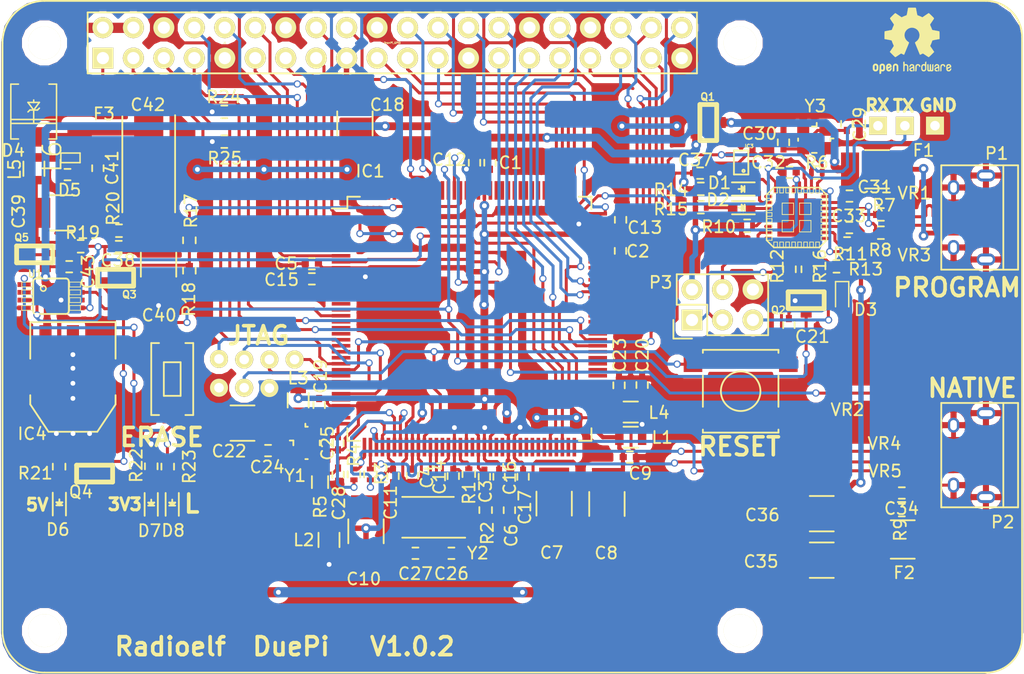
<source format=kicad_pcb>
(kicad_pcb (version 20170123) (host pcbnew no-vcs-found-7592~57~ubuntu16.04.1)
  (layers (0 F.Cu signal) (31 B.Cu signal) (34 B.Paste user) (35 F.Paste user) (36 B.SilkS user) (37 F.SilkS user) (38 B.Mask user) (39 F.Mask user) (44 Edge.Cuts user))
  (net 0 "")
  (net 1 GND)
  (net 2 /CPU_Due/3V3)
  (net 3 /CPU_Due/MASTER_RESET)
  (net 4 "Net-(C24-Pad2)")
  (net 5 "Net-(C25-Pad2)")
  (net 6 "Net-(C26-Pad2)")
  (net 7 "Net-(C27-Pad2)")
  (net 8 "Net-(C28-Pad1)")
  (net 9 "Net-(D1-Pad2)")
  (net 10 "Net-(D1-Pad1)")
  (net 11 "Net-(D2-Pad1)")
  (net 12 "Net-(D2-Pad2)")
  (net 13 /USB_Due/Reset)
  (net 14 /USB_Due/USBVCCU2)
  (net 15 "Net-(F1-Pad1)")
  (net 16 /Power_Due/USBVCC)
  (net 17 /DronPi_GPIO/RXD)
  (net 18 /DronPi_GPIO/TXD)
  (net 19 /DronPi_GPIO/RTS)
  (net 20 /DronPi_GPIO/CTS)
  (net 21 /DronPi_GPIO/SDA1)
  (net 22 /CPU_Due/D+)
  (net 23 /CPU_Due/D-)
  (net 24 "Net-(IC1-Pad42)")
  (net 25 "Net-(IC1-Pad43)")
  (net 26 "Net-(IC1-Pad51)")
  (net 27 "Net-(IC1-Pad53)")
  (net 28 /DronPi_GPIO/SCL1)
  (net 29 /DronPi_GPIO/BUZZER)
  (net 30 /DronPi_GPIO/SDA)
  (net 31 /DronPi_GPIO/SCL)
  (net 32 /DronPi_GPIO/MISO)
  (net 33 /DronPi_GPIO/MOSI)
  (net 34 /DronPi_GPIO/SPCK)
  (net 35 /DronPi_GPIO/CS_BARO)
  (net 36 /CPU_Due/UOTGID)
  (net 37 /CPU_Due/ERASE)
  (net 38 "Net-(IC2-Pad9)")
  (net 39 "Net-(IC2-Pad13)")
  (net 40 /USB_Due/SCK2)
  (net 41 /USB_Due/MOSI2)
  (net 42 /USB_Due/MISO2)
  (net 43 "Net-(IC2-Pad22)")
  (net 44 "Net-(IC2-Pad23)")
  (net 45 "Net-(IC2-Pad26)")
  (net 46 "Net-(Q3-Pad1)")
  (net 47 "Net-(C29-Pad2)")
  (net 48 "Net-(C30-Pad2)")
  (net 49 "Net-(C33-Pad2)")
  (net 50 /CPU_Due/XUSB)
  (net 51 /CPU_Due/RX)
  (net 52 /CPU_Due/TX)
  (net 53 /Power_Due/+5V)
  (net 54 "Net-(C41-Pad1)")
  (net 55 "Net-(D5-Pad1)")
  (net 56 /DronPi_GPIO/Vint)
  (net 57 /DronPi_GPIO/AUX4)
  (net 58 /DronPi_GPIO/AUX3)
  (net 59 /DronPi_GPIO/AUX2)
  (net 60 /DronPi_GPIO/AUX5)
  (net 61 /DronPi_GPIO/AUX1)
  (net 62 /DronPi_GPIO/INT_MPU)
  (net 63 /DronPi_GPIO/INT_CAN)
  (net 64 /DronPi_GPIO/PWM_EN)
  (net 65 /DronPi_GPIO/PPM)
  (net 66 /DronPi_GPIO/ENABLE)
  (net 67 /CPU_Due/VDDOUT)
  (net 68 /CPU_Due/VDDANA)
  (net 69 /CPU_Due/VDDOUTMI)
  (net 70 /CPU_Due/VDDPLL)
  (net 71 "Net-(D6-Pad2)")
  (net 72 "Net-(D7-Pad2)")
  (net 73 /CPU_Due/TCK)
  (net 74 /CPU_Due/TDI)
  (net 75 /CPU_Due/TDO)
  (net 76 /CPU_Due/TMS)
  (net 77 /DronPi_GPIO/CS_CAN)
  (net 78 /DronPi_GPIO/POWER_OFF)
  (net 79 /DronPi_GPIO/CS_MPU)
  (net 80 /CPU_Due/UOTGVBOF)
  (net 81 /CPU_Due/ADVREF)
  (net 82 /USB_Due/BD-)
  (net 83 /USB_Due/BD+)
  (net 84 /USB_Due/RD+)
  (net 85 /USB_Due/RD-)
  (net 86 "Net-(C39-Pad1)")
  (net 87 "Net-(D8-Pad2)")
  (net 88 /CPU_Due/PB27)
  (net 89 /CPU_Due/Led_L)
  (net 90 /DronPi_GPIO/LED_Red)
  (net 91 /DronPi_GPIO/LED_Green)
  (net 92 /Power_Due/CMP)
  (net 93 "Net-(IC1-Pad13)")
  (net 94 "Net-(IC1-Pad14)")
  (net 95 "Net-(IC1-Pad15)")
  (net 96 "Net-(IC1-Pad16)")
  (net 97 "Net-(IC1-Pad17)")
  (net 98 "Net-(IC1-Pad19)")
  (net 99 "Net-(IC1-Pad20)")
  (net 100 "Net-(IC1-Pad21)")
  (net 101 "Net-(IC1-Pad22)")
  (net 102 "Net-(IC1-Pad23)")
  (net 103 "Net-(IC1-Pad24)")
  (net 104 "Net-(IC1-Pad25)")
  (net 105 "Net-(IC1-Pad32)")
  (net 106 "Net-(IC1-Pad50)")
  (net 107 "Net-(IC1-Pad55)")
  (net 108 "Net-(IC1-Pad59)")
  (net 109 "Net-(IC1-Pad60)")
  (net 110 "Net-(IC1-Pad63)")
  (net 111 "Net-(IC1-Pad64)")
  (net 112 "Net-(IC1-Pad65)")
  (net 113 "Net-(IC1-Pad66)")
  (net 114 "Net-(IC1-Pad67)")
  (net 115 "Net-(IC1-Pad69)")
  (net 116 "Net-(IC1-Pad71)")
  (net 117 "Net-(IC1-Pad72)")
  (net 118 "Net-(IC1-Pad78)")
  (net 119 "Net-(IC1-Pad79)")
  (net 120 "Net-(IC1-Pad80)")
  (net 121 "Net-(IC1-Pad81)")
  (net 122 "Net-(IC1-Pad82)")
  (net 123 "Net-(IC1-Pad83)")
  (net 124 "Net-(IC1-Pad84)")
  (net 125 "Net-(IC1-Pad85)")
  (net 126 "Net-(IC1-Pad88)")
  (net 127 "Net-(IC1-Pad89)")
  (net 128 "Net-(IC1-Pad90)")
  (net 129 "Net-(IC1-Pad93)")
  (net 130 "Net-(IC1-Pad98)")
  (net 131 "Net-(IC1-Pad99)")
  (net 132 "Net-(IC1-Pad100)")
  (net 133 "Net-(IC1-Pad101)")
  (net 134 "Net-(IC1-Pad102)")
  (net 135 "Net-(IC1-Pad107)")
  (net 136 "Net-(IC1-Pad113)")
  (net 137 "Net-(IC1-Pad114)")
  (net 138 "Net-(IC1-Pad115)")
  (net 139 "Net-(IC1-Pad116)")
  (net 140 "Net-(IC1-Pad117)")
  (net 141 "Net-(IC1-Pad118)")
  (net 142 "Net-(IC1-Pad119)")
  (net 143 "Net-(IC1-Pad120)")
  (net 144 "Net-(IC1-Pad121)")
  (net 145 "Net-(IC1-Pad122)")
  (net 146 "Net-(IC1-Pad123)")
  (net 147 "Net-(IC1-Pad127)")
  (net 148 "Net-(IC1-Pad131)")
  (net 149 "Net-(IC1-Pad132)")
  (net 150 "Net-(IC1-Pad135)")
  (net 151 "Net-(IC1-Pad136)")
  (net 152 "Net-(IC1-Pad137)")
  (net 153 "Net-(IC1-Pad138)")
  (net 154 "Net-(IC1-Pad139)")
  (net 155 "Net-(IC1-Pad140)")
  (net 156 "Net-(IC1-Pad141)")
  (net 157 "Net-(IC1-Pad142)")
  (net 158 "Net-(IC1-Pad143)")
  (net 159 "Net-(IC1-Pad144)")
  (net 160 "Net-(IC2-Pad5)")
  (net 161 "Net-(IC2-Pad6)")
  (net 162 "Net-(IC2-Pad7)")
  (net 163 "Net-(IC2-Pad12)")
  (net 164 "Net-(IC2-Pad14)")
  (net 165 "Net-(IC2-Pad18)")
  (net 166 "Net-(IC2-Pad19)")
  (net 167 "Net-(IC2-Pad20)")
  (net 168 "Net-(IC2-Pad21)")
  (net 169 "Net-(IC2-Pad25)")
  (net 170 "Net-(P1-Pad4)")
  (net 171 /Power_Due/GATE_CMD)
  (net 172 /DronPi_GPIO/LED_Yellow)
  (module Diodes_SMD:D_0603 (layer F.Cu) (at 179.65 92.75 270)
    (fp_text reference D3 (at 1.04 -1.96) (layer F.SilkS))
    (fp_text value CD1208)
    (pad 1 smd rect (at -0.85 0 270) (size 0.6 0.8) (layers F.Cu F.Paste F.Mask) (net 53 /Power_Due/+5V))
    (pad 2 smd rect (at 0.85 0 270) (size 0.6 0.8) (layers F.Cu F.Paste F.Mask) (net 13 /USB_Due/Reset))
  )
  (module SparkFun:MSOP8 (layer F.Cu) (at 113.7 92.67 270)
    (fp_text reference U1 (at -1.86 1.32 180) (layer F.SilkS) (effects (font (size 0.59944 0.59944) (thickness 0.12446))))
    (fp_text value LMV358IDGKR hide)
    (pad 8 smd rect (at -0.97282 -2.2479 270) (size 0.39878 1.09982) (layers F.Cu F.Paste F.Mask) (net 53 /Power_Due/+5V))
    (pad 7 smd rect (at -0.32258 -2.2479 270) (size 0.39878 1.09982) (layers F.Cu F.Paste F.Mask) (net 171 /Power_Due/GATE_CMD))
    (pad 6 smd rect (at 0.32258 -2.2479 270) (size 0.39878 1.09982) (layers F.Cu F.Paste F.Mask) (net 2 /CPU_Due/3V3))
    (pad 5 smd rect (at 0.97282 -2.2479 270) (size 0.39878 1.09982) (layers F.Cu F.Paste F.Mask) (net 92 /Power_Due/CMP))
    (pad 4 smd rect (at 0.97282 2.2479 270) (size 0.39878 1.09982) (layers F.Cu F.Paste F.Mask) (net 1 GND))
    (pad 3 smd rect (at 0.32258 2.2479 270) (size 0.39878 1.09982) (layers F.Cu F.Paste F.Mask) (net 88 /CPU_Due/PB27))
    (pad 2 smd rect (at -0.32258 2.2479 270) (size 0.39878 1.09982) (layers F.Cu F.Paste F.Mask) (net 89 /CPU_Due/Led_L))
    (pad 1 smd rect (at -0.97282 2.2479 270) (size 0.39878 1.09982) (layers F.Cu F.Paste F.Mask) (net 89 /CPU_Due/Led_L))
  )
  (module SparkFun:MLF32-PAD (layer F.Cu) (at 175.8505 86.106 270)
    (fp_text reference IC2 hide)
    (fp_text value ATMEGA16U2 hide)
    (pad 1 smd oval (at -2.3495 -1.74752 270) (size 0.6985 0.29972) (layers F.Cu F.Paste F.Mask) (net 47 "Net-(C29-Pad2)"))
    (pad 2 smd oval (at -2.3495 -1.24968 270) (size 0.6985 0.29972) (layers F.Cu F.Paste F.Mask) (net 48 "Net-(C30-Pad2)"))
    (pad 3 smd oval (at -2.3495 -0.7493 270) (size 0.6985 0.29972) (layers F.Cu F.Paste F.Mask) (net 1 GND))
    (pad 4 smd oval (at -2.3495 -0.24892 270) (size 0.6985 0.29972) (layers F.Cu F.Paste F.Mask) (net 53 /Power_Due/+5V))
    (pad 5 smd oval (at -2.3495 0.24892 270) (size 0.6985 0.29972) (layers F.Cu F.Paste F.Mask) (net 160 "Net-(IC2-Pad5)"))
    (pad 6 smd oval (at -2.3495 0.7493 270) (size 0.6985 0.29972) (layers F.Cu F.Paste F.Mask) (net 161 "Net-(IC2-Pad6)"))
    (pad 7 smd oval (at -2.3495 1.24968 270) (size 0.6985 0.29972) (layers F.Cu F.Paste F.Mask) (net 162 "Net-(IC2-Pad7)"))
    (pad 8 smd oval (at -2.3495 1.74752 270) (size 0.6985 0.29972) (layers F.Cu F.Paste F.Mask) (net 52 /CPU_Due/TX))
    (pad 9 smd oval (at -1.74752 2.3495 270) (size 0.29972 0.6985) (layers F.Cu F.Paste F.Mask) (net 38 "Net-(IC2-Pad9)"))
    (pad 10 smd oval (at -1.24968 2.3495 270) (size 0.29972 0.6985) (layers F.Cu F.Paste F.Mask) (net 10 "Net-(D1-Pad1)"))
    (pad 11 smd oval (at -0.7493 2.3495 270) (size 0.29972 0.6985) (layers F.Cu F.Paste F.Mask) (net 11 "Net-(D2-Pad1)"))
    (pad 12 smd oval (at -0.24892 2.3495 270) (size 0.29972 0.6985) (layers F.Cu F.Paste F.Mask) (net 163 "Net-(IC2-Pad12)"))
    (pad 13 smd oval (at 0.24892 2.3495 270) (size 0.29972 0.6985) (layers F.Cu F.Paste F.Mask) (net 39 "Net-(IC2-Pad13)"))
    (pad 14 smd oval (at 0.7493 2.3495 270) (size 0.29972 0.6985) (layers F.Cu F.Paste F.Mask) (net 164 "Net-(IC2-Pad14)"))
    (pad 15 smd oval (at 1.24968 2.3495 270) (size 0.29972 0.6985) (layers F.Cu F.Paste F.Mask) (net 40 /USB_Due/SCK2))
    (pad 16 smd oval (at 1.74752 2.3495 270) (size 0.29972 0.6985) (layers F.Cu F.Paste F.Mask) (net 41 /USB_Due/MOSI2))
    (pad 17 smd oval (at 2.3495 1.74752 270) (size 0.6985 0.29972) (layers F.Cu F.Paste F.Mask) (net 42 /USB_Due/MISO2))
    (pad 18 smd oval (at 2.3495 1.24968 270) (size 0.6985 0.29972) (layers F.Cu F.Paste F.Mask) (net 165 "Net-(IC2-Pad18)"))
    (pad 19 smd oval (at 2.3495 0.7493 270) (size 0.6985 0.29972) (layers F.Cu F.Paste F.Mask) (net 166 "Net-(IC2-Pad19)"))
    (pad 20 smd oval (at 2.3495 0.24892 270) (size 0.6985 0.29972) (layers F.Cu F.Paste F.Mask) (net 167 "Net-(IC2-Pad20)"))
    (pad 21 smd oval (at 2.3495 -0.24892 270) (size 0.6985 0.29972) (layers F.Cu F.Paste F.Mask) (net 168 "Net-(IC2-Pad21)"))
    (pad 22 smd oval (at 2.3495 -0.7493 270) (size 0.6985 0.29972) (layers F.Cu F.Paste F.Mask) (net 43 "Net-(IC2-Pad22)"))
    (pad 23 smd oval (at 2.3495 -1.24968 270) (size 0.6985 0.29972) (layers F.Cu F.Paste F.Mask) (net 44 "Net-(IC2-Pad23)"))
    (pad 24 smd oval (at 2.3495 -1.74752 270) (size 0.6985 0.29972) (layers F.Cu F.Paste F.Mask) (net 13 /USB_Due/Reset))
    (pad 25 smd oval (at 1.74752 -2.3495 270) (size 0.29972 0.6985) (layers F.Cu F.Paste F.Mask) (net 169 "Net-(IC2-Pad25)"))
    (pad 26 smd oval (at 1.24968 -2.3495 270) (size 0.29972 0.6985) (layers F.Cu F.Paste F.Mask) (net 45 "Net-(IC2-Pad26)"))
    (pad 27 smd oval (at 0.7493 -2.3495 270) (size 0.29972 0.6985) (layers F.Cu F.Paste F.Mask) (net 49 "Net-(C33-Pad2)"))
    (pad 28 smd oval (at 0.24892 -2.3495 270) (size 0.29972 0.6985) (layers F.Cu F.Paste F.Mask) (net 1 GND))
    (pad 29 smd oval (at -0.24892 -2.3495 270) (size 0.29972 0.6985) (layers F.Cu F.Paste F.Mask) (net 84 /USB_Due/RD+))
    (pad 30 smd oval (at -0.7493 -2.3495 270) (size 0.29972 0.6985) (layers F.Cu F.Paste F.Mask) (net 85 /USB_Due/RD-))
    (pad 31 smd oval (at -1.24968 -2.3495 270) (size 0.29972 0.6985) (layers F.Cu F.Paste F.Mask) (net 14 /USB_Due/USBVCCU2))
    (pad 32 smd oval (at -1.74752 -2.3495 270) (size 0.29972 0.6985) (layers F.Cu F.Paste F.Mask) (net 53 /Power_Due/+5V))
    (pad PAD smd rect (at 0 0 270) (size 3.19786 3.19786) (layers F.Cu F.Paste F.Mask))
  )
  (module dronpi:raspberrypi2 (layer F.Cu) (at 142.15 71.55)
    (fp_text reference J1 (at -13.97 0) (layer F.SilkS) (effects (font (size 0.15 0.15) (thickness 0.0375))))
    (fp_text value DronPi_GPIO (at 0 0) (layer F.SilkS) (effects (font (size 0.15 0.15) (thickness 0.0375))))
    (pad 27 thru_hole circle (at 8.89 1.27) (size 1.75 1.75) (drill 1.016) (layers *.Cu *.Mask F.SilkS) (net 21 /DronPi_GPIO/SDA1))
    (pad 28 thru_hole circle (at 8.89 -1.27) (size 1.75 1.75) (drill 1.016) (layers *.Cu *.Mask F.SilkS) (net 28 /DronPi_GPIO/SCL1))
    (pad 29 thru_hole circle (at 11.43 1.27) (size 1.75 1.75) (drill 1.016) (layers *.Cu *.Mask F.SilkS) (net 29 /DronPi_GPIO/BUZZER))
    (pad 30 thru_hole circle (at 11.43 -1.27) (size 1.75 1.75) (drill 1.016) (layers *.Cu *.Mask F.SilkS) (net 1 GND))
    (pad 24 thru_hole circle (at 3.81 -1.27) (size 1.75 1.75) (drill 1.016) (layers *.Cu *.Mask F.SilkS) (net 35 /DronPi_GPIO/CS_BARO))
    (pad 23 thru_hole circle (at 3.81 1.27) (size 1.75 1.75) (drill 1.016) (layers *.Cu *.Mask F.SilkS) (net 34 /DronPi_GPIO/SPCK))
    (pad 1 thru_hole rect (at -24.13 1.27) (size 1.75 1.75) (drill 1.016) (layers *.Cu *.Mask F.SilkS) (net 66 /DronPi_GPIO/ENABLE))
    (pad 2 thru_hole circle (at -24.13 -1.27) (size 1.75 1.75) (drill 1.016) (layers *.Cu *.Mask F.SilkS) (net 56 /DronPi_GPIO/Vint))
    (pad 3 thru_hole circle (at -21.59 1.27) (size 1.75 1.75) (drill 1.016) (layers *.Cu *.Mask F.SilkS) (net 30 /DronPi_GPIO/SDA))
    (pad 4 thru_hole circle (at -21.59 -1.27) (size 1.75 1.75) (drill 1.016) (layers *.Cu *.Mask F.SilkS) (net 56 /DronPi_GPIO/Vint))
    (pad 5 thru_hole circle (at -19.05 1.27) (size 1.75 1.75) (drill 1.016) (layers *.Cu *.Mask F.SilkS) (net 31 /DronPi_GPIO/SCL))
    (pad 6 thru_hole circle (at -19.05 -1.27) (size 1.75 1.75) (drill 1.016) (layers *.Cu *.Mask F.SilkS) (net 1 GND))
    (pad 7 thru_hole circle (at -16.51 1.27) (size 1.75 1.75) (drill 1.016) (layers *.Cu *.Mask F.SilkS) (net 65 /DronPi_GPIO/PPM))
    (pad 8 thru_hole circle (at -16.51 -1.27) (size 1.75 1.75) (drill 1.016) (layers *.Cu *.Mask F.SilkS) (net 18 /DronPi_GPIO/TXD))
    (pad 9 thru_hole circle (at -13.97 1.27) (size 1.75 1.75) (drill 1.016) (layers *.Cu *.Mask F.SilkS) (net 1 GND))
    (pad 10 thru_hole circle (at -13.97 -1.27) (size 1.75 1.75) (drill 1.016) (layers *.Cu *.Mask F.SilkS) (net 17 /DronPi_GPIO/RXD))
    (pad 11 thru_hole circle (at -11.43 1.27) (size 1.75 1.75) (drill 1.016) (layers *.Cu *.Mask F.SilkS) (net 20 /DronPi_GPIO/CTS))
    (pad 12 thru_hole circle (at -11.43 -1.27) (size 1.75 1.75) (drill 1.016) (layers *.Cu *.Mask F.SilkS) (net 19 /DronPi_GPIO/RTS))
    (pad 13 thru_hole circle (at -8.89 1.27) (size 1.75 1.75) (drill 1.016) (layers *.Cu *.Mask F.SilkS) (net 64 /DronPi_GPIO/PWM_EN))
    (pad 14 thru_hole circle (at -8.89 -1.27) (size 1.75 1.75) (drill 1.016) (layers *.Cu *.Mask F.SilkS) (net 1 GND))
    (pad 15 thru_hole circle (at -6.35 1.27) (size 1.75 1.75) (drill 1.016) (layers *.Cu *.Mask F.SilkS) (net 63 /DronPi_GPIO/INT_CAN))
    (pad 16 thru_hole circle (at -6.35 -1.27) (size 1.75 1.75) (drill 1.016) (layers *.Cu *.Mask F.SilkS) (net 62 /DronPi_GPIO/INT_MPU))
    (pad 17 thru_hole circle (at -3.81 1.27) (size 1.75 1.75) (drill 1.016) (layers *.Cu *.Mask F.SilkS) (net 2 /CPU_Due/3V3))
    (pad 18 thru_hole circle (at -3.81 -1.27) (size 1.75 1.75) (drill 1.016) (layers *.Cu *.Mask F.SilkS) (net 91 /DronPi_GPIO/LED_Green))
    (pad 19 thru_hole circle (at -1.27 1.27) (size 1.75 1.75) (drill 1.016) (layers *.Cu *.Mask F.SilkS) (net 33 /DronPi_GPIO/MOSI))
    (pad 20 thru_hole circle (at -1.27 -1.27) (size 1.75 1.75) (drill 1.016) (layers *.Cu *.Mask F.SilkS) (net 1 GND))
    (pad 21 thru_hole circle (at 1.27 1.27) (size 1.75 1.75) (drill 1.016) (layers *.Cu *.Mask F.SilkS) (net 32 /DronPi_GPIO/MISO))
    (pad 22 thru_hole circle (at 1.27 -1.27) (size 1.75 1.75) (drill 1.016) (layers *.Cu *.Mask F.SilkS) (net 90 /DronPi_GPIO/LED_Red))
    (pad 25 thru_hole circle (at 6.35 1.27) (size 1.75 1.75) (drill 1.016) (layers *.Cu *.Mask F.SilkS) (net 1 GND))
    (pad 26 thru_hole circle (at 6.35 -1.27) (size 1.75 1.75) (drill 1.016) (layers *.Cu *.Mask F.SilkS) (net 79 /DronPi_GPIO/CS_MPU))
    (pad 31 thru_hole circle (at 13.97 1.27) (size 1.75 1.75) (drill 1.016) (layers *.Cu *.Mask F.SilkS) (net 61 /DronPi_GPIO/AUX1))
    (pad 32 thru_hole circle (at 13.97 -1.27) (size 1.75 1.75) (drill 1.016) (layers *.Cu *.Mask F.SilkS) (net 60 /DronPi_GPIO/AUX5))
    (pad 33 thru_hole circle (at 16.51 1.27) (size 1.75 1.75) (drill 1.016) (layers *.Cu *.Mask F.SilkS) (net 59 /DronPi_GPIO/AUX2))
    (pad 34 thru_hole circle (at 16.51 -1.27) (size 1.75 1.75) (drill 1.016) (layers *.Cu *.Mask F.SilkS) (net 1 GND))
    (pad 35 thru_hole circle (at 19.05 1.27) (size 1.75 1.75) (drill 1.016) (layers *.Cu *.Mask F.SilkS) (net 58 /DronPi_GPIO/AUX3))
    (pad 36 thru_hole circle (at 19.05 -1.27) (size 1.75 1.75) (drill 1.016) (layers *.Cu *.Mask F.SilkS) (net 172 /DronPi_GPIO/LED_Yellow))
    (pad 37 thru_hole circle (at 21.59 1.27) (size 1.75 1.75) (drill 1.016) (layers *.Cu *.Mask F.SilkS) (net 57 /DronPi_GPIO/AUX4))
    (pad 38 thru_hole circle (at 21.59 -1.27) (size 1.75 1.75) (drill 1.016) (layers *.Cu *.Mask F.SilkS) (net 77 /DronPi_GPIO/CS_CAN))
    (pad 39 thru_hole circle (at 24.13 1.27) (size 1.75 1.75) (drill 1.016) (layers *.Cu *.Mask F.SilkS) (net 1 GND))
    (pad 40 thru_hole circle (at 24.13 -1.27) (size 1.75 1.75) (drill 1.016) (layers *.Cu *.Mask F.SilkS) (net 78 /DronPi_GPIO/POWER_OFF))
    (pad "" np_thru_hole circle (at -29 0) (size 2.75 2.75) (drill 2.75) (layers *.Cu *.Mask F.SilkS))
    (pad "" np_thru_hole circle (at 29 0) (size 2.75 2.75) (drill 2.75) (layers *.Cu *.Mask F.SilkS))
    (pad "" np_thru_hole circle (at -29 49) (size 2.75 2.75) (drill 2.75) (layers *.Cu *.Mask F.SilkS))
    (pad "" np_thru_hole circle (at 29 49) (size 2.75 2.75) (drill 2.75) (layers *.Cu *.Mask F.SilkS))
  )
  (module Crystals:Crystal_SMD_2520_4Pads (layer F.Cu) (at 177.33 79.62 180)
    (fp_text reference Y3 (at -0.092 2.804 180) (layer F.SilkS))
    (fp_text value 16Mhz)
    (pad 3 smd rect (at -0.925 -0.775 180) (size 1 0.9) (layers F.Cu F.Paste F.Mask) (net 1 GND))
    (pad 2 smd rect (at 0.925 -0.775 180) (size 1 0.9) (layers F.Cu F.Paste F.Mask) (net 48 "Net-(C30-Pad2)"))
    (pad 3 smd rect (at 0.925 0.775 180) (size 1 0.9) (layers F.Cu F.Paste F.Mask) (net 1 GND))
    (pad 1 smd rect (at -0.925 0.775 180) (size 1 0.9) (layers F.Cu F.Paste F.Mask) (net 47 "Net-(C29-Pad2)"))
  )
  (module Resistors_SMD:R_0402 (layer F.Cu) (at 125.23 88.01 90)
    (fp_text reference R17 (at 2.45 0.13 270) (layer F.SilkS))
    (fp_text value 1K)
    (pad 2 smd rect (at 0.45 0 90) (size 0.4 0.6) (layers F.Cu F.Paste F.Mask) (net 80 /CPU_Due/UOTGVBOF))
    (pad 1 smd rect (at -0.45 0 90) (size 0.4 0.6) (layers F.Cu F.Paste F.Mask) (net 46 "Net-(Q3-Pad1)"))
  )
  (module Housings_QFP:LQFP-144_20x20mm_Pitch0.5mm (layer F.Cu) (at 148.575 94.55)
    (fp_text reference IC1 (at -8.275 -12.3) (layer F.SilkS))
    (fp_text value ATSAM3X8EA-AU)
    (pad 1 smd rect (at -10.7 -8.75) (size 1.55 0.3) (layers F.Cu F.Paste F.Mask) (net 62 /DronPi_GPIO/INT_MPU))
    (pad 2 smd rect (at -10.7 -8.25) (size 1.55 0.3) (layers F.Cu F.Paste F.Mask) (net 52 /CPU_Due/TX))
    (pad 3 smd rect (at -10.7 -7.75) (size 1.55 0.3) (layers F.Cu F.Paste F.Mask) (net 63 /DronPi_GPIO/INT_CAN))
    (pad 4 smd rect (at -10.7 -7.25) (size 1.55 0.3) (layers F.Cu F.Paste F.Mask) (net 64 /DronPi_GPIO/PWM_EN))
    (pad 5 smd rect (at -10.7 -6.75) (size 1.55 0.3) (layers F.Cu F.Paste F.Mask) (net 17 /DronPi_GPIO/RXD))
    (pad 6 smd rect (at -10.7 -6.25) (size 1.55 0.3) (layers F.Cu F.Paste F.Mask) (net 18 /DronPi_GPIO/TXD))
    (pad 7 smd rect (at -10.7 -5.75) (size 1.55 0.3) (layers F.Cu F.Paste F.Mask) (net 19 /DronPi_GPIO/RTS))
    (pad 8 smd rect (at -10.7 -5.25) (size 1.55 0.3) (layers F.Cu F.Paste F.Mask) (net 20 /DronPi_GPIO/CTS))
    (pad 9 smd rect (at -10.7 -4.75) (size 1.55 0.3) (layers F.Cu F.Paste F.Mask) (net 21 /DronPi_GPIO/SDA1))
    (pad 10 smd rect (at -10.7 -4.25) (size 1.55 0.3) (layers F.Cu F.Paste F.Mask) (net 67 /CPU_Due/VDDOUT))
    (pad 11 smd rect (at -10.7 -3.75) (size 1.55 0.3) (layers F.Cu F.Paste F.Mask) (net 2 /CPU_Due/3V3))
    (pad 12 smd rect (at -10.7 -3.25) (size 1.55 0.3) (layers F.Cu F.Paste F.Mask) (net 1 GND))
    (pad 13 smd rect (at -10.7 -2.75) (size 1.55 0.3) (layers F.Cu F.Paste F.Mask) (net 93 "Net-(IC1-Pad13)"))
    (pad 14 smd rect (at -10.7 -2.25) (size 1.55 0.3) (layers F.Cu F.Paste F.Mask) (net 94 "Net-(IC1-Pad14)"))
    (pad 15 smd rect (at -10.7 -1.75) (size 1.55 0.3) (layers F.Cu F.Paste F.Mask) (net 95 "Net-(IC1-Pad15)"))
    (pad 16 smd rect (at -10.7 -1.25) (size 1.55 0.3) (layers F.Cu F.Paste F.Mask) (net 96 "Net-(IC1-Pad16)"))
    (pad 17 smd rect (at -10.7 -0.75) (size 1.55 0.3) (layers F.Cu F.Paste F.Mask) (net 97 "Net-(IC1-Pad17)"))
    (pad 18 smd rect (at -10.7 -0.25) (size 1.55 0.3) (layers F.Cu F.Paste F.Mask) (net 65 /DronPi_GPIO/PPM))
    (pad 19 smd rect (at -10.7 0.25) (size 1.55 0.3) (layers F.Cu F.Paste F.Mask) (net 98 "Net-(IC1-Pad19)"))
    (pad 20 smd rect (at -10.7 0.75) (size 1.55 0.3) (layers F.Cu F.Paste F.Mask) (net 99 "Net-(IC1-Pad20)"))
    (pad 21 smd rect (at -10.7 1.25) (size 1.55 0.3) (layers F.Cu F.Paste F.Mask) (net 100 "Net-(IC1-Pad21)"))
    (pad 22 smd rect (at -10.7 1.75) (size 1.55 0.3) (layers F.Cu F.Paste F.Mask) (net 101 "Net-(IC1-Pad22)"))
    (pad 23 smd rect (at -10.7 2.25) (size 1.55 0.3) (layers F.Cu F.Paste F.Mask) (net 102 "Net-(IC1-Pad23)"))
    (pad 24 smd rect (at -10.7 2.75) (size 1.55 0.3) (layers F.Cu F.Paste F.Mask) (net 103 "Net-(IC1-Pad24)"))
    (pad 25 smd rect (at -10.7 3.25) (size 1.55 0.3) (layers F.Cu F.Paste F.Mask) (net 104 "Net-(IC1-Pad25)"))
    (pad 26 smd rect (at -10.7 3.75) (size 1.55 0.3) (layers F.Cu F.Paste F.Mask) (net 66 /DronPi_GPIO/ENABLE))
    (pad 27 smd rect (at -10.7 4.25) (size 1.55 0.3) (layers F.Cu F.Paste F.Mask) (net 51 /CPU_Due/RX))
    (pad 28 smd rect (at -10.7 4.75) (size 1.55 0.3) (layers F.Cu F.Paste F.Mask) (net 73 /CPU_Due/TCK))
    (pad 29 smd rect (at -10.7 5.25) (size 1.55 0.3) (layers F.Cu F.Paste F.Mask) (net 74 /CPU_Due/TDI))
    (pad 30 smd rect (at -10.7 5.75) (size 1.55 0.3) (layers F.Cu F.Paste F.Mask) (net 75 /CPU_Due/TDO))
    (pad 31 smd rect (at -10.7 6.25) (size 1.55 0.3) (layers F.Cu F.Paste F.Mask) (net 76 /CPU_Due/TMS))
    (pad 32 smd rect (at -10.7 6.75) (size 1.55 0.3) (layers F.Cu F.Paste F.Mask) (net 105 "Net-(IC1-Pad32)"))
    (pad 33 smd rect (at -10.7 7.25) (size 1.55 0.3) (layers F.Cu F.Paste F.Mask) (net 1 GND))
    (pad 34 smd rect (at -10.7 7.75) (size 1.55 0.3) (layers F.Cu F.Paste F.Mask) (net 70 /CPU_Due/VDDPLL))
    (pad 35 smd rect (at -10.7 8.25) (size 1.55 0.3) (layers F.Cu F.Paste F.Mask) (net 4 "Net-(C24-Pad2)"))
    (pad 36 smd rect (at -10.7 8.75) (size 1.55 0.3) (layers F.Cu F.Paste F.Mask) (net 5 "Net-(C25-Pad2)"))
    (pad 37 smd rect (at -8.75 10.7 90) (size 1.55 0.3) (layers F.Cu F.Paste F.Mask) (net 22 /CPU_Due/D+))
    (pad 38 smd rect (at -8.25 10.7 90) (size 1.55 0.3) (layers F.Cu F.Paste F.Mask) (net 23 /CPU_Due/D-))
    (pad 39 smd rect (at -7.75 10.7 90) (size 1.55 0.3) (layers F.Cu F.Paste F.Mask) (net 50 /CPU_Due/XUSB))
    (pad 40 smd rect (at -7.25 10.7 90) (size 1.55 0.3) (layers F.Cu F.Paste F.Mask) (net 8 "Net-(C28-Pad1)"))
    (pad 41 smd rect (at -6.75 10.7 90) (size 1.55 0.3) (layers F.Cu F.Paste F.Mask) (net 69 /CPU_Due/VDDOUTMI))
    (pad 42 smd rect (at -6.25 10.7 90) (size 1.55 0.3) (layers F.Cu F.Paste F.Mask) (net 24 "Net-(IC1-Pad42)"))
    (pad 43 smd rect (at -5.75 10.7 90) (size 1.55 0.3) (layers F.Cu F.Paste F.Mask) (net 25 "Net-(IC1-Pad43)"))
    (pad 44 smd rect (at -5.25 10.7 90) (size 1.55 0.3) (layers F.Cu F.Paste F.Mask) (net 1 GND))
    (pad 45 smd rect (at -4.75 10.7 90) (size 1.55 0.3) (layers F.Cu F.Paste F.Mask) (net 67 /CPU_Due/VDDOUT))
    (pad 46 smd rect (at -4.25 10.7 90) (size 1.55 0.3) (layers F.Cu F.Paste F.Mask) (net 1 GND))
    (pad 47 smd rect (at -3.75 10.7 90) (size 1.55 0.3) (layers F.Cu F.Paste F.Mask) (net 3 /CPU_Due/MASTER_RESET))
    (pad 48 smd rect (at -3.25 10.7 90) (size 1.55 0.3) (layers F.Cu F.Paste F.Mask) (net 7 "Net-(C27-Pad2)"))
    (pad 49 smd rect (at -2.75 10.7 90) (size 1.55 0.3) (layers F.Cu F.Paste F.Mask) (net 6 "Net-(C26-Pad2)"))
    (pad 50 smd rect (at -2.25 10.7 90) (size 1.55 0.3) (layers F.Cu F.Paste F.Mask) (net 106 "Net-(IC1-Pad50)"))
    (pad 51 smd rect (at -1.75 10.7 90) (size 1.55 0.3) (layers F.Cu F.Paste F.Mask) (net 26 "Net-(IC1-Pad51)"))
    (pad 52 smd rect (at -1.25 10.7 90) (size 1.55 0.3) (layers F.Cu F.Paste F.Mask) (net 2 /CPU_Due/3V3))
    (pad 53 smd rect (at -0.75 10.7 90) (size 1.55 0.3) (layers F.Cu F.Paste F.Mask) (net 27 "Net-(IC1-Pad53)"))
    (pad 54 smd rect (at -0.25 10.7 90) (size 1.55 0.3) (layers F.Cu F.Paste F.Mask) (net 1 GND))
    (pad 55 smd rect (at 0.25 10.7 90) (size 1.55 0.3) (layers F.Cu F.Paste F.Mask) (net 107 "Net-(IC1-Pad55)"))
    (pad 56 smd rect (at 0.75 10.7 90) (size 1.55 0.3) (layers F.Cu F.Paste F.Mask) (net 67 /CPU_Due/VDDOUT))
    (pad 57 smd rect (at 1.25 10.7 90) (size 1.55 0.3) (layers F.Cu F.Paste F.Mask) (net 2 /CPU_Due/3V3))
    (pad 58 smd rect (at 1.75 10.7 90) (size 1.55 0.3) (layers F.Cu F.Paste F.Mask) (net 1 GND))
    (pad 59 smd rect (at 2.25 10.7 90) (size 1.55 0.3) (layers F.Cu F.Paste F.Mask) (net 108 "Net-(IC1-Pad59)"))
    (pad 60 smd rect (at 2.75 10.7 90) (size 1.55 0.3) (layers F.Cu F.Paste F.Mask) (net 109 "Net-(IC1-Pad60)"))
    (pad 61 smd rect (at 3.25 10.7 90) (size 1.55 0.3) (layers F.Cu F.Paste F.Mask) (net 67 /CPU_Due/VDDOUT))
    (pad 62 smd rect (at 3.75 10.7 90) (size 1.55 0.3) (layers F.Cu F.Paste F.Mask) (net 2 /CPU_Due/3V3))
    (pad 63 smd rect (at 4.25 10.7 90) (size 1.55 0.3) (layers F.Cu F.Paste F.Mask) (net 110 "Net-(IC1-Pad63)"))
    (pad 64 smd rect (at 4.75 10.7 90) (size 1.55 0.3) (layers F.Cu F.Paste F.Mask) (net 111 "Net-(IC1-Pad64)"))
    (pad 65 smd rect (at 5.25 10.7 90) (size 1.55 0.3) (layers F.Cu F.Paste F.Mask) (net 112 "Net-(IC1-Pad65)"))
    (pad 66 smd rect (at 5.75 10.7 90) (size 1.55 0.3) (layers F.Cu F.Paste F.Mask) (net 113 "Net-(IC1-Pad66)"))
    (pad 67 smd rect (at 6.25 10.7 90) (size 1.55 0.3) (layers F.Cu F.Paste F.Mask) (net 114 "Net-(IC1-Pad67)"))
    (pad 68 smd rect (at 6.75 10.7 90) (size 1.55 0.3) (layers F.Cu F.Paste F.Mask) (net 88 /CPU_Due/PB27))
    (pad 69 smd rect (at 7.25 10.7 90) (size 1.55 0.3) (layers F.Cu F.Paste F.Mask) (net 115 "Net-(IC1-Pad69)"))
    (pad 70 smd rect (at 7.75 10.7 90) (size 1.55 0.3) (layers F.Cu F.Paste F.Mask) (net 28 /DronPi_GPIO/SCL1))
    (pad 71 smd rect (at 8.25 10.7 90) (size 1.55 0.3) (layers F.Cu F.Paste F.Mask) (net 116 "Net-(IC1-Pad71)"))
    (pad 72 smd rect (at 8.75 10.7 90) (size 1.55 0.3) (layers F.Cu F.Paste F.Mask) (net 117 "Net-(IC1-Pad72)"))
    (pad 73 smd rect (at 10.7 8.75) (size 1.55 0.3) (layers F.Cu F.Paste F.Mask) (net 68 /CPU_Due/VDDANA))
    (pad 74 smd rect (at 10.7 8.25) (size 1.55 0.3) (layers F.Cu F.Paste F.Mask) (net 1 GND))
    (pad 75 smd rect (at 10.7 7.75) (size 1.55 0.3) (layers F.Cu F.Paste F.Mask) (net 81 /CPU_Due/ADVREF))
    (pad 76 smd rect (at 10.7 7.25) (size 1.55 0.3) (layers F.Cu F.Paste F.Mask) (net 29 /DronPi_GPIO/BUZZER))
    (pad 77 smd rect (at 10.7 6.75) (size 1.55 0.3) (layers F.Cu F.Paste F.Mask) (net 58 /DronPi_GPIO/AUX3))
    (pad 78 smd rect (at 10.7 6.25) (size 1.55 0.3) (layers F.Cu F.Paste F.Mask) (net 118 "Net-(IC1-Pad78)"))
    (pad 79 smd rect (at 10.7 5.75) (size 1.55 0.3) (layers F.Cu F.Paste F.Mask) (net 119 "Net-(IC1-Pad79)"))
    (pad 80 smd rect (at 10.7 5.25) (size 1.55 0.3) (layers F.Cu F.Paste F.Mask) (net 120 "Net-(IC1-Pad80)"))
    (pad 81 smd rect (at 10.7 4.75) (size 1.55 0.3) (layers F.Cu F.Paste F.Mask) (net 121 "Net-(IC1-Pad81)"))
    (pad 82 smd rect (at 10.7 4.25) (size 1.55 0.3) (layers F.Cu F.Paste F.Mask) (net 122 "Net-(IC1-Pad82)"))
    (pad 83 smd rect (at 10.7 3.75) (size 1.55 0.3) (layers F.Cu F.Paste F.Mask) (net 123 "Net-(IC1-Pad83)"))
    (pad 84 smd rect (at 10.7 3.25) (size 1.55 0.3) (layers F.Cu F.Paste F.Mask) (net 124 "Net-(IC1-Pad84)"))
    (pad 85 smd rect (at 10.7 2.75) (size 1.55 0.3) (layers F.Cu F.Paste F.Mask) (net 125 "Net-(IC1-Pad85)"))
    (pad 86 smd rect (at 10.7 2.25) (size 1.55 0.3) (layers F.Cu F.Paste F.Mask) (net 30 /DronPi_GPIO/SDA))
    (pad 87 smd rect (at 10.7 1.75) (size 1.55 0.3) (layers F.Cu F.Paste F.Mask) (net 31 /DronPi_GPIO/SCL))
    (pad 88 smd rect (at 10.7 1.25) (size 1.55 0.3) (layers F.Cu F.Paste F.Mask) (net 126 "Net-(IC1-Pad88)"))
    (pad 89 smd rect (at 10.7 0.75) (size 1.55 0.3) (layers F.Cu F.Paste F.Mask) (net 127 "Net-(IC1-Pad89)"))
    (pad 90 smd rect (at 10.7 0.25) (size 1.55 0.3) (layers F.Cu F.Paste F.Mask) (net 128 "Net-(IC1-Pad90)"))
    (pad 91 smd rect (at 10.7 -0.25) (size 1.55 0.3) (layers F.Cu F.Paste F.Mask) (net 57 /DronPi_GPIO/AUX4))
    (pad 92 smd rect (at 10.7 -0.75) (size 1.55 0.3) (layers F.Cu F.Paste F.Mask) (net 77 /DronPi_GPIO/CS_CAN))
    (pad 93 smd rect (at 10.7 -1.25) (size 1.55 0.3) (layers F.Cu F.Paste F.Mask) (net 129 "Net-(IC1-Pad93)"))
    (pad 94 smd rect (at 10.7 -1.75) (size 1.55 0.3) (layers F.Cu F.Paste F.Mask) (net 59 /DronPi_GPIO/AUX2))
    (pad 95 smd rect (at 10.7 -2.25) (size 1.55 0.3) (layers F.Cu F.Paste F.Mask) (net 61 /DronPi_GPIO/AUX1))
    (pad 96 smd rect (at 10.7 -2.75) (size 1.55 0.3) (layers F.Cu F.Paste F.Mask) (net 60 /DronPi_GPIO/AUX5))
    (pad 97 smd rect (at 10.7 -3.25) (size 1.55 0.3) (layers F.Cu F.Paste F.Mask) (net 78 /DronPi_GPIO/POWER_OFF))
    (pad 98 smd rect (at 10.7 -3.75) (size 1.55 0.3) (layers F.Cu F.Paste F.Mask) (net 130 "Net-(IC1-Pad98)"))
    (pad 99 smd rect (at 10.7 -4.25) (size 1.55 0.3) (layers F.Cu F.Paste F.Mask) (net 131 "Net-(IC1-Pad99)"))
    (pad 100 smd rect (at 10.7 -4.75) (size 1.55 0.3) (layers F.Cu F.Paste F.Mask) (net 132 "Net-(IC1-Pad100)"))
    (pad 101 smd rect (at 10.7 -5.25) (size 1.55 0.3) (layers F.Cu F.Paste F.Mask) (net 133 "Net-(IC1-Pad101)"))
    (pad 102 smd rect (at 10.7 -5.75) (size 1.55 0.3) (layers F.Cu F.Paste F.Mask) (net 134 "Net-(IC1-Pad102)"))
    (pad 103 smd rect (at 10.7 -6.25) (size 1.55 0.3) (layers F.Cu F.Paste F.Mask) (net 172 /DronPi_GPIO/LED_Yellow))
    (pad 104 smd rect (at 10.7 -6.75) (size 1.55 0.3) (layers F.Cu F.Paste F.Mask) (net 67 /CPU_Due/VDDOUT))
    (pad 105 smd rect (at 10.7 -7.25) (size 1.55 0.3) (layers F.Cu F.Paste F.Mask) (net 2 /CPU_Due/3V3))
    (pad 106 smd rect (at 10.7 -7.75) (size 1.55 0.3) (layers F.Cu F.Paste F.Mask) (net 1 GND))
    (pad 107 smd rect (at 10.7 -8.25) (size 1.55 0.3) (layers F.Cu F.Paste F.Mask) (net 135 "Net-(IC1-Pad107)"))
    (pad 108 smd rect (at 10.7 -8.75) (size 1.55 0.3) (layers F.Cu F.Paste F.Mask) (net 32 /DronPi_GPIO/MISO))
    (pad 109 smd rect (at 8.75 -10.7 90) (size 1.55 0.3) (layers F.Cu F.Paste F.Mask) (net 33 /DronPi_GPIO/MOSI))
    (pad 110 smd rect (at 8.25 -10.7 90) (size 1.55 0.3) (layers F.Cu F.Paste F.Mask) (net 34 /DronPi_GPIO/SPCK))
    (pad 111 smd rect (at 7.75 -10.7 90) (size 1.55 0.3) (layers F.Cu F.Paste F.Mask) (net 35 /DronPi_GPIO/CS_BARO))
    (pad 112 smd rect (at 7.25 -10.7 90) (size 1.55 0.3) (layers F.Cu F.Paste F.Mask) (net 79 /DronPi_GPIO/CS_MPU))
    (pad 113 smd rect (at 6.75 -10.7 90) (size 1.55 0.3) (layers F.Cu F.Paste F.Mask) (net 136 "Net-(IC1-Pad113)"))
    (pad 114 smd rect (at 6.25 -10.7 90) (size 1.55 0.3) (layers F.Cu F.Paste F.Mask) (net 137 "Net-(IC1-Pad114)"))
    (pad 115 smd rect (at 5.75 -10.7 90) (size 1.55 0.3) (layers F.Cu F.Paste F.Mask) (net 138 "Net-(IC1-Pad115)"))
    (pad 116 smd rect (at 5.25 -10.7 90) (size 1.55 0.3) (layers F.Cu F.Paste F.Mask) (net 139 "Net-(IC1-Pad116)"))
    (pad 117 smd rect (at 4.75 -10.7 90) (size 1.55 0.3) (layers F.Cu F.Paste F.Mask) (net 140 "Net-(IC1-Pad117)"))
    (pad 118 smd rect (at 4.25 -10.7 90) (size 1.55 0.3) (layers F.Cu F.Paste F.Mask) (net 141 "Net-(IC1-Pad118)"))
    (pad 119 smd rect (at 3.75 -10.7 90) (size 1.55 0.3) (layers F.Cu F.Paste F.Mask) (net 142 "Net-(IC1-Pad119)"))
    (pad 120 smd rect (at 3.25 -10.7 90) (size 1.55 0.3) (layers F.Cu F.Paste F.Mask) (net 143 "Net-(IC1-Pad120)"))
    (pad 121 smd rect (at 2.75 -10.7 90) (size 1.55 0.3) (layers F.Cu F.Paste F.Mask) (net 144 "Net-(IC1-Pad121)"))
    (pad 122 smd rect (at 2.25 -10.7 90) (size 1.55 0.3) (layers F.Cu F.Paste F.Mask) (net 145 "Net-(IC1-Pad122)"))
    (pad 123 smd rect (at 1.75 -10.7 90) (size 1.55 0.3) (layers F.Cu F.Paste F.Mask) (net 146 "Net-(IC1-Pad123)"))
    (pad 124 smd rect (at 1.25 -10.7 90) (size 1.55 0.3) (layers F.Cu F.Paste F.Mask) (net 67 /CPU_Due/VDDOUT))
    (pad 125 smd rect (at 0.75 -10.7 90) (size 1.55 0.3) (layers F.Cu F.Paste F.Mask) (net 2 /CPU_Due/3V3))
    (pad 126 smd rect (at 0.25 -10.7 90) (size 1.55 0.3) (layers F.Cu F.Paste F.Mask) (net 1 GND))
    (pad 127 smd rect (at -0.25 -10.7 90) (size 1.55 0.3) (layers F.Cu F.Paste F.Mask) (net 147 "Net-(IC1-Pad127)"))
    (pad 128 smd rect (at -0.75 -10.7 90) (size 1.55 0.3) (layers F.Cu F.Paste F.Mask) (net 80 /CPU_Due/UOTGVBOF))
    (pad 129 smd rect (at -1.25 -10.7 90) (size 1.55 0.3) (layers F.Cu F.Paste F.Mask) (net 36 /CPU_Due/UOTGID))
    (pad 130 smd rect (at -1.75 -10.7 90) (size 1.55 0.3) (layers F.Cu F.Paste F.Mask) (net 37 /CPU_Due/ERASE))
    (pad 131 smd rect (at -2.25 -10.7 90) (size 1.55 0.3) (layers F.Cu F.Paste F.Mask) (net 148 "Net-(IC1-Pad131)"))
    (pad 132 smd rect (at -2.75 -10.7 90) (size 1.55 0.3) (layers F.Cu F.Paste F.Mask) (net 149 "Net-(IC1-Pad132)"))
    (pad 133 smd rect (at -3.25 -10.7 90) (size 1.55 0.3) (layers F.Cu F.Paste F.Mask) (net 90 /DronPi_GPIO/LED_Red))
    (pad 134 smd rect (at -3.75 -10.7 90) (size 1.55 0.3) (layers F.Cu F.Paste F.Mask) (net 91 /DronPi_GPIO/LED_Green))
    (pad 135 smd rect (at -4.25 -10.7 90) (size 1.55 0.3) (layers F.Cu F.Paste F.Mask) (net 150 "Net-(IC1-Pad135)"))
    (pad 136 smd rect (at -4.75 -10.7 90) (size 1.55 0.3) (layers F.Cu F.Paste F.Mask) (net 151 "Net-(IC1-Pad136)"))
    (pad 137 smd rect (at -5.25 -10.7 90) (size 1.55 0.3) (layers F.Cu F.Paste F.Mask) (net 152 "Net-(IC1-Pad137)"))
    (pad 138 smd rect (at -5.75 -10.7 90) (size 1.55 0.3) (layers F.Cu F.Paste F.Mask) (net 153 "Net-(IC1-Pad138)"))
    (pad 139 smd rect (at -6.25 -10.7 90) (size 1.55 0.3) (layers F.Cu F.Paste F.Mask) (net 154 "Net-(IC1-Pad139)"))
    (pad 140 smd rect (at -6.75 -10.7 90) (size 1.55 0.3) (layers F.Cu F.Paste F.Mask) (net 155 "Net-(IC1-Pad140)"))
    (pad 141 smd rect (at -7.25 -10.7 90) (size 1.55 0.3) (layers F.Cu F.Paste F.Mask) (net 156 "Net-(IC1-Pad141)"))
    (pad 142 smd rect (at -7.75 -10.7 90) (size 1.55 0.3) (layers F.Cu F.Paste F.Mask) (net 157 "Net-(IC1-Pad142)"))
    (pad 143 smd rect (at -8.25 -10.7 90) (size 1.55 0.3) (layers F.Cu F.Paste F.Mask) (net 158 "Net-(IC1-Pad143)"))
    (pad 144 smd rect (at -8.75 -10.7 90) (size 1.55 0.3) (layers F.Cu F.Paste F.Mask) (net 159 "Net-(IC1-Pad144)"))
  )
  (module Capacitors_SMD:C_0402 (layer F.Cu) (at 136.05 101.75 90)
    (fp_text reference C19 (at 2.4 0.12 90) (layer F.SilkS))
    (fp_text value 100nF)
    (pad 2 smd rect (at 0.55 0 90) (size 0.6 0.5) (layers F.Cu F.Paste F.Mask) (net 1 GND))
    (pad 1 smd rect (at -0.55 0 90) (size 0.6 0.5) (layers F.Cu F.Paste F.Mask) (net 70 /CPU_Due/VDDPLL))
  )
  (module Capacitors_SMD:C_0402 (layer F.Cu) (at 150.29 81.54 270)
    (fp_text reference C1 (at 0 -1.7) (layer F.SilkS))
    (fp_text value 100nF)
    (pad 1 smd rect (at -0.55 0 270) (size 0.6 0.5) (layers F.Cu F.Paste F.Mask) (net 1 GND))
    (pad 2 smd rect (at 0.55 0 270) (size 0.6 0.5) (layers F.Cu F.Paste F.Mask) (net 67 /CPU_Due/VDDOUT))
  )
  (module Capacitors_SMD:C_0402 (layer F.Cu) (at 161.17 88.89 90)
    (fp_text reference C2 (at -0.035 1.455 180) (layer F.SilkS))
    (fp_text value 100nF)
    (pad 2 smd rect (at 0.55 0 90) (size 0.6 0.5) (layers F.Cu F.Paste F.Mask) (net 67 /CPU_Due/VDDOUT))
    (pad 1 smd rect (at -0.55 0 90) (size 0.6 0.5) (layers F.Cu F.Paste F.Mask) (net 1 GND))
  )
  (module Capacitors_SMD:C_0402 (layer F.Cu) (at 149.825 107.725 90)
    (fp_text reference C3 (at -1.225 0.1 90) (layer F.SilkS))
    (fp_text value 100nF)
    (pad 2 smd rect (at 0.55 0 90) (size 0.6 0.5) (layers F.Cu F.Paste F.Mask) (net 67 /CPU_Due/VDDOUT))
    (pad 1 smd rect (at -0.55 0 90) (size 0.6 0.5) (layers F.Cu F.Paste F.Mask) (net 1 GND))
  )
  (module Capacitors_SMD:C_0402 (layer F.Cu) (at 143.82 107.64 90)
    (fp_text reference C4 (at -0.095 1.215 90) (layer F.SilkS))
    (fp_text value 100nF)
    (pad 2 smd rect (at 0.55 0 90) (size 0.6 0.5) (layers F.Cu F.Paste F.Mask) (net 67 /CPU_Due/VDDOUT))
    (pad 1 smd rect (at -0.55 0 90) (size 0.6 0.5) (layers F.Cu F.Paste F.Mask) (net 1 GND))
  )
  (module Capacitors_SMD:C_0402 (layer F.Cu) (at 135.44 89.96)
    (fp_text reference C5 (at -2.15 0) (layer F.SilkS))
    (fp_text value 100nF)
    (pad 1 smd rect (at -0.55 0) (size 0.6 0.5) (layers F.Cu F.Paste F.Mask) (net 1 GND))
    (pad 2 smd rect (at 0.55 0) (size 0.6 0.5) (layers F.Cu F.Paste F.Mask) (net 67 /CPU_Due/VDDOUT))
  )
  (module Capacitors_SMD:C_0402 (layer F.Cu) (at 151.91 110.51 90)
    (fp_text reference C6 (at -2.1 0.15 90) (layer F.SilkS))
    (fp_text value 100nF)
    (pad 1 smd rect (at -0.55 0 90) (size 0.6 0.5) (layers F.Cu F.Paste F.Mask) (net 1 GND))
    (pad 2 smd rect (at 0.55 0 90) (size 0.6 0.5) (layers F.Cu F.Paste F.Mask) (net 67 /CPU_Due/VDDOUT))
  )
  (module Capacitors_SMD:C_0402 (layer F.Cu) (at 161.95 106.08)
    (fp_text reference C9 (at 0.875 1.375) (layer F.SilkS))
    (fp_text value 100nF)
    (pad 2 smd rect (at 0.55 0) (size 0.6 0.5) (layers F.Cu F.Paste F.Mask) (net 1 GND))
    (pad 1 smd rect (at -0.55 0) (size 0.6 0.5) (layers F.Cu F.Paste F.Mask) (net 68 /CPU_Due/VDDANA))
  )
  (module Capacitors_SMD:C_0402 (layer F.Cu) (at 142.21 107.67 270)
    (fp_text reference C11 (at 2.2 0.2 270) (layer F.SilkS))
    (fp_text value 100nF)
    (pad 1 smd rect (at -0.55 0 270) (size 0.6 0.5) (layers F.Cu F.Paste F.Mask) (net 69 /CPU_Due/VDDOUTMI))
    (pad 2 smd rect (at 0.55 0 270) (size 0.6 0.5) (layers F.Cu F.Paste F.Mask) (net 1 GND))
  )
  (module Capacitors_SMD:C_0402 (layer F.Cu) (at 149 81.54 90)
    (fp_text reference C12 (at 0.25 -2.1 180) (layer F.SilkS))
    (fp_text value 100nF)
    (pad 1 smd rect (at -0.55 0 90) (size 0.6 0.5) (layers F.Cu F.Paste F.Mask) (net 2 /CPU_Due/3V3))
    (pad 2 smd rect (at 0.55 0 90) (size 0.6 0.5) (layers F.Cu F.Paste F.Mask) (net 1 GND))
  )
  (module Capacitors_SMD:C_0402 (layer F.Cu) (at 161.18 86.3 90)
    (fp_text reference C13 (at -0.65 2.02 180) (layer F.SilkS))
    (fp_text value 100nF)
    (pad 1 smd rect (at -0.55 0 90) (size 0.6 0.5) (layers F.Cu F.Paste F.Mask) (net 2 /CPU_Due/3V3))
    (pad 2 smd rect (at 0.55 0 90) (size 0.6 0.5) (layers F.Cu F.Paste F.Mask) (net 1 GND))
  )
  (module Capacitors_SMD:C_0402 (layer F.Cu) (at 147.23 107.67 270)
    (fp_text reference C14 (at 0.095 1.14 270) (layer F.SilkS))
    (fp_text value 100nF)
    (pad 2 smd rect (at 0.55 0 270) (size 0.6 0.5) (layers F.Cu F.Paste F.Mask) (net 1 GND))
    (pad 1 smd rect (at -0.55 0 270) (size 0.6 0.5) (layers F.Cu F.Paste F.Mask) (net 2 /CPU_Due/3V3))
  )
  (module Capacitors_SMD:C_0402 (layer F.Cu) (at 135.44 91.22 180)
    (fp_text reference C15 (at 2.525 -0.075 180) (layer F.SilkS))
    (fp_text value 100nF)
    (pad 1 smd rect (at -0.55 0 180) (size 0.6 0.5) (layers F.Cu F.Paste F.Mask) (net 2 /CPU_Due/3V3))
    (pad 2 smd rect (at 0.55 0 180) (size 0.6 0.5) (layers F.Cu F.Paste F.Mask) (net 1 GND))
  )
  (module Capacitors_SMD:C_0402 (layer F.Cu) (at 151.05 107.725 270)
    (fp_text reference C16 (at 0.085 -0.89 270) (layer F.SilkS))
    (fp_text value 100nF)
    (pad 1 smd rect (at -0.55 0 270) (size 0.6 0.5) (layers F.Cu F.Paste F.Mask) (net 2 /CPU_Due/3V3))
    (pad 2 smd rect (at 0.55 0 270) (size 0.6 0.5) (layers F.Cu F.Paste F.Mask) (net 1 GND))
  )
  (module Capacitors_SMD:C_0402 (layer F.Cu) (at 153.05 107.725 270)
    (fp_text reference C17 (at 2.55 -0.15 90) (layer F.SilkS))
    (fp_text value 100nF)
    (pad 2 smd rect (at 0.55 0 270) (size 0.6 0.5) (layers F.Cu F.Paste F.Mask) (net 1 GND))
    (pad 1 smd rect (at -0.55 0 270) (size 0.6 0.5) (layers F.Cu F.Paste F.Mask) (net 2 /CPU_Due/3V3))
  )
  (module Capacitors_SMD:C_0402 (layer F.Cu) (at 162.975 100.075 90)
    (fp_text reference C20 (at 2.495 0.025 90) (layer F.SilkS))
    (fp_text value 100nF)
    (pad 2 smd rect (at 0.55 0 90) (size 0.6 0.5) (layers F.Cu F.Paste F.Mask) (net 1 GND))
    (pad 1 smd rect (at -0.55 0 90) (size 0.6 0.5) (layers F.Cu F.Paste F.Mask) (net 2 /CPU_Due/3V3))
  )
  (module Capacitors_SMD:C_0402 (layer F.Cu) (at 161.05 100.1 90)
    (fp_text reference C23 (at 2.52 0.06 90) (layer F.SilkS))
    (fp_text value 100nF)
    (pad 1 smd rect (at -0.55 0 90) (size 0.6 0.5) (layers F.Cu F.Paste F.Mask) (net 81 /CPU_Due/ADVREF))
    (pad 2 smd rect (at 0.55 0 90) (size 0.6 0.5) (layers F.Cu F.Paste F.Mask) (net 1 GND))
  )
  (module Capacitors_SMD:C_0402 (layer F.Cu) (at 131.79 105.54)
    (fp_text reference C24 (at -0.08 1.37 180) (layer F.SilkS))
    (fp_text value 22pF)
    (pad 1 smd rect (at -0.55 0) (size 0.6 0.5) (layers F.Cu F.Paste F.Mask) (net 1 GND))
    (pad 2 smd rect (at 0.55 0) (size 0.6 0.5) (layers F.Cu F.Paste F.Mask) (net 4 "Net-(C24-Pad2)"))
  )
  (module Capacitors_SMD:C_0402 (layer F.Cu) (at 137.62 104.93 90)
    (fp_text reference C25 (at 0.005 -0.87 90) (layer F.SilkS))
    (fp_text value 22pF)
    (pad 1 smd rect (at -0.55 0 90) (size 0.6 0.5) (layers F.Cu F.Paste F.Mask) (net 1 GND))
    (pad 2 smd rect (at 0.55 0 90) (size 0.6 0.5) (layers F.Cu F.Paste F.Mask) (net 5 "Net-(C25-Pad2)"))
  )
  (module Capacitors_SMD:C_0402 (layer F.Cu) (at 147.075 114.1)
    (fp_text reference C26 (at 0 1.7) (layer F.SilkS))
    (fp_text value 22pF)
    (pad 2 smd rect (at 0.55 0) (size 0.6 0.5) (layers F.Cu F.Paste F.Mask) (net 6 "Net-(C26-Pad2)"))
    (pad 1 smd rect (at -0.55 0) (size 0.6 0.5) (layers F.Cu F.Paste F.Mask) (net 1 GND))
  )
  (module Capacitors_SMD:C_0402 (layer F.Cu) (at 144.075 114.1 180)
    (fp_text reference C27 (at 0 -1.7 180) (layer F.SilkS))
    (fp_text value 22pF)
    (pad 2 smd rect (at 0.55 0 180) (size 0.6 0.5) (layers F.Cu F.Paste F.Mask) (net 7 "Net-(C27-Pad2)"))
    (pad 1 smd rect (at -0.55 0 180) (size 0.6 0.5) (layers F.Cu F.Paste F.Mask) (net 1 GND))
  )
  (module Capacitors_SMD:C_0402 (layer F.Cu) (at 137.625 107.55 270)
    (fp_text reference C28 (at 2.37 -0.065 270) (layer F.SilkS))
    (fp_text value 22pF)
    (pad 2 smd rect (at 0.55 0 270) (size 0.6 0.5) (layers F.Cu F.Paste F.Mask) (net 1 GND))
    (pad 1 smd rect (at -0.55 0 270) (size 0.6 0.5) (layers F.Cu F.Paste F.Mask) (net 8 "Net-(C28-Pad1)"))
  )
  (module Capacitors_SMD:C_0402 (layer F.Cu) (at 180.26 84.32 180)
    (fp_text reference C31 (at -2.112 0.754 180) (layer F.SilkS))
    (fp_text value 100nF)
    (pad 1 smd rect (at -0.55 0 180) (size 0.6 0.5) (layers F.Cu F.Paste F.Mask) (net 1 GND))
    (pad 2 smd rect (at 0.55 0 180) (size 0.6 0.5) (layers F.Cu F.Paste F.Mask) (net 14 /USB_Due/USBVCCU2))
  )
  (module Capacitors_SMD:C_0402 (layer F.Cu) (at 175.27 82.34 180)
    (fp_text reference C32 (at 1.77 0.82) (layer F.SilkS))
    (fp_text value 100nF)
    (pad 2 smd rect (at 0.55 0 180) (size 0.6 0.5) (layers F.Cu F.Paste F.Mask) (net 1 GND))
    (pad 1 smd rect (at -0.55 0 180) (size 0.6 0.5) (layers F.Cu F.Paste F.Mask) (net 53 /Power_Due/+5V))
  )
  (module Capacitors_SMD:C_0402 (layer F.Cu) (at 184.625 109.075 180)
    (fp_text reference C34 (at 0.025 -1.3) (layer F.SilkS))
    (fp_text value 10nF)
    (pad 1 smd rect (at -0.55 0 180) (size 0.6 0.5) (layers F.Cu F.Paste F.Mask) (net 1 GND))
    (pad 2 smd rect (at 0.55 0 180) (size 0.6 0.5) (layers F.Cu F.Paste F.Mask) (net 50 /CPU_Due/XUSB))
  )
  (module Capacitors_SMD:C_0402 (layer F.Cu) (at 167.81 82.41 180)
    (fp_text reference C37 (at 0.4 1.1 180) (layer F.SilkS))
    (fp_text value 100nF)
    (pad 1 smd rect (at -0.55 0 180) (size 0.6 0.5) (layers F.Cu F.Paste F.Mask) (net 2 /CPU_Due/3V3))
    (pad 2 smd rect (at 0.55 0 180) (size 0.6 0.5) (layers F.Cu F.Paste F.Mask) (net 1 GND))
  )
  (module Capacitors_SMD:C_0402 (layer F.Cu) (at 119.34 88.53)
    (fp_text reference C38 (at -0.06 1.15) (layer F.SilkS))
    (fp_text value 100nF)
    (pad 2 smd rect (at 0.55 0) (size 0.6 0.5) (layers F.Cu F.Paste F.Mask) (net 1 GND))
    (pad 1 smd rect (at -0.55 0) (size 0.6 0.5) (layers F.Cu F.Paste F.Mask) (net 92 /Power_Due/CMP))
  )
  (module dronpi:LED_0603 (layer F.Cu) (at 171.26 83.73 180)
    (fp_text reference D1 (at 1.84 0.51 180) (layer F.SilkS))
    (fp_text value RX hide)
    (pad 2 smd rect (at 0.7493 0) (size 0.79756 0.79756) (layers F.Cu F.Paste F.Mask) (net 9 "Net-(D1-Pad2)"))
    (pad 1 smd rect (at -0.7493 0) (size 0.79756 0.79756) (layers F.Cu F.Paste F.Mask) (net 10 "Net-(D1-Pad1)"))
  )
  (module dronpi:LED_0603 (layer F.Cu) (at 171.27 85.29 180)
    (fp_text reference D2 (at 1.97 0.66 180) (layer F.SilkS))
    (fp_text value TX hide)
    (pad 1 smd rect (at -0.7493 0) (size 0.79756 0.79756) (layers F.Cu F.Paste F.Mask) (net 11 "Net-(D2-Pad1)"))
    (pad 2 smd rect (at 0.7493 0) (size 0.79756 0.79756) (layers F.Cu F.Paste F.Mask) (net 12 "Net-(D2-Pad2)"))
  )
  (module Inductors_NEOSID:Neosid_Inductor_SM-NE45_SMD1812 (layer F.Cu) (at 182.56 82.09 180)
    (fp_text reference F1 (at -3.876 1.572 180) (layer F.SilkS))
    (fp_text value "MF-MSMF050-2 500mA")
    (pad 2 smd rect (at 2.25044 0 180) (size 1.50114 2.79908) (layers F.Cu F.Paste F.Mask) (net 14 /USB_Due/USBVCCU2))
    (pad 1 smd rect (at -2.25044 0 180) (size 1.50114 2.79908) (layers F.Cu F.Paste F.Mask) (net 15 "Net-(F1-Pad1)"))
  )
  (module Inductors_NEOSID:Neosid_Inductor_SM-NE45_SMD1812 (layer F.Cu) (at 184.7 112.95)
    (fp_text reference F2 (at 0.125 2.775) (layer F.SilkS))
    (fp_text value "MF-MSMF050-2 500mA")
    (pad 1 smd rect (at -2.25044 0) (size 1.50114 2.79908) (layers F.Cu F.Paste F.Mask) (net 16 /Power_Due/USBVCC))
    (pad 2 smd rect (at 2.25044 0) (size 1.50114 2.79908) (layers F.Cu F.Paste F.Mask) (net 50 /CPU_Due/XUSB))
  )
  (module Resistors_SMD:R_0805 (layer F.Cu) (at 162.025 104.425 180)
    (fp_text reference L1 (at -2.625 -0.025 180) (layer F.SilkS))
    (fp_text value MH2029-300Y)
    (pad 2 smd rect (at 0.95 0 180) (size 0.7 1.3) (layers F.Cu F.Paste F.Mask) (net 68 /CPU_Due/VDDANA))
    (pad 1 smd rect (at -0.95 0 180) (size 0.7 1.3) (layers F.Cu F.Paste F.Mask) (net 2 /CPU_Due/3V3))
  )
  (module Resistors_SMD:R_0805 (layer F.Cu) (at 136.87 112.99 90)
    (fp_text reference L2 (at 0 -2.1 180) (layer F.SilkS))
    (fp_text value MH2029-300Y)
    (pad 2 smd rect (at 0.95 0 90) (size 0.7 1.3) (layers F.Cu F.Paste F.Mask) (net 69 /CPU_Due/VDDOUTMI))
    (pad 1 smd rect (at -0.95 0 90) (size 0.7 1.3) (layers F.Cu F.Paste F.Mask) (net 2 /CPU_Due/3V3))
  )
  (module Resistors_SMD:R_0805 (layer F.Cu) (at 134.3 101.35 270)
    (fp_text reference L3 (at -1.85 0) (layer F.SilkS))
    (fp_text value MH2029-300Y)
    (pad 1 smd rect (at -0.95 0 270) (size 0.7 1.3) (layers F.Cu F.Paste F.Mask) (net 67 /CPU_Due/VDDOUT))
    (pad 2 smd rect (at 0.95 0 270) (size 0.7 1.3) (layers F.Cu F.Paste F.Mask) (net 70 /CPU_Due/VDDPLL))
  )
  (module Resistors_SMD:R_0805 (layer F.Cu) (at 162.025 102.325)
    (fp_text reference L4 (at 2.35 0.05) (layer F.SilkS))
    (fp_text value MH2029-300Y)
    (pad 2 smd rect (at 0.95 0) (size 0.7 1.3) (layers F.Cu F.Paste F.Mask) (net 2 /CPU_Due/3V3))
    (pad 1 smd rect (at -0.95 0) (size 0.7 1.3) (layers F.Cu F.Paste F.Mask) (net 81 /CPU_Due/ADVREF))
  )
  (module Resistors_SMD:R_0805 (layer F.Cu) (at 112.268 82.042 90)
    (fp_text reference L5 (at -0.058 -1.618 270) (layer F.SilkS))
    (fp_text value MH2029-300Y)
    (pad 1 smd rect (at -0.95 0 90) (size 0.7 1.3) (layers F.Cu F.Paste F.Mask) (net 86 "Net-(C39-Pad1)"))
    (pad 2 smd rect (at 0.95 0 90) (size 0.7 1.3) (layers F.Cu F.Paste F.Mask) (net 55 "Net-(D5-Pad1)"))
  )
  (module dronpi:SOT23-3 (layer F.Cu) (at 168.49 78.19 90)
    (fp_text reference Q1 (at 2.14 -0.05) (layer F.SilkS) (effects (font (size 0.59944 0.59944) (thickness 0.12446))))
    (fp_text value FDN340P hide)
    (pad 3 smd rect (at 0 1.00076 90) (size 0.9144 0.9144) (layers F.Cu F.Paste F.Mask) (net 14 /USB_Due/USBVCCU2))
    (pad 2 smd rect (at -0.889 -1.016 90) (size 0.9144 0.9144) (layers F.Cu F.Paste F.Mask) (net 53 /Power_Due/+5V))
    (pad 1 smd rect (at 0.889 -1.016 90) (size 0.9144 0.9144) (layers F.Cu F.Paste F.Mask) (net 1 GND))
  )
  (module dronpi:SOT23-3 (layer F.Cu) (at 176.65 93)
    (fp_text reference Q2 (at -2.32 0.83 -180) (layer F.SilkS) (effects (font (size 0.59944 0.59944) (thickness 0.12446))))
    (fp_text value FDN340P hide)
    (pad 3 smd rect (at 0 1.00076) (size 0.9144 0.9144) (layers F.Cu F.Paste F.Mask) (net 37 /CPU_Due/ERASE))
    (pad 2 smd rect (at -0.889 -1.016) (size 0.9144 0.9144) (layers F.Cu F.Paste F.Mask) (net 2 /CPU_Due/3V3))
    (pad 1 smd rect (at 0.889 -1.016) (size 0.9144 0.9144) (layers F.Cu F.Paste F.Mask) (net 44 "Net-(IC2-Pad23)"))
  )
  (module dronpi:SOT23-3 (layer F.Cu) (at 117.33 107.45924)
    (fp_text reference Q4 (at -1.143 1.524) (layer F.SilkS))
    (fp_text value FDN340P hide)
    (pad 1 smd rect (at 0.889 -1.016) (size 0.9144 0.9144) (layers F.Cu F.Paste F.Mask) (net 171 /Power_Due/GATE_CMD))
    (pad 2 smd rect (at -0.889 -1.016) (size 0.9144 0.9144) (layers F.Cu F.Paste F.Mask) (net 53 /Power_Due/+5V))
    (pad 3 smd rect (at 0 1.00076) (size 0.9144 0.9144) (layers F.Cu F.Paste F.Mask) (net 16 /Power_Due/USBVCC))
  )
  (module Resistors_SMD:R_0402 (layer F.Cu) (at 148.525 107.5 270)
    (fp_text reference R1 (at 1.57 -0.025 270) (layer F.SilkS))
    (fp_text value 100K)
    (pad 1 smd rect (at -0.45 0 270) (size 0.4 0.6) (layers F.Cu F.Paste F.Mask) (net 27 "Net-(IC1-Pad53)"))
    (pad 2 smd rect (at 0.45 0 270) (size 0.4 0.6) (layers F.Cu F.Paste F.Mask) (net 2 /CPU_Due/3V3))
  )
  (module Resistors_SMD:R_0402 (layer F.Cu) (at 149.93 110.5 270)
    (fp_text reference R2 (at 1.925 -0.145 90) (layer F.SilkS))
    (fp_text value 0R)
    (pad 1 smd rect (at -0.45 0 270) (size 0.4 0.6) (layers F.Cu F.Paste F.Mask) (net 26 "Net-(IC1-Pad51)"))
    (pad 2 smd rect (at 0.45 0 270) (size 0.4 0.6) (layers F.Cu F.Paste F.Mask) (net 1 GND))
  )
  (module Resistors_SMD:R_0402 (layer F.Cu) (at 140.325 107.525 90)
    (fp_text reference R3 (at 0.083 0.899 90) (layer F.SilkS))
    (fp_text value 39R)
    (pad 1 smd rect (at -0.45 0 90) (size 0.4 0.6) (layers F.Cu F.Paste F.Mask) (net 25 "Net-(IC1-Pad43)"))
    (pad 2 smd rect (at 0.45 0 90) (size 0.4 0.6) (layers F.Cu F.Paste F.Mask) (net 23 /CPU_Due/D-))
  )
  (module Resistors_SMD:R_0402 (layer F.Cu) (at 138.95 107.525 90)
    (fp_text reference R4 (at 1.607 0.025 270) (layer F.SilkS))
    (fp_text value 39R)
    (pad 2 smd rect (at 0.45 0 90) (size 0.4 0.6) (layers F.Cu F.Paste F.Mask) (net 22 /CPU_Due/D+))
    (pad 1 smd rect (at -0.45 0 90) (size 0.4 0.6) (layers F.Cu F.Paste F.Mask) (net 24 "Net-(IC1-Pad42)"))
  )
  (module Resistors_SMD:R_0402 (layer F.Cu) (at 177.54 82.36)
    (fp_text reference R6 (at 0.006 -0.826) (layer F.SilkS))
    (fp_text value 1M)
    (pad 2 smd rect (at 0.45 0) (size 0.4 0.6) (layers F.Cu F.Paste F.Mask) (net 47 "Net-(C29-Pad2)"))
    (pad 1 smd rect (at -0.45 0) (size 0.4 0.6) (layers F.Cu F.Paste F.Mask) (net 48 "Net-(C30-Pad2)"))
  )
  (module Resistors_SMD:R_0402 (layer F.Cu) (at 182.88 85.852)
    (fp_text reference R7 (at 0.254 -0.762) (layer F.SilkS))
    (fp_text value 22R)
    (pad 1 smd rect (at -0.45 0) (size 0.4 0.6) (layers F.Cu F.Paste F.Mask) (net 84 /USB_Due/RD+))
    (pad 2 smd rect (at 0.45 0) (size 0.4 0.6) (layers F.Cu F.Paste F.Mask) (net 83 /USB_Due/BD+))
  )
  (module Resistors_SMD:R_0402 (layer F.Cu) (at 182.88 87.376)
    (fp_text reference R8 (at -0.055 1.449) (layer F.SilkS))
    (fp_text value 22R)
    (pad 1 smd rect (at -0.45 0) (size 0.4 0.6) (layers F.Cu F.Paste F.Mask) (net 85 /USB_Due/RD-))
    (pad 2 smd rect (at 0.45 0) (size 0.4 0.6) (layers F.Cu F.Paste F.Mask) (net 82 /USB_Due/BD-))
  )
  (module Resistors_SMD:R_0402 (layer F.Cu) (at 184.625 110.5)
    (fp_text reference R9 (at -0.125 1.65 90) (layer F.SilkS))
    (fp_text value 10K)
    (pad 2 smd rect (at 0.45 0) (size 0.4 0.6) (layers F.Cu F.Paste F.Mask) (net 1 GND))
    (pad 1 smd rect (at -0.45 0) (size 0.4 0.6) (layers F.Cu F.Paste F.Mask) (net 16 /Power_Due/USBVCC))
  )
  (module Resistors_SMD:R_0402 (layer F.Cu) (at 171.73 86.8)
    (fp_text reference R10 (at -2.37 0.08) (layer F.SilkS))
    (fp_text value 10K)
    (pad 2 smd rect (at 0.45 0) (size 0.4 0.6) (layers F.Cu F.Paste F.Mask) (net 39 "Net-(IC2-Pad13)"))
    (pad 1 smd rect (at -0.45 0) (size 0.4 0.6) (layers F.Cu F.Paste F.Mask) (net 1 GND))
  )
  (module Resistors_SMD:R_0402 (layer F.Cu) (at 180.06 88.27 180)
    (fp_text reference R11 (at -0.28 -0.884 180) (layer F.SilkS))
    (fp_text value 1K)
    (pad 1 smd rect (at -0.45 0 180) (size 0.4 0.6) (layers F.Cu F.Paste F.Mask) (net 16 /Power_Due/USBVCC))
    (pad 2 smd rect (at 0.45 0 180) (size 0.4 0.6) (layers F.Cu F.Paste F.Mask) (net 45 "Net-(IC2-Pad26)"))
  )
  (module Resistors_SMD:R_0402 (layer F.Cu) (at 175.26 90.424 90)
    (fp_text reference R12 (at 0.254 -1.016 90) (layer F.SilkS))
    (fp_text value 1K)
    (pad 2 smd rect (at 0.45 0 90) (size 0.4 0.6) (layers F.Cu F.Paste F.Mask) (net 43 "Net-(IC2-Pad22)"))
    (pad 1 smd rect (at -0.45 0 90) (size 0.4 0.6) (layers F.Cu F.Paste F.Mask) (net 3 /CPU_Due/MASTER_RESET))
  )
  (module Resistors_SMD:R_0402 (layer F.Cu) (at 179.18 90.18 180)
    (fp_text reference R13 (at -2.43 -0.244 180) (layer F.SilkS))
    (fp_text value 10K)
    (pad 1 smd rect (at -0.45 0 180) (size 0.4 0.6) (layers F.Cu F.Paste F.Mask) (net 53 /Power_Due/+5V))
    (pad 2 smd rect (at 0.45 0 180) (size 0.4 0.6) (layers F.Cu F.Paste F.Mask) (net 13 /USB_Due/Reset))
  )
  (module Resistors_SMD:R_0402 (layer F.Cu) (at 167.87 83.72)
    (fp_text reference R14 (at -2.495 0.084) (layer F.SilkS))
    (fp_text value 1K)
    (pad 2 smd rect (at 0.45 0) (size 0.4 0.6) (layers F.Cu F.Paste F.Mask) (net 9 "Net-(D1-Pad2)"))
    (pad 1 smd rect (at -0.45 0) (size 0.4 0.6) (layers F.Cu F.Paste F.Mask) (net 53 /Power_Due/+5V))
  )
  (module Resistors_SMD:R_0402 (layer F.Cu) (at 167.87 85.25)
    (fp_text reference R15 (at -2.495 0.156) (layer F.SilkS))
    (fp_text value 1K)
    (pad 2 smd rect (at 0.45 0) (size 0.4 0.6) (layers F.Cu F.Paste F.Mask) (net 12 "Net-(D2-Pad2)"))
    (pad 1 smd rect (at -0.45 0) (size 0.4 0.6) (layers F.Cu F.Paste F.Mask) (net 53 /Power_Due/+5V))
  )
  (module Resistors_SMD:R_0402 (layer F.Cu) (at 176.784 90.424 90)
    (fp_text reference R16 (at 0.254 1.016 90) (layer F.SilkS))
    (fp_text value 10K)
    (pad 1 smd rect (at -0.45 0 90) (size 0.4 0.6) (layers F.Cu F.Paste F.Mask) (net 2 /CPU_Due/3V3))
    (pad 2 smd rect (at 0.45 0 90) (size 0.4 0.6) (layers F.Cu F.Paste F.Mask) (net 44 "Net-(IC2-Pad23)"))
  )
  (module Resistors_SMD:R_0402 (layer F.Cu) (at 125.23 90.54 270)
    (fp_text reference R18 (at 2.39 0.04 90) (layer F.SilkS))
    (fp_text value 100K)
    (pad 2 smd rect (at 0.45 0 270) (size 0.4 0.6) (layers F.Cu F.Paste F.Mask) (net 1 GND))
    (pad 1 smd rect (at -0.45 0 270) (size 0.4 0.6) (layers F.Cu F.Paste F.Mask) (net 46 "Net-(Q3-Pad1)"))
  )
  (module Resistors_SMD:R_0402 (layer F.Cu) (at 116.17 88.51)
    (fp_text reference R19 (at 0.162 -1.134 180) (layer F.SilkS))
    (fp_text value 4k7)
    (pad 2 smd rect (at 0.45 0) (size 0.4 0.6) (layers F.Cu F.Paste F.Mask) (net 92 /Power_Due/CMP))
    (pad 1 smd rect (at -0.45 0) (size 0.4 0.6) (layers F.Cu F.Paste F.Mask) (net 86 "Net-(C39-Pad1)"))
  )
  (module Resistors_SMD:R_0402 (layer F.Cu) (at 119.36 87.21)
    (fp_text reference R20 (at -0.488 -1.866 270) (layer F.SilkS))
    (fp_text value 100K)
    (pad 1 smd rect (at -0.45 0) (size 0.4 0.6) (layers F.Cu F.Paste F.Mask) (net 92 /Power_Due/CMP))
    (pad 2 smd rect (at 0.45 0) (size 0.4 0.6) (layers F.Cu F.Paste F.Mask) (net 1 GND))
  )
  (module Inductors_NEOSID:Neosid_Inductor_SM0603CG (layer F.Cu) (at 184.658 85.344 270)
    (fp_text reference VR1 (at -1.27 -1.016) (layer F.SilkS))
    (fp_text value CG0603MLC-05E)
    (pad 2 smd rect (at 0.70104 0 270) (size 0.59944 1.19888) (layers F.Cu F.Paste F.Mask) (net 83 /USB_Due/BD+))
    (pad 1 smd rect (at -0.70104 0 270) (size 0.59944 1.19888) (layers F.Cu F.Paste F.Mask) (net 1 GND))
  )
  (module Inductors_NEOSID:Neosid_Inductor_SM0603CG (layer F.Cu) (at 183.05 102.2)
    (fp_text reference VR2 (at -2.959 -0.066) (layer F.SilkS))
    (fp_text value CG0603MLC-05E)
    (pad 2 smd rect (at 0.70104 0) (size 0.59944 1.19888) (layers F.Cu F.Paste F.Mask) (net 36 /CPU_Due/UOTGID))
    (pad 1 smd rect (at -0.70104 0) (size 0.59944 1.19888) (layers F.Cu F.Paste F.Mask) (net 1 GND))
  )
  (module Inductors_NEOSID:Neosid_Inductor_SM0603CG (layer F.Cu) (at 184.658 87.63 90)
    (fp_text reference VR3 (at -1.62 1.016 180) (layer F.SilkS))
    (fp_text value CG0603MLC-05E)
    (pad 1 smd rect (at -0.70104 0 90) (size 0.59944 1.19888) (layers F.Cu F.Paste F.Mask) (net 1 GND))
    (pad 2 smd rect (at 0.70104 0 90) (size 0.59944 1.19888) (layers F.Cu F.Paste F.Mask) (net 82 /USB_Due/BD-))
  )
  (module Inductors_NEOSID:Neosid_Inductor_SM0603CG (layer F.Cu) (at 185.166 104.902 270)
    (fp_text reference VR4 (at 0.048 1.991 180) (layer F.SilkS))
    (fp_text value CG0603MLC-05E)
    (pad 1 smd rect (at -0.70104 0 270) (size 0.59944 1.19888) (layers F.Cu F.Paste F.Mask) (net 1 GND))
    (pad 2 smd rect (at 0.70104 0 270) (size 0.59944 1.19888) (layers F.Cu F.Paste F.Mask) (net 22 /CPU_Due/D+))
  )
  (module Inductors_NEOSID:Neosid_Inductor_SM0603CG (layer F.Cu) (at 185.166 107.188 90)
    (fp_text reference VR5 (at -0.062 -1.941 180) (layer F.SilkS))
    (fp_text value CG0603MLC-05E)
    (pad 2 smd rect (at 0.70104 0 90) (size 0.59944 1.19888) (layers F.Cu F.Paste F.Mask) (net 23 /CPU_Due/D-))
    (pad 1 smd rect (at -0.70104 0 90) (size 0.59944 1.19888) (layers F.Cu F.Paste F.Mask) (net 1 GND))
  )
  (module Crystals:Crystal_SMD_5032_2Pads (layer F.Cu) (at 145.575 111.1 180)
    (fp_text reference Y2 (at -3.705 -2.99 180) (layer F.SilkS))
    (fp_text value 32.768Khz)
    (pad 1 smd rect (at -2.05 0 180) (size 2 2.4) (layers F.Cu F.Paste F.Mask) (net 6 "Net-(C26-Pad2)"))
    (pad 2 smd rect (at 2.05 0 180) (size 2 2.4) (layers F.Cu F.Paste F.Mask) (net 7 "Net-(C27-Pad2)"))
  )
  (module Capacitors_SMD:C_0402 (layer F.Cu) (at 180.04 78.3 270)
    (fp_text reference C29 (at 0.03 -1.08 90) (layer F.SilkS))
    (fp_text value 22pF)
    (pad 1 smd rect (at -0.55 0 270) (size 0.6 0.5) (layers F.Cu F.Paste F.Mask) (net 1 GND))
    (pad 2 smd rect (at 0.55 0 270) (size 0.6 0.5) (layers F.Cu F.Paste F.Mask) (net 47 "Net-(C29-Pad2)"))
  )
  (module Capacitors_SMD:C_0402 (layer F.Cu) (at 174.76 79.84 270)
    (fp_text reference C30 (at -0.73 2 180) (layer F.SilkS))
    (fp_text value 22pF)
    (pad 1 smd rect (at -0.55 0 270) (size 0.6 0.5) (layers F.Cu F.Paste F.Mask) (net 1 GND))
    (pad 2 smd rect (at 0.55 0 270) (size 0.6 0.5) (layers F.Cu F.Paste F.Mask) (net 48 "Net-(C30-Pad2)"))
  )
  (module TO_SOT_Packages_SMD:SOT-223 (layer F.Cu) (at 115.52 99.4 180)
    (fp_text reference IC4 (at 3.4 -4.74 180) (layer F.SilkS))
    (fp_text value NCP1117ST33T3G)
    (pad 4 smd rect (at 0 -3.302 180) (size 3.6576 2.032) (layers F.Cu F.Paste F.Mask) (net 2 /CPU_Due/3V3))
    (pad 2 smd rect (at 0 3.302 180) (size 1.016 2.032) (layers F.Cu F.Paste F.Mask) (net 2 /CPU_Due/3V3))
    (pad 3 smd rect (at 2.286 3.302 180) (size 1.016 2.032) (layers F.Cu F.Paste F.Mask) (net 53 /Power_Due/+5V))
    (pad 1 smd rect (at -2.286 3.302 180) (size 1.016 2.032) (layers F.Cu F.Paste F.Mask) (net 1 GND))
  )
  (module dronpi:SOT23-3 (layer F.Cu) (at 119.08 91.12924)
    (fp_text reference Q3 (at 1.15 1.40076 -180) (layer F.SilkS) (effects (font (size 0.59944 0.59944) (thickness 0.12446))))
    (fp_text value BC847 hide)
    (pad 3 smd rect (at 0 1.00076) (size 0.9144 0.9144) (layers F.Cu F.Paste F.Mask) (net 1 GND))
    (pad 2 smd rect (at -0.889 -1.016) (size 0.9144 0.9144) (layers F.Cu F.Paste F.Mask) (net 92 /Power_Due/CMP))
    (pad 1 smd rect (at 0.889 -1.016) (size 0.9144 0.9144) (layers F.Cu F.Paste F.Mask) (net 46 "Net-(Q3-Pad1)"))
  )
  (module Capacitors_SMD:C_0402 (layer F.Cu) (at 117.602 82 270)
    (fp_text reference C41 (at -0.04 -1.188 270) (layer F.SilkS))
    (fp_text value 100nF)
    (pad 1 smd rect (at -0.55 0 270) (size 0.6 0.5) (layers F.Cu F.Paste F.Mask) (net 54 "Net-(C41-Pad1)"))
    (pad 2 smd rect (at 0.55 0 270) (size 0.6 0.5) (layers F.Cu F.Paste F.Mask) (net 1 GND))
  )
  (module Capacitors_Tantalum_SMD:TantalC_SizeD_EIA-7343_Reflow (layer F.Cu) (at 121.84 81.88 270)
    (fp_text reference C42 (at -5.17 0.07) (layer F.SilkS))
    (fp_text value 100uF)
    (pad 2 smd rect (at 3.12 0 270) (size 2.37 2.43) (layers F.Cu F.Paste F.Mask) (net 1 GND))
    (pad 1 smd rect (at -3.12 0 270) (size 2.37 2.43) (layers F.Cu F.Paste F.Mask) (net 54 "Net-(C41-Pad1)"))
  )
  (module Capacitors_SMD:C_0402 (layer F.Cu) (at 115.07 82.53)
    (fp_text reference D5 (at 0.17 1.3) (layer F.SilkS))
    (fp_text value PESD0402-140)
    (pad 2 smd rect (at 0.55 0) (size 0.6 0.5) (layers F.Cu F.Paste F.Mask) (net 1 GND))
    (pad 1 smd rect (at -0.55 0) (size 0.6 0.5) (layers F.Cu F.Paste F.Mask) (net 55 "Net-(D5-Pad1)"))
  )
  (module dronpi:Fuse_SMD1206_Wave (layer F.Cu) (at 116.078 77.47 90)
    (fp_text reference F3 (at 0 2.032) (layer F.SilkS))
    (fp_text value 0ZCA0035FF2G hide)
    (pad 1 smd rect (at -1.58496 0 180) (size 2.02946 1.651) (layers F.Cu F.Paste F.Mask) (net 54 "Net-(C41-Pad1)"))
    (pad 2 smd rect (at 1.58496 0 180) (size 2.02946 1.651) (layers F.Cu F.Paste F.Mask) (net 56 /DronPi_GPIO/Vint))
  )
  (module dronpi:KYOCERA-KNH16-DA (layer F.Cu) (at 115.316 81.134)
    (fp_text reference L6 (at -1.524 -0.108 90) (layer F.SilkS))
    (fp_text value KNH16C104DA5TS hide)
    (pad P$5 smd rect (at 0 0) (size 0.4 0.4) (layers F.Cu F.Paste F.Mask) (net 1 GND))
    (pad P$4 smd rect (at 0 -0.4) (size 0.4 0.4) (layers F.Cu F.Paste F.Mask) (net 1 GND))
    (pad P$3 smd rect (at 0 0.4) (size 0.4 0.4) (layers F.Cu F.Paste F.Mask) (net 1 GND))
    (pad P$2 smd rect (at 0.8 0) (size 0.6 0.6) (layers F.Cu F.Paste F.Mask) (net 54 "Net-(C41-Pad1)"))
    (pad P$1 smd rect (at -0.8 0) (size 0.6 0.6) (layers F.Cu F.Paste F.Mask) (net 55 "Net-(D5-Pad1)"))
  )
  (module Tinkerforge:DO-214AA (layer F.Cu) (at 112.25 77.275 270)
    (fp_text reference D4 (at 3.245 1.707) (layer F.SilkS))
    (fp_text value SMBJ5V hide)
    (pad 1 smd rect (at -2.11074 0 270) (size 1.62052 2.17932) (layers F.Cu F.Paste F.Mask) (net 1 GND))
    (pad 2 smd rect (at 2.11074 0 270) (size 1.62052 2.17932) (layers F.Cu F.Paste F.Mask) (net 54 "Net-(C41-Pad1)"))
  )
  (module Capacitors_SMD:C_0402 (layer F.Cu) (at 180.25 86.95 180)
    (fp_text reference C33 (at 0.04 0.97 180) (layer F.SilkS))
    (fp_text value 1uF)
    (pad 2 smd rect (at 0.55 0 180) (size 0.6 0.5) (layers F.Cu F.Paste F.Mask) (net 49 "Net-(C33-Pad2)"))
    (pad 1 smd rect (at -0.55 0 180) (size 0.6 0.5) (layers F.Cu F.Paste F.Mask) (net 1 GND))
  )
  (module Crystals:Crystal_SMD_2520_4Pads (layer F.Cu) (at 135 104.9 270)
    (fp_text reference Y1 (at 2.73 0.95) (layer F.SilkS))
    (fp_text value 12Mhz)
    (pad 1 smd rect (at -0.925 0.775 270) (size 1 0.9) (layers F.Cu F.Paste F.Mask) (net 4 "Net-(C24-Pad2)"))
    (pad 3 smd rect (at 0.925 0.775 270) (size 1 0.9) (layers F.Cu F.Paste F.Mask) (net 1 GND))
    (pad 2 smd rect (at 0.925 -0.775 270) (size 1 0.9) (layers F.Cu F.Paste F.Mask) (net 5 "Net-(C25-Pad2)"))
    (pad 3 smd rect (at -0.925 -0.775 270) (size 1 0.9) (layers F.Cu F.Paste F.Mask) (net 1 GND))
  )
  (module Measurement_Points:Measurement_Point_Round-TH_Small (layer F.Cu) (at 127.7 97.9)
    (fp_text reference JTAG1 hide)
    (fp_text value TMS)
    (pad 1 thru_hole circle (at 0 0) (size 1.5 1.5) (drill 0.8) (layers *.Cu *.Mask F.SilkS) (net 76 /CPU_Due/TMS))
  )
  (module Measurement_Points:Measurement_Point_Round-TH_Small (layer F.Cu) (at 129.8 97.95)
    (fp_text reference JTAG2 hide)
    (fp_text value TDO)
    (pad 1 thru_hole circle (at 0 0) (size 1.5 1.5) (drill 0.8) (layers *.Cu *.Mask F.SilkS) (net 75 /CPU_Due/TDO))
  )
  (module Measurement_Points:Measurement_Point_Round-TH_Small (layer F.Cu) (at 131.9 97.95)
    (fp_text reference JTAG3 hide)
    (fp_text value TDI)
    (pad 1 thru_hole circle (at 0 0) (size 1.5 1.5) (drill 0.8) (layers *.Cu *.Mask F.SilkS) (net 74 /CPU_Due/TDI))
  )
  (module Measurement_Points:Measurement_Point_Round-TH_Small (layer F.Cu) (at 134 97.95)
    (fp_text reference JTAG4 hide)
    (fp_text value TCK)
    (pad 1 thru_hole circle (at 0 0) (size 1.5 1.5) (drill 0.8) (layers *.Cu *.Mask F.SilkS) (net 73 /CPU_Due/TCK))
  )
  (module Measurement_Points:Measurement_Point_Round-TH_Small (layer F.Cu) (at 129.8 100.3)
    (fp_text reference JTAG5 hide)
    (fp_text value M_RESET)
    (pad 1 thru_hole circle (at 0 0) (size 1.5 1.5) (drill 0.8) (layers *.Cu *.Mask F.SilkS) (net 3 /CPU_Due/MASTER_RESET))
  )
  (module Measurement_Points:Measurement_Point_Round-TH_Small (layer F.Cu) (at 127.7 100.3)
    (fp_text reference JTAG6 hide)
    (fp_text value GND)
    (pad 1 thru_hole circle (at 0 0) (size 1.5 1.5) (drill 0.8) (layers *.Cu *.Mask F.SilkS) (net 1 GND))
  )
  (module Capacitors_SMD:C_0402 (layer F.Cu) (at 175.21 95.08 270)
    (fp_text reference C21 (at 0.96 -1.96) (layer F.SilkS))
    (fp_text value 10nF)
    (pad 1 smd rect (at -0.55 0 270) (size 0.6 0.5) (layers F.Cu F.Paste F.Mask) (net 2 /CPU_Due/3V3))
    (pad 2 smd rect (at 0.55 0 270) (size 0.6 0.5) (layers F.Cu F.Paste F.Mask) (net 3 /CPU_Due/MASTER_RESET))
  )
  (module dronpi:LED_0603 (layer F.Cu) (at 114.39 109.85 90)
    (fp_text reference D6 (at -2.275 -0.125) (layer F.SilkS))
    (fp_text value 5v hide)
    (pad 1 smd rect (at -0.7493 0 270) (size 0.79756 0.79756) (layers F.Cu F.Paste F.Mask) (net 1 GND))
    (pad 2 smd rect (at 0.7493 0 270) (size 0.79756 0.79756) (layers F.Cu F.Paste F.Mask) (net 71 "Net-(D6-Pad2)"))
  )
  (module dronpi:LED_0603 (layer F.Cu) (at 122.05 109.875 90)
    (fp_text reference D7 (at -2.35 -0.15) (layer F.SilkS))
    (fp_text value 3v3 hide)
    (pad 2 smd rect (at 0.7493 0 270) (size 0.79756 0.79756) (layers F.Cu F.Paste F.Mask) (net 72 "Net-(D7-Pad2)"))
    (pad 1 smd rect (at -0.7493 0 270) (size 0.79756 0.79756) (layers F.Cu F.Paste F.Mask) (net 1 GND))
  )
  (module Resistors_SMD:R_0402 (layer F.Cu) (at 114.37 106.88 90)
    (fp_text reference R21 (at -0.55 -1.99 180) (layer F.SilkS))
    (fp_text value 1K7)
    (pad 2 smd rect (at 0.45 0 90) (size 0.4 0.6) (layers F.Cu F.Paste F.Mask) (net 53 /Power_Due/+5V))
    (pad 1 smd rect (at -0.45 0 90) (size 0.4 0.6) (layers F.Cu F.Paste F.Mask) (net 71 "Net-(D6-Pad2)"))
  )
  (module Resistors_SMD:R_0402 (layer F.Cu) (at 122.05 106.85 90)
    (fp_text reference R22 (at 0.075 -1.25 270) (layer F.SilkS))
    (fp_text value 1K)
    (pad 1 smd rect (at -0.45 0 90) (size 0.4 0.6) (layers F.Cu F.Paste F.Mask) (net 72 "Net-(D7-Pad2)"))
    (pad 2 smd rect (at 0.45 0 90) (size 0.4 0.6) (layers F.Cu F.Paste F.Mask) (net 2 /CPU_Due/3V3))
  )
  (module Symbols:OSHW-Logo2_7.3x6mm_SilkScreen (layer F.Cu) (at 185.475 71.374)
    (fp_text reference M1 hide)
    (fp_text value OSHW-LOGOL hide)
  )
  (module Pin_Headers:Pin_Header_Straight_2x03 (layer F.Cu) (at 167.132 94.65 90)
    (fp_text reference P3 (at 3.125 -2.607 180) (layer F.SilkS))
    (fp_text value ICSP1)
    (pad 6 thru_hole oval (at 2.54 5.08 90) (size 1.7272 1.7272) (drill 1.016) (layers *.Cu *.Mask F.SilkS) (net 1 GND))
    (pad 5 thru_hole oval (at 0 5.08 90) (size 1.7272 1.7272) (drill 1.016) (layers *.Cu *.Mask F.SilkS) (net 13 /USB_Due/Reset))
    (pad 4 thru_hole oval (at 2.54 2.54 90) (size 1.7272 1.7272) (drill 1.016) (layers *.Cu *.Mask F.SilkS) (net 41 /USB_Due/MOSI2))
    (pad 3 thru_hole oval (at 0 2.54 90) (size 1.7272 1.7272) (drill 1.016) (layers *.Cu *.Mask F.SilkS) (net 40 /USB_Due/SCK2))
    (pad 2 thru_hole oval (at 2.54 0 90) (size 1.7272 1.7272) (drill 1.016) (layers *.Cu *.Mask F.SilkS) (net 53 /Power_Due/+5V))
    (pad 1 thru_hole rect (at 0 0 90) (size 1.7272 1.7272) (drill 1.016) (layers *.Cu *.Mask F.SilkS) (net 42 /USB_Due/MISO2))
  )
  (module Measurement_Points:Measurement_Point_Round-TH_Small (layer F.Cu) (at 131.9 100.33)
    (fp_text reference JTAG7 hide)
    (fp_text value 3v3)
    (pad 1 thru_hole circle (at 0 0) (size 1.5 1.5) (drill 0.8) (layers *.Cu *.Mask F.SilkS) (net 2 /CPU_Due/3V3))
  )
  (module Buttons_Switches_SMD:SW_SPST_B3S-1000 (layer F.Cu) (at 171.19 100.59 180)
    (fp_text reference SW1 hide)
    (fp_text value RESET)
    (pad 2 smd rect (at 3.975 2.25 180) (size 1.55 1.3) (layers F.Cu F.Paste F.Mask) (net 3 /CPU_Due/MASTER_RESET))
    (pad 2 smd rect (at -3.975 2.25 180) (size 1.55 1.3) (layers F.Cu F.Paste F.Mask) (net 3 /CPU_Due/MASTER_RESET))
    (pad 1 smd rect (at 3.975 -2.25 180) (size 1.55 1.3) (layers F.Cu F.Paste F.Mask) (net 1 GND))
    (pad 1 smd rect (at -3.975 -2.25 180) (size 1.55 1.3) (layers F.Cu F.Paste F.Mask) (net 1 GND))
  )
  (module Buttons_Switches_SMD:SW_SPST_EVQPE1 (layer F.Cu) (at 123.8 99.575 270)
    (fp_text reference SW2 hide)
    (fp_text value ERASE)
    (pad 1 smd rect (at -2.7 0 270) (size 2 1.6) (layers F.Cu F.Paste F.Mask) (net 37 /CPU_Due/ERASE))
    (pad 2 smd rect (at 2.7 0 270) (size 2 1.6) (layers F.Cu F.Paste F.Mask) (net 2 /CPU_Due/3V3))
  )
  (module Measurement_Points:Measurement_Point_Square-TH_Small (layer F.Cu) (at 184.88 78.46)
    (fp_text reference PAD1 hide)
    (fp_text value TX)
    (pad 1 thru_hole rect (at 0 0) (size 1.5 1.5) (drill 0.8) (layers *.Cu *.Mask F.SilkS) (net 52 /CPU_Due/TX))
  )
  (module Measurement_Points:Measurement_Point_Square-TH_Small (layer F.Cu) (at 182.64 78.46)
    (fp_text reference PAD2 hide)
    (fp_text value RX)
    (pad 1 thru_hole rect (at 0 0) (size 1.5 1.5) (drill 0.8) (layers *.Cu *.Mask F.SilkS) (net 51 /CPU_Due/RX))
  )
  (module Measurement_Points:Measurement_Point_Square-TH_Small (layer F.Cu) (at 187.39 78.45)
    (fp_text reference PAD3 hide)
    (fp_text value GND)
    (pad 1 thru_hole rect (at 0 0) (size 1.5 1.5) (drill 0.8) (layers *.Cu *.Mask F.SilkS) (net 1 GND))
  )
  (module Resistors_SMD:R_0603 (layer F.Cu) (at 136.12 108.17 270)
    (fp_text reference R5 (at 2.066 -0.024 270) (layer F.SilkS))
    (fp_text value 6k8)
    (pad 1 smd rect (at -0.75 0 270) (size 0.5 0.9) (layers F.Cu F.Paste F.Mask) (net 8 "Net-(C28-Pad1)"))
    (pad 2 smd rect (at 0.75 0 270) (size 0.5 0.9) (layers F.Cu F.Paste F.Mask) (net 1 GND))
  )
  (module dronpi:SOT23-3 (layer F.Cu) (at 112.33 89.18076 180)
    (fp_text reference Q5 (at 1.08 1.41076) (layer F.SilkS) (effects (font (size 0.59944 0.59944) (thickness 0.12446))))
    (fp_text value DMG2305 hide)
    (pad 3 smd rect (at 0 1.00076 180) (size 0.9144 0.9144) (layers F.Cu F.Paste F.Mask) (net 86 "Net-(C39-Pad1)"))
    (pad 2 smd rect (at -0.889 -1.016 180) (size 0.9144 0.9144) (layers F.Cu F.Paste F.Mask) (net 53 /Power_Due/+5V))
    (pad 1 smd rect (at 0.889 -1.016 180) (size 0.9144 0.9144) (layers F.Cu F.Paste F.Mask) (net 1 GND))
  )
  (module Capacitors_SMD:C_0402 (layer F.Cu) (at 115.21 90.21)
    (fp_text reference C43 (at 1.58 0.42 90) (layer F.SilkS))
    (fp_text value 100nF)
    (pad 2 smd rect (at 0.55 0) (size 0.6 0.5) (layers F.Cu F.Paste F.Mask) (net 1 GND))
    (pad 1 smd rect (at -0.55 0) (size 0.6 0.5) (layers F.Cu F.Paste F.Mask) (net 53 /Power_Due/+5V))
  )
  (module dronpi:LED_0603 (layer F.Cu) (at 123.8 109.875 90)
    (fp_text reference D8 (at -2.325 0.075 180) (layer F.SilkS))
    (fp_text value Yellow hide)
    (pad 2 smd rect (at 0.7493 0 270) (size 0.79756 0.79756) (layers F.Cu F.Paste F.Mask) (net 87 "Net-(D8-Pad2)"))
    (pad 1 smd rect (at -0.7493 0 270) (size 0.79756 0.79756) (layers F.Cu F.Paste F.Mask) (net 1 GND))
  )
  (module Resistors_SMD:R_0402 (layer F.Cu) (at 123.425 106.875 270)
    (fp_text reference R23 (at 0 -1.8 270) (layer F.SilkS))
    (fp_text value 1K)
    (pad 2 smd rect (at 0.45 0 270) (size 0.4 0.6) (layers F.Cu F.Paste F.Mask) (net 87 "Net-(D8-Pad2)"))
    (pad 1 smd rect (at -0.45 0 270) (size 0.4 0.6) (layers F.Cu F.Paste F.Mask) (net 89 /CPU_Due/Led_L))
  )
  (module Connect:USB_Micro-B (layer F.Cu) (at 190.5 86.106 90)
    (fp_text reference P1 (at 5.334 2.032 180) (layer F.SilkS))
    (fp_text value USB-B-AB hide)
    (pad 1 smd rect (at -1.3009 -1.56254 180) (size 1.35 0.4) (layers F.Cu F.Paste F.Mask) (net 15 "Net-(F1-Pad1)"))
    (pad 2 smd rect (at -0.6509 -1.56254 180) (size 1.35 0.4) (layers F.Cu F.Paste F.Mask) (net 82 /USB_Due/BD-))
    (pad 3 smd rect (at -0.0009 -1.56254 180) (size 1.35 0.4) (layers F.Cu F.Paste F.Mask) (net 83 /USB_Due/BD+))
    (pad 4 smd rect (at 0.6491 -1.56254 180) (size 1.35 0.4) (layers F.Cu F.Paste F.Mask) (net 170 "Net-(P1-Pad4)"))
    (pad 5 smd rect (at 1.2991 -1.56254 180) (size 1.35 0.4) (layers F.Cu F.Paste F.Mask) (net 1 GND))
    (pad 6 thru_hole oval (at -2.5009 -1.56254 180) (size 0.95 1.25) (drill oval 0.55 0.85) (layers *.Cu *.Mask) (net 1 GND))
    (pad 6 thru_hole oval (at 2.4991 -1.56254 180) (size 0.95 1.25) (drill oval 0.55 0.85) (layers *.Cu *.Mask) (net 1 GND))
    (pad 6 thru_hole oval (at -3.5009 1.13746 180) (size 1.55 1) (drill oval 1.15 0.5) (layers *.Cu *.Mask) (net 1 GND))
    (pad 6 thru_hole oval (at 3.4991 1.13746 180) (size 1.55 1) (drill oval 1.15 0.5) (layers *.Cu *.Mask) (net 1 GND))
  )
  (module Connect:USB_Micro-B (layer F.Cu) (at 190.5 105.918 90)
    (fp_text reference P2 (at -5.588 2.54 180) (layer F.SilkS))
    (fp_text value USB-B-AB hide)
    (pad 6 thru_hole oval (at 3.4991 1.13746 180) (size 1.55 1) (drill oval 1.15 0.5) (layers *.Cu *.Mask) (net 1 GND))
    (pad 6 thru_hole oval (at -3.5009 1.13746 180) (size 1.55 1) (drill oval 1.15 0.5) (layers *.Cu *.Mask) (net 1 GND))
    (pad 6 thru_hole oval (at 2.4991 -1.56254 180) (size 0.95 1.25) (drill oval 0.55 0.85) (layers *.Cu *.Mask) (net 1 GND))
    (pad 6 thru_hole oval (at -2.5009 -1.56254 180) (size 0.95 1.25) (drill oval 0.55 0.85) (layers *.Cu *.Mask) (net 1 GND))
    (pad 5 smd rect (at 1.2991 -1.56254 180) (size 1.35 0.4) (layers F.Cu F.Paste F.Mask) (net 1 GND))
    (pad 4 smd rect (at 0.6491 -1.56254 180) (size 1.35 0.4) (layers F.Cu F.Paste F.Mask) (net 36 /CPU_Due/UOTGID))
    (pad 3 smd rect (at -0.0009 -1.56254 180) (size 1.35 0.4) (layers F.Cu F.Paste F.Mask) (net 22 /CPU_Due/D+))
    (pad 2 smd rect (at -0.6509 -1.56254 180) (size 1.35 0.4) (layers F.Cu F.Paste F.Mask) (net 23 /CPU_Due/D-))
    (pad 1 smd rect (at -1.3009 -1.56254 180) (size 1.35 0.4) (layers F.Cu F.Paste F.Mask) (net 50 /CPU_Due/XUSB))
  )
  (module Capacitors_SMD:C_1210_HandSoldering (layer F.Cu) (at 160.04 109.99 270)
    (fp_text reference C8 (at 4.09 0.06 180) (layer F.SilkS))
    (fp_text value 10uF)
    (pad 1 smd rect (at -2 0 270) (size 2 2.5) (layers F.Cu F.Paste F.Mask) (net 68 /CPU_Due/VDDANA))
    (pad 2 smd rect (at 2 0 270) (size 2 2.5) (layers F.Cu F.Paste F.Mask) (net 1 GND))
  )
  (module Capacitors_SMD:C_1210_HandSoldering (layer F.Cu) (at 139.954 112.268 90)
    (fp_text reference C10 (at -3.972 -0.184 180) (layer F.SilkS))
    (fp_text value 10uF)
    (pad 2 smd rect (at 2 0 90) (size 2 2.5) (layers F.Cu F.Paste F.Mask) (net 1 GND))
    (pad 1 smd rect (at -2 0 90) (size 2 2.5) (layers F.Cu F.Paste F.Mask) (net 69 /CPU_Due/VDDOUTMI))
  )
  (module Capacitors_SMD:C_1210_HandSoldering (layer F.Cu) (at 139.03 78.26 270)
    (fp_text reference C18 (at -1.552 -2.702) (layer F.SilkS))
    (fp_text value 10uF)
    (pad 2 smd rect (at 2 0 270) (size 2 2.5) (layers F.Cu F.Paste F.Mask) (net 1 GND))
    (pad 1 smd rect (at -2 0 270) (size 2 2.5) (layers F.Cu F.Paste F.Mask) (net 2 /CPU_Due/3V3))
  )
  (module Capacitors_SMD:C_1210_HandSoldering (layer F.Cu) (at 129.66 103.25 180)
    (fp_text reference C22 (at 1.12 -2.34 180) (layer F.SilkS))
    (fp_text value 10uF)
    (pad 1 smd rect (at -2 0 180) (size 2 2.5) (layers F.Cu F.Paste F.Mask) (net 70 /CPU_Due/VDDPLL))
    (pad 2 smd rect (at 2 0 180) (size 2 2.5) (layers F.Cu F.Paste F.Mask) (net 1 GND))
  )
  (module Capacitors_SMD:C_1210_HandSoldering (layer F.Cu) (at 177.95 114.675 180)
    (fp_text reference C35 (at 5.06 -0.115 180) (layer F.SilkS))
    (fp_text value 10uF)
    (pad 1 smd rect (at -2 0 180) (size 2 2.5) (layers F.Cu F.Paste F.Mask) (net 16 /Power_Due/USBVCC))
    (pad 2 smd rect (at 2 0 180) (size 2 2.5) (layers F.Cu F.Paste F.Mask) (net 1 GND))
  )
  (module Capacitors_SMD:C_1210_HandSoldering (layer F.Cu) (at 177.95 110.8 180)
    (fp_text reference C36 (at 4.95 -0.11 180) (layer F.SilkS))
    (fp_text value 10uF)
    (pad 2 smd rect (at 2 0 180) (size 2 2.5) (layers F.Cu F.Paste F.Mask) (net 1 GND))
    (pad 1 smd rect (at -2 0 180) (size 2 2.5) (layers F.Cu F.Paste F.Mask) (net 16 /Power_Due/USBVCC))
  )
  (module Capacitors_SMD:C_1210_HandSoldering (layer F.Cu) (at 114.63 85.72)
    (fp_text reference C39 (at -3.632 -0.122 90) (layer F.SilkS))
    (fp_text value 47uF)
    (pad 2 smd rect (at 2 0) (size 2 2.5) (layers F.Cu F.Paste F.Mask) (net 1 GND))
    (pad 1 smd rect (at -2 0) (size 2 2.5) (layers F.Cu F.Paste F.Mask) (net 86 "Net-(C39-Pad1)"))
  )
  (module Capacitors_SMD:C_1210_HandSoldering (layer F.Cu) (at 122.66 90.04 90)
    (fp_text reference C40 (at -4.22 0.05 180) (layer F.SilkS))
    (fp_text value 10uF)
    (pad 1 smd rect (at -2 0 90) (size 2 2.5) (layers F.Cu F.Paste F.Mask) (net 2 /CPU_Due/3V3))
    (pad 2 smd rect (at 2 0 90) (size 2 2.5) (layers F.Cu F.Paste F.Mask) (net 1 GND))
  )
  (module Capacitors_SMD:C_1210_HandSoldering (layer F.Cu) (at 155.64 109.96 270)
    (fp_text reference C7 (at 4.09 0.21) (layer F.SilkS))
    (fp_text value 10uF)
    (pad 2 smd rect (at 2 0 270) (size 2 2.5) (layers F.Cu F.Paste F.Mask) (net 1 GND))
    (pad 1 smd rect (at -2 0 270) (size 2 2.5) (layers F.Cu F.Paste F.Mask) (net 67 /CPU_Due/VDDOUT))
  )
  (module Tinkerforge:SC70-5 (layer F.Cu) (at 171.23 81.52 90)
    (fp_text reference IC3 (at 1.36 0.67 180) (layer F.SilkS) (effects (font (size 0.3 0.3) (thickness 0.075))))
    (fp_text value 74LVC1G125-SOT353 hide)
    (pad 5 smd rect (at -0.65 -0.95 90) (size 0.4 0.7) (layers F.Cu F.Paste F.Mask) (net 2 /CPU_Due/3V3))
    (pad 4 smd rect (at 0.65 -0.95 90) (size 0.4 0.7) (layers F.Cu F.Paste F.Mask) (net 51 /CPU_Due/RX))
    (pad 3 smd rect (at 0.65 0.95 90) (size 0.4 0.7) (layers F.Cu F.Paste F.Mask) (net 1 GND))
    (pad 2 smd rect (at 0 0.95 90) (size 0.4 0.7) (layers F.Cu F.Paste F.Mask) (net 38 "Net-(IC2-Pad9)"))
    (pad 1 smd rect (at -0.65 0.95 90) (size 0.4 0.7) (layers F.Cu F.Paste F.Mask) (net 38 "Net-(IC2-Pad9)"))
  )
  (module Resistors_SMD:R_0402 (layer F.Cu) (at 128.14 77.3)
    (fp_text reference R24 (at -0.05 -1.24) (layer F.SilkS))
    (fp_text value 1K5)
    (pad 2 smd rect (at 0.45 0) (size 0.4 0.6) (layers F.Cu F.Paste F.Mask) (net 31 /DronPi_GPIO/SCL))
    (pad 1 smd rect (at -0.45 0) (size 0.4 0.6) (layers F.Cu F.Paste F.Mask) (net 2 /CPU_Due/3V3))
  )
  (module Resistors_SMD:R_0402 (layer F.Cu) (at 128.14 79.78)
    (fp_text reference R25 (at 0.04 1.39) (layer F.SilkS))
    (fp_text value 1K5)
    (pad 2 smd rect (at 0.45 0) (size 0.4 0.6) (layers F.Cu F.Paste F.Mask) (net 30 /DronPi_GPIO/SDA))
    (pad 1 smd rect (at -0.45 0) (size 0.4 0.6) (layers F.Cu F.Paste F.Mask) (net 2 /CPU_Due/3V3))
  )
  (gr_text L (at 125.425 109.975) (layer F.SilkS) (effects (font (size 1.5 1.5) (thickness 0.3))))
  (gr_text NATIVE (at 190.5 100.33) (layer F.SilkS) (effects (font (size 1.5 1.5) (thickness 0.3))))
  (gr_text PROGRAM (at 189.23 91.948) (layer F.SilkS) (effects (font (size 1.5 1.5) (thickness 0.3))))
  (gr_text GND (at 187.67 76.76) (layer F.SilkS) (effects (font (size 1 1) (thickness 0.25))))
  (gr_text TX (at 184.78 76.81) (layer F.SilkS) (effects (font (size 1 1) (thickness 0.25))))
  (gr_text RX (at 182.58 76.76) (layer F.SilkS) (effects (font (size 1 1) (thickness 0.25))))
  (gr_text "Radioelf  DuePi   V1.0.2" (at 133.175 121.875) (layer F.SilkS) (effects (font (size 1.5 1.5) (thickness 0.3))))
  (gr_text JTAG (at 131 95.95) (layer F.SilkS) (effects (font (size 1.5 1.5) (thickness 0.3))))
  (gr_text RESET (at 171.09 105.21) (layer F.SilkS) (effects (font (size 1.5 1.5) (thickness 0.3))))
  (gr_text ERASE (at 122.94 104.43) (layer F.SilkS) (effects (font (size 1.5 1.5) (thickness 0.3))))
  (gr_text 3V3 (at 119.85 110.025) (layer F.SilkS) (effects (font (size 1 1) (thickness 0.25))))
  (gr_text 5V (at 112.54 110.06) (layer F.SilkS) (effects (font (size 1 1) (thickness 0.25))))
  (segment (start 157.425 71.625) (end 157.425 74.175) (width 0.25) (layer F.Cu) (net 1))
  (segment (start 157.425 74.175) (end 157.425 74.2) (width 0.25) (layer F.Cu) (net 1))
  (segment (start 157.425 74.2) (end 149.79 74.2) (width 0.25) (layer F.Cu) (net 1))
  (segment (start 158.66 70.28) (end 158.4 70.28) (width 0.25) (layer F.Cu) (net 1))
  (segment (start 157.15 71.53) (end 154.83 71.53) (width 0.25) (layer F.Cu) (net 1))
  (segment (start 158.4 70.28) (end 157.15 71.53) (width 0.25) (layer F.Cu) (net 1))
  (segment (start 187.85 108.53) (end 187.85 108.92) (width 0.25) (layer F.Cu) (net 1))
  (segment (start 187.9611 108.4189) (end 187.85 108.53) (width 0.25) (layer F.Cu) (net 1))
  (segment (start 188.93746 108.4189) (end 187.9611 108.4189) (width 0.25) (layer F.Cu) (net 1))
  (segment (start 187.55868 84.5058) (end 187.12688 84.074) (width 0.45) (layer F.Cu) (net 1))
  (segment (start 186.426 84.074) (end 185.9942 84.5058) (width 0.45) (layer F.Cu) (net 1))
  (segment (start 187.12688 84.074) (end 186.426 84.074) (width 0.45) (layer F.Cu) (net 1))
  (segment (start 172.18 80.87) (end 173.14 80.87) (width 0.25) (layer F.Cu) (net 1))
  (segment (start 153.05 108.275) (end 153.595 108.275) (width 0.25) (layer F.Cu) (net 1))
  (segment (start 153.595 108.275) (end 153.88 107.99) (width 0.25) (layer F.Cu) (net 1))
  (segment (start 153.88 107.99) (end 153.88 106.7) (width 0.25) (layer F.Cu) (net 1))
  (segment (start 153.88 106.7) (end 154.154 106.426) (width 0.25) (layer F.Cu) (net 1))
  (segment (start 154.154 106.426) (end 157.226 106.426) (width 0.25) (layer F.Cu) (net 1))
  (segment (start 157.226 106.426) (end 157.48 106.68) (width 0.25) (layer F.Cu) (net 1))
  (segment (start 178.2 86.35492) (end 180.58892 86.35492) (width 0.25) (layer F.Cu) (net 1))
  (segment (start 180.58892 86.35492) (end 180.8 86.566) (width 0.25) (layer F.Cu) (net 1))
  (segment (start 182.54 84.07) (end 183.11296 84.64296) (width 0.25) (layer F.Cu) (net 1))
  (segment (start 183.11296 84.64296) (end 184.658 84.64296) (width 0.25) (layer F.Cu) (net 1))
  (segment (start 181.72 84.07) (end 182.54 84.07) (width 0.25) (layer F.Cu) (net 1))
  (segment (start 181.47 84.32) (end 181.72 84.07) (width 0.25) (layer F.Cu) (net 1))
  (segment (start 180.81 84.32) (end 181.47 84.32) (width 0.25) (layer F.Cu) (net 1))
  (segment (start 117.806 96.098) (end 117.806 95.256) (width 0.25) (layer F.Cu) (net 1))
  (segment (start 117.806 95.256) (end 117.07 94.52) (width 0.25) (layer F.Cu) (net 1))
  (segment (start 117.07 94.52) (end 114.73 94.52) (width 0.25) (layer F.Cu) (net 1))
  (segment (start 114.73 94.52) (end 114.38 94.87) (width 0.25) (layer F.Cu) (net 1))
  (segment (start 110.49718 93.64282) (end 110.41 93.73) (width 0.25) (layer F.Cu) (net 1))
  (segment (start 111.4521 93.64282) (end 110.49718 93.64282) (width 0.25) (layer F.Cu) (net 1))
  (segment (start 167.26 82.41) (end 165.77 82.41) (width 0.25) (layer F.Cu) (net 1))
  (segment (start 165.77 82.41) (end 165.64 82.54) (width 0.25) (layer F.Cu) (net 1))
  (segment (start 165.64 82.54) (end 165.64 83.87) (width 0.25) (layer F.Cu) (net 1))
  (segment (start 165.64 83.87) (end 165.89 84.12) (width 0.25) (layer F.Cu) (net 1))
  (segment (start 165.89 84.12) (end 165.89 88.82) (width 0.25) (layer F.Cu) (net 1))
  (segment (start 172.18 80.87) (end 171.7 80.87) (width 0.25) (layer F.Cu) (net 1))
  (segment (start 171.7 80.87) (end 171 81.57) (width 0.25) (layer F.Cu) (net 1))
  (segment (start 171 81.57) (end 167.67 81.57) (width 0.25) (layer F.Cu) (net 1))
  (segment (start 167.67 81.57) (end 167.26 81.98) (width 0.25) (layer F.Cu) (net 1))
  (segment (start 167.26 81.98) (end 167.26 82.41) (width 0.25) (layer F.Cu) (net 1))
  (segment (start 184.658 88.33104) (end 181.86104 88.33104) (width 0.25) (layer F.Cu) (net 1))
  (segment (start 181.86104 88.33104) (end 181.4 87.87) (width 0.25) (layer F.Cu) (net 1))
  (segment (start 181.4 87.87) (end 181.4 87.25) (width 0.25) (layer F.Cu) (net 1))
  (segment (start 181.4 87.25) (end 181.1 86.95) (width 0.25) (layer F.Cu) (net 1))
  (segment (start 181.1 86.95) (end 180.8 86.95) (width 0.25) (layer F.Cu) (net 1))
  (segment (start 176.5998 83.7565) (end 176.5998 82.9198) (width 0.25) (layer F.Cu) (net 1))
  (segment (start 176.48 82.8) (end 176.48 81.95) (width 0.25) (layer F.Cu) (net 1))
  (segment (start 176.5998 82.9198) (end 176.48 82.8) (width 0.25) (layer F.Cu) (net 1))
  (segment (start 176.48 81.95) (end 175.97 81.44) (width 0.25) (layer F.Cu) (net 1))
  (segment (start 175.97 81.44) (end 174.85 81.44) (width 0.25) (layer F.Cu) (net 1))
  (segment (start 174.85 81.44) (end 174.72 81.57) (width 0.25) (layer F.Cu) (net 1))
  (segment (start 174.72 81.57) (end 174.72 82.34) (width 0.25) (layer F.Cu) (net 1))
  (segment (start 171.28 86.8) (end 171.28 87.98) (width 0.25) (layer F.Cu) (net 1))
  (segment (start 171.28 87.98) (end 170.83 88.43) (width 0.25) (layer F.Cu) (net 1))
  (segment (start 170.83 88.43) (end 166.28 88.43) (width 0.25) (layer F.Cu) (net 1))
  (segment (start 166.28 88.43) (end 165.89 88.82) (width 0.25) (layer F.Cu) (net 1))
  (segment (start 165.89 88.82) (end 165.89 94.58) (width 0.25) (layer F.Cu) (net 1))
  (segment (start 165.89 94.58) (end 164.9 95.57) (width 0.25) (layer F.Cu) (net 1))
  (segment (start 164.9 95.57) (end 164.9 96.75) (width 0.25) (layer F.Cu) (net 1))
  (segment (start 164.9 96.75) (end 162.975 98.675) (width 0.25) (layer F.Cu) (net 1))
  (segment (start 162.975 98.675) (end 162.975 99.525) (width 0.25) (layer F.Cu) (net 1))
  (segment (start 180.8 86.95) (end 180.8 86.566) (width 0.25) (layer F.Cu) (net 1))
  (segment (start 184.59704 88.392) (end 184.658 88.33104) (width 0.25) (layer F.Cu) (net 1))
  (segment (start 176.5998 83.7565) (end 176.5998 85.3567) (width 0.25) (layer F.Cu) (net 1))
  (segment (start 176.5998 85.3567) (end 175.8505 86.106) (width 0.25) (layer F.Cu) (net 1))
  (segment (start 178.2 86.35492) (end 176.09942 86.35492) (width 0.25) (layer F.Cu) (net 1))
  (segment (start 176.09942 86.35492) (end 175.8505 86.106) (width 0.25) (layer F.Cu) (net 1))
  (segment (start 178.20108 86.356) (end 178.2 86.35492) (width 0.25) (layer F.Cu) (net 1))
  (segment (start 172.212 91.582) (end 172.212 92.11) (width 0.25) (layer F.Cu) (net 1))
  (segment (start 191.0371 84.8069) (end 191.63746 84.20654) (width 0.25) (layer F.Cu) (net 1))
  (segment (start 191.63746 84.20654) (end 191.63746 82.6069) (width 0.25) (layer F.Cu) (net 1))
  (segment (start 188.93746 84.8069) (end 191.0371 84.8069) (width 0.4) (layer F.Cu) (net 1))
  (segment (start 188.93746 84.8069) (end 187.85978 84.8069) (width 0.4) (layer F.Cu) (net 1))
  (segment (start 187.85978 84.8069) (end 187.55868 84.5058) (width 0.4) (layer F.Cu) (net 1))
  (segment (start 188.93746 83.6069) (end 188.93746 84.8069) (width 0.4) (layer F.Cu) (net 1))
  (segment (start 191.2911 104.6189) (end 191.63746 104.27254) (width 0.25) (layer F.Cu) (net 1))
  (segment (start 191.63746 104.27254) (end 191.63746 102.4189) (width 0.25) (layer F.Cu) (net 1))
  (segment (start 188.93746 104.6189) (end 191.2911 104.6189) (width 0.4) (layer F.Cu) (net 1))
  (segment (start 187.9309 104.6189) (end 187.706 104.394) (width 0.4) (layer F.Cu) (net 1))
  (segment (start 188.93746 104.6189) (end 187.9309 104.6189) (width 0.4) (layer F.Cu) (net 1))
  (segment (start 188.93746 104.6189) (end 188.93746 103.4189) (width 0.4) (layer F.Cu) (net 1))
  (segment (start 147.23 108.22) (end 147.23 108.44) (width 0.25) (layer F.Cu) (net 1))
  (segment (start 147.42 108.63) (end 149.27 108.63) (width 0.25) (layer F.Cu) (net 1))
  (segment (start 147.23 108.44) (end 147.42 108.63) (width 0.25) (layer F.Cu) (net 1))
  (segment (start 149.27 108.63) (end 149.625 108.275) (width 0.25) (layer F.Cu) (net 1))
  (segment (start 149.625 108.275) (end 149.825 108.275) (width 0.25) (layer F.Cu) (net 1))
  (segment (start 114.38 94.87) (end 114.38 97.34) (width 0.35) (layer F.Cu) (net 1))
  (segment (start 111.441 90.19676) (end 111.441 90.129) (width 0.25) (layer F.Cu) (net 1))
  (segment (start 111.441 90.129) (end 112.36 89.21) (width 0.25) (layer F.Cu) (net 1))
  (segment (start 112.36 89.21) (end 114.38 89.21) (width 0.25) (layer F.Cu) (net 1))
  (segment (start 147.25 71.6) (end 147.2 71.55) (width 0.25) (layer F.Cu) (net 1))
  (segment (start 147.2 71.55) (end 141.975 71.55) (width 0.25) (layer F.Cu) (net 1))
  (segment (start 141.975 71.55) (end 140.86 70.435) (width 0.25) (layer F.Cu) (net 1))
  (segment (start 161.18 85.75) (end 161.18 83.005) (width 0.25) (layer F.Cu) (net 1))
  (segment (start 161.18 83.005) (end 160.979 82.804) (width 0.25) (layer F.Cu) (net 1))
  (segment (start 158.11 83.952) (end 158.11 84.64) (width 0.25) (layer F.Cu) (net 1))
  (segment (start 160.979 82.804) (end 159.258 82.804) (width 0.25) (layer F.Cu) (net 1))
  (segment (start 159.258 82.804) (end 158.11 83.952) (width 0.25) (layer F.Cu) (net 1))
  (segment (start 158.11 84.64) (end 157.45 85.3) (width 0.25) (layer F.Cu) (net 1))
  (segment (start 157.45 85.3) (end 156.725 85.3) (width 0.25) (layer F.Cu) (net 1))
  (segment (start 147.25 71.425) (end 147.25 69.25) (width 0.25) (layer F.Cu) (net 1))
  (segment (start 148.5 72.675) (end 147.25 71.425) (width 0.25) (layer F.Cu) (net 1))
  (segment (start 148.5 72.82) (end 148.5 72.675) (width 0.25) (layer F.Cu) (net 1))
  (segment (start 148.48 72.83) (end 147.475 71.825) (width 0.25) (layer F.Cu) (net 1))
  (segment (start 147.475 71.825) (end 147.25 71.6) (width 0.25) (layer F.Cu) (net 1))
  (segment (start 148.5 72.82) (end 148.47 72.82) (width 0.25) (layer F.Cu) (net 1))
  (segment (start 148.47 72.82) (end 147.475 71.825) (width 0.25) (layer F.Cu) (net 1))
  (segment (start 149.775 71.5) (end 149.775 69.225) (width 0.25) (layer F.Cu) (net 1))
  (segment (start 148.5 72.775) (end 149.775 71.5) (width 0.25) (layer F.Cu) (net 1))
  (segment (start 148.5 72.82) (end 148.5 72.775) (width 0.25) (layer F.Cu) (net 1))
  (segment (start 165 71.4) (end 165 69.225) (width 0.25) (layer F.Cu) (net 1))
  (segment (start 166.28 72.68) (end 165 71.4) (width 0.25) (layer F.Cu) (net 1))
  (segment (start 166.28 72.82) (end 166.28 72.68) (width 0.25) (layer F.Cu) (net 1))
  (via (at 165.862 78.486) (size 0.8) (drill 0.4) (layers F.Cu B.Cu) (net 1))
  (segment (start 161.29 78.486) (end 165.862 78.486) (width 0.45) (layer B.Cu) (net 1))
  (via (at 161.29 78.486) (size 0.8) (drill 0.4) (layers F.Cu B.Cu) (net 1))
  (segment (start 157.975 74.2) (end 157.425 74.2) (width 0.25) (layer F.Cu) (net 1))
  (segment (start 161.29 78.486) (end 161.29 78.29) (width 0.25) (layer F.Cu) (net 1))
  (segment (start 161.29 78.29) (end 158.875 75.875) (width 0.25) (layer F.Cu) (net 1))
  (segment (start 158.875 75.875) (end 158.875 75.1) (width 0.25) (layer F.Cu) (net 1))
  (segment (start 158.875 75.1) (end 157.975 74.2) (width 0.25) (layer F.Cu) (net 1))
  (segment (start 152.15 71.54) (end 150.035 71.54) (width 0.25) (layer F.Cu) (net 1))
  (segment (start 150.035 71.54) (end 149.775 71.8) (width 0.25) (layer F.Cu) (net 1))
  (segment (start 153.41 70.28) (end 152.15 71.54) (width 0.25) (layer F.Cu) (net 1))
  (segment (start 153.58 70.28) (end 153.41 70.28) (width 0.25) (layer F.Cu) (net 1))
  (segment (start 129.4 71.55) (end 129.4 69.3) (width 0.25) (layer F.Cu) (net 1))
  (segment (start 128.18 72.77) (end 129.4 71.55) (width 0.25) (layer F.Cu) (net 1))
  (segment (start 124.4 71.55) (end 126.91 71.55) (width 0.25) (layer F.Cu) (net 1))
  (segment (start 126.91 71.55) (end 128.18 72.82) (width 0.25) (layer F.Cu) (net 1))
  (segment (start 123.13 70.28) (end 124.4 71.55) (width 0.25) (layer F.Cu) (net 1))
  (segment (start 123.1 70.28) (end 123.13 70.28) (width 0.25) (layer F.Cu) (net 1))
  (segment (start 149.79 74.2) (end 148.48 72.89) (width 0.25) (layer F.Cu) (net 1))
  (segment (start 166.26 72.89) (end 166.085 72.89) (width 0.25) (layer F.Cu) (net 1))
  (segment (start 166.26 72.89) (end 166.19 72.89) (width 0.25) (layer F.Cu) (net 1))
  (segment (start 147.25 71.9) (end 147.25 71.6) (width 0.25) (layer F.Cu) (net 1))
  (segment (start 148.48 72.89) (end 148.48 72.83) (width 0.25) (layer F.Cu) (net 1))
  (segment (start 153.56 70.35) (end 153.56 70.36) (width 0.25) (layer F.Cu) (net 1))
  (segment (start 153.56 70.35) (end 153.55 70.35) (width 0.25) (layer F.Cu) (net 1))
  (segment (start 148.48 72.89) (end 148.485 72.89) (width 0.25) (layer F.Cu) (net 1))
  (segment (start 148.24 72.89) (end 147.25 71.9) (width 0.25) (layer F.Cu) (net 1))
  (segment (start 148.48 72.89) (end 148.24 72.89) (width 0.25) (layer F.Cu) (net 1))
  (segment (start 148.685 72.89) (end 149.775 71.8) (width 0.25) (layer F.Cu) (net 1))
  (segment (start 117.806 96.098) (end 117.806 95.656) (width 0.25) (layer F.Cu) (net 1))
  (segment (start 161.825 89.195) (end 161.825 85.78) (width 0.25) (layer F.Cu) (net 1))
  (segment (start 161.825 85.78) (end 161.825 84.825) (width 0.25) (layer F.Cu) (net 1))
  (segment (start 161.18 85.75) (end 161.795 85.75) (width 0.25) (layer F.Cu) (net 1))
  (segment (start 161.795 85.75) (end 161.825 85.78) (width 0.25) (layer F.Cu) (net 1))
  (segment (start 162.05 101.4) (end 161.925 101.275) (width 0.25) (layer F.Cu) (net 1))
  (segment (start 162.05 103.35) (end 162.05 101.4) (width 0.25) (layer F.Cu) (net 1))
  (segment (start 143.325 105.25) (end 143.325 106.205) (width 0.25) (layer F.Cu) (net 1))
  (segment (start 143.325 106.205) (end 143.02 106.51) (width 0.25) (layer F.Cu) (net 1))
  (segment (start 142.875 108.125) (end 142.125 108.125) (width 0.25) (layer F.Cu) (net 1))
  (segment (start 143.02 106.51) (end 143.02 107.98) (width 0.25) (layer F.Cu) (net 1))
  (segment (start 142.125 108.125) (end 142.125 109.335) (width 0.25) (layer F.Cu) (net 1))
  (segment (start 143.02 107.98) (end 142.875 108.125) (width 0.25) (layer F.Cu) (net 1))
  (segment (start 133.89 91.01) (end 134.1 91.22) (width 0.25) (layer F.Cu) (net 1))
  (segment (start 134.1 91.22) (end 134.89 91.22) (width 0.25) (layer F.Cu) (net 1))
  (segment (start 133.89 90.3) (end 133.89 91.01) (width 0.25) (layer F.Cu) (net 1))
  (segment (start 134.23 89.96) (end 133.89 90.3) (width 0.25) (layer F.Cu) (net 1))
  (segment (start 134.89 89.96) (end 134.23 89.96) (width 0.25) (layer F.Cu) (net 1))
  (segment (start 137.875 91.3) (end 136.88 91.3) (width 0.25) (layer F.Cu) (net 1))
  (segment (start 136.88 91.3) (end 136.68 91.5) (width 0.25) (layer F.Cu) (net 1))
  (segment (start 136.68 91.5) (end 136.68 91.93) (width 0.25) (layer F.Cu) (net 1))
  (segment (start 136.68 91.93) (end 136.41 92.2) (width 0.25) (layer F.Cu) (net 1))
  (segment (start 150.325 105.25) (end 150.325 104.35) (width 0.25) (layer F.Cu) (net 1))
  (segment (start 150.325 104.35) (end 150.71 103.965) (width 0.25) (layer F.Cu) (net 1))
  (segment (start 150.71 103.965) (end 150.71 101.915) (width 0.25) (layer F.Cu) (net 1))
  (segment (start 150.71 101.915) (end 150.775 101.85) (width 0.25) (layer F.Cu) (net 1))
  (segment (start 151.05 108.275) (end 149.825 108.275) (width 0.25) (layer F.Cu) (net 1))
  (segment (start 161.17 89.44) (end 161.58 89.44) (width 0.25) (layer F.Cu) (net 1))
  (segment (start 161.58 89.44) (end 161.825 89.195) (width 0.25) (layer F.Cu) (net 1))
  (segment (start 161.825 84.825) (end 161.65 84.65) (width 0.25) (layer F.Cu) (net 1))
  (segment (start 161.65 84.65) (end 161.25 84.65) (width 0.25) (layer F.Cu) (net 1))
  (segment (start 115.62 82.53) (end 115.62 82.18) (width 0.25) (layer F.Cu) (net 1))
  (segment (start 115.62 82.18) (end 115.316 81.876) (width 0.25) (layer F.Cu) (net 1))
  (segment (start 115.316 81.534) (end 115.316 81.876) (width 0.25) (layer F.Cu) (net 1))
  (segment (start 115.866 82.426) (end 115.866 82.55) (width 0.25) (layer F.Cu) (net 1))
  (segment (start 172.212 92.11) (end 173.61 92.11) (width 0.25) (layer F.Cu) (net 1))
  (via (at 125.9 82.1) (size 0.8) (drill 0.4) (layers F.Cu B.Cu) (net 1))
  (segment (start 131.45 82.1) (end 125.9 82.1) (width 0.45) (layer B.Cu) (net 1))
  (segment (start 134.45 104.9) (end 134.225 105.125) (width 0.25) (layer F.Cu) (net 1))
  (segment (start 134.225 105.125) (end 134.225 105.825) (width 0.25) (layer F.Cu) (net 1))
  (segment (start 135.05 104.9) (end 134.45 104.9) (width 0.25) (layer F.Cu) (net 1))
  (segment (start 135.775 104.175) (end 135.05 104.9) (width 0.25) (layer F.Cu) (net 1))
  (segment (start 135.775 103.975) (end 135.775 104.175) (width 0.25) (layer F.Cu) (net 1))
  (segment (start 150.524 85.95) (end 149.2 85.95) (width 0.25) (layer F.Cu) (net 1))
  (segment (start 150.876 85.598) (end 150.524 85.95) (width 0.25) (layer F.Cu) (net 1))
  (segment (start 148.825 83.85) (end 148.825 85.5) (width 0.25) (layer F.Cu) (net 1))
  (segment (start 148.825 85.5) (end 148.95 85.625) (width 0.25) (layer F.Cu) (net 1))
  (segment (start 149.2 85.95) (end 148.95 85.7) (width 0.25) (layer F.Cu) (net 1))
  (segment (start 148.95 85.7) (end 148.95 85.625) (width 0.25) (layer F.Cu) (net 1))
  (segment (start 144.57 106.48) (end 144.57 107.8) (width 0.25) (layer F.Cu) (net 1))
  (segment (start 144.325 106.235) (end 144.57 106.48) (width 0.25) (layer F.Cu) (net 1))
  (segment (start 144.325 105.25) (end 144.325 106.235) (width 0.25) (layer F.Cu) (net 1))
  (segment (start 185.175 109.075) (end 185.175 107.89804) (width 0.25) (layer F.Cu) (net 1))
  (segment (start 185.175 107.89804) (end 185.166 107.88904) (width 0.25) (layer F.Cu) (net 1))
  (segment (start 147.2 108.375) (end 147.2 108.075) (width 0.25) (layer F.Cu) (net 1))
  (segment (start 144.325 105.25) (end 144.325 104.1) (width 0.25) (layer F.Cu) (net 1))
  (segment (start 144.325 104.1) (end 145.475 102.95) (width 0.25) (layer F.Cu) (net 1))
  (segment (start 145.475 101.65) (end 145.375 101.55) (width 0.25) (layer F.Cu) (net 1))
  (segment (start 145.475 102.95) (end 145.475 101.65) (width 0.25) (layer F.Cu) (net 1))
  (segment (start 145.375 101.55) (end 145.375 101.45) (width 0.25) (layer F.Cu) (net 1))
  (segment (start 185.166 104.20096) (end 184.69904 104.20096) (width 0.25) (layer F.Cu) (net 1))
  (via (at 154.2 102.8) (size 0.8) (drill 0.4) (layers F.Cu B.Cu) (net 1))
  (segment (start 157.5 102.8) (end 154.2 102.8) (width 0.45) (layer B.Cu) (net 1))
  (segment (start 185.9942 84.5058) (end 185.85704 84.64296) (width 0.25) (layer F.Cu) (net 1))
  (segment (start 185.85704 84.64296) (end 184.658 84.64296) (width 0.25) (layer F.Cu) (net 1))
  (segment (start 185.175 103.525) (end 185.175 103.375) (width 0.25) (layer F.Cu) (net 1))
  (segment (start 185.166 104.20096) (end 185.166 103.534) (width 0.45) (layer F.Cu) (net 1))
  (segment (start 148.95 85.625) (end 148.925 85.625) (width 0.25) (layer F.Cu) (net 1))
  (via (at 131.45 82.1) (size 0.8) (drill 0.4) (layers F.Cu B.Cu) (net 1))
  (segment (start 138.375 82.1) (end 131.45 82.1) (width 0.45) (layer B.Cu) (net 1))
  (segment (start 138.375 81) (end 138.375 82.1) (width 0.25) (layer F.Cu) (net 1))
  (via (at 138.375 82.1) (size 0.8) (drill 0.4) (layers F.Cu B.Cu) (net 1))
  (segment (start 138.875 80.5) (end 138.375 81) (width 0.25) (layer F.Cu) (net 1))
  (segment (start 148.325 105.25) (end 148.325 103.2) (width 0.25) (layer F.Cu) (net 1))
  (segment (start 148.05 102.625) (end 148.2 102.475) (width 0.25) (layer F.Cu) (net 1))
  (segment (start 148.325 103.2) (end 148.05 102.925) (width 0.25) (layer F.Cu) (net 1))
  (segment (start 148.05 102.925) (end 148.05 102.625) (width 0.25) (layer F.Cu) (net 1))
  (segment (start 143.325 105.25) (end 143.325 103.275) (width 0.25) (layer F.Cu) (net 1))
  (segment (start 143.325 103.275) (end 143.875 102.725) (width 0.25) (layer F.Cu) (net 1))
  (segment (start 143.875 102.725) (end 143.875 101.475) (width 0.25) (layer F.Cu) (net 1))
  (segment (start 138.22 105.26) (end 138.22 104.51) (width 0.25) (layer F.Cu) (net 1))
  (segment (start 138.22 104.51) (end 139.32 103.41) (width 0.25) (layer F.Cu) (net 1))
  (segment (start 138 105.48) (end 138.22 105.26) (width 0.25) (layer F.Cu) (net 1))
  (segment (start 137.62 105.48) (end 138 105.48) (width 0.25) (layer F.Cu) (net 1))
  (segment (start 139.32 103.41) (end 139.32 102.23) (width 0.25) (layer F.Cu) (net 1))
  (segment (start 139.3 91.5) (end 139.3 91.85) (width 0.25) (layer F.Cu) (net 1))
  (segment (start 139.1 91.3) (end 139.3 91.5) (width 0.25) (layer F.Cu) (net 1))
  (segment (start 137.875 91.3) (end 139.1 91.3) (width 0.25) (layer F.Cu) (net 1))
  (segment (start 185.30316 104.0638) (end 185.166 104.20096) (width 0.25) (layer F.Cu) (net 1))
  (segment (start 115.316 81.534) (end 115.316 81.134) (width 0.25) (layer F.Cu) (net 1))
  (segment (start 139.954 109.714) (end 139.954 110.744) (width 0.25) (layer F.Cu) (net 1))
  (segment (start 137.625 109.939) (end 137.625 108.1) (width 0.25) (layer F.Cu) (net 1))
  (segment (start 137.62 105.48) (end 137 105.48) (width 0.25) (layer F.Cu) (net 1))
  (segment (start 137 105.48) (end 136.86 105.62) (width 0.25) (layer F.Cu) (net 1))
  (segment (start 136.86 105.62) (end 136.86 106.48) (width 0.25) (layer F.Cu) (net 1))
  (segment (start 136.86 106.48) (end 136.67 106.67) (width 0.25) (layer F.Cu) (net 1))
  (segment (start 136.67 106.67) (end 136.67 106.68) (width 0.25) (layer F.Cu) (net 1))
  (segment (start 135.36 106.89) (end 134.55 106.89) (width 0.25) (layer F.Cu) (net 1))
  (segment (start 136.67 106.68) (end 135.57 106.68) (width 0.25) (layer F.Cu) (net 1))
  (segment (start 135.57 106.68) (end 135.36 106.89) (width 0.25) (layer F.Cu) (net 1))
  (segment (start 134.55 106.89) (end 134.455 106.795) (width 0.25) (layer F.Cu) (net 1))
  (segment (start 134.455 106.795) (end 134.455 105.845) (width 0.25) (layer F.Cu) (net 1))
  (segment (start 139.32 102.23) (end 139.75 101.8) (width 0.25) (layer F.Cu) (net 1))
  (segment (start 139.75 101.8) (end 137.875 101.8) (width 0.25) (layer F.Cu) (net 1))
  (segment (start 137.875 101.8) (end 136.93 101.8) (width 0.25) (layer F.Cu) (net 1))
  (via (at 157.5 102.8) (size 0.8) (drill 0.4) (layers F.Cu B.Cu) (net 1))
  (segment (start 157.95 102.8) (end 157.5 102.8) (width 0.25) (layer F.Cu) (net 1))
  (segment (start 160.575 86) (end 160.825 85.75) (width 0.25) (layer F.Cu) (net 1))
  (segment (start 160.825 85.75) (end 161.18 85.75) (width 0.25) (layer F.Cu) (net 1))
  (segment (start 160.575 86.625) (end 160.575 86) (width 0.25) (layer F.Cu) (net 1))
  (segment (start 160.4 86.8) (end 160.575 86.625) (width 0.25) (layer F.Cu) (net 1))
  (segment (start 159.275 86.8) (end 160.4 86.8) (width 0.25) (layer F.Cu) (net 1))
  (segment (start 156.675 111.975) (end 154.55 111.975) (width 0.25) (layer F.Cu) (net 1))
  (segment (start 158.8 111.975) (end 156.675 111.975) (width 0.25) (layer F.Cu) (net 1))
  (segment (start 161.18 85.13) (end 160.98 84.93) (width 0.25) (layer F.Cu) (net 1))
  (segment (start 161.18 85.75) (end 161.18 85.13) (width 0.25) (layer F.Cu) (net 1))
  (segment (start 185.5692 84.5058) (end 185.43204 84.64296) (width 0.25) (layer F.Cu) (net 1))
  (segment (start 185.43204 84.64296) (end 184.658 84.64296) (width 0.25) (layer F.Cu) (net 1))
  (segment (start 161.925 103.35) (end 162.025 103.35) (width 0.25) (layer F.Cu) (net 1))
  (segment (start 162.025 103.35) (end 162.05 103.375) (width 0.25) (layer F.Cu) (net 1))
  (segment (start 162.05 103.375) (end 162.05 105.275) (width 0.25) (layer F.Cu) (net 1))
  (segment (start 162.05 105.275) (end 162.475 105.7) (width 0.25) (layer F.Cu) (net 1))
  (segment (start 162.475 105.7) (end 162.475 106.2) (width 0.25) (layer F.Cu) (net 1))
  (segment (start 161.925 103.35) (end 162.05 103.35) (width 0.25) (layer F.Cu) (net 1))
  (segment (start 160.625 103.35) (end 161.925 103.35) (width 0.25) (layer F.Cu) (net 1))
  (segment (start 160.4 103.125) (end 160.625 103.35) (width 0.25) (layer F.Cu) (net 1))
  (segment (start 160.4 103) (end 160.4 103.125) (width 0.25) (layer F.Cu) (net 1))
  (segment (start 160.2 102.8) (end 160.4 103) (width 0.25) (layer F.Cu) (net 1))
  (segment (start 159.275 102.8) (end 160.2 102.8) (width 0.25) (layer F.Cu) (net 1))
  (segment (start 159.275 102.8) (end 157.95 102.8) (width 0.25) (layer F.Cu) (net 1))
  (segment (start 115.316 80.734) (end 115.316 81.534) (width 0.25) (layer F.Cu) (net 1))
  (segment (start 136.74 101.61) (end 136.74 101.43) (width 0.25) (layer F.Cu) (net 1))
  (segment (start 136.93 101.8) (end 136.74 101.61) (width 0.25) (layer F.Cu) (net 1))
  (segment (start 136.74 101.43) (end 136.51 101.2) (width 0.25) (layer F.Cu) (net 1))
  (segment (start 136.51 101.2) (end 136.28 101.2) (width 0.25) (layer F.Cu) (net 1))
  (segment (start 112.3 90.675) (end 112.2 90.575) (width 0.25) (layer B.Cu) (net 2))
  (segment (start 112.3 91.575) (end 112.3 90.675) (width 0.25) (layer B.Cu) (net 2))
  (segment (start 113.417581 92.692581) (end 112.3 91.575) (width 0.25) (layer B.Cu) (net 2))
  (segment (start 114.53258 92.99258) (end 114.232581 92.692581) (width 0.25) (layer B.Cu) (net 2))
  (segment (start 114.232581 92.692581) (end 113.417581 92.692581) (width 0.25) (layer B.Cu) (net 2))
  (segment (start 136.87 113.94) (end 136.87 115.02) (width 0.45) (layer F.Cu) (net 2))
  (segment (start 136.87 115.02) (end 136.88 115.03) (width 0.25) (layer F.Cu) (net 2))
  (via (at 136.88 115.03) (size 0.8) (drill 0.4) (layers F.Cu B.Cu) (net 2))
  (segment (start 136.906 115.026) (end 136.902 115.03) (width 0.45) (layer F.Cu) (net 2))
  (segment (start 136.902 115.03) (end 136.88 115.03) (width 0.45) (layer F.Cu) (net 2))
  (segment (start 139.03 75.09) (end 138.330096 74.390096) (width 0.45) (layer F.Cu) (net 2))
  (segment (start 138.330096 74.390096) (end 138.330096 74.040096) (width 0.45) (layer F.Cu) (net 2))
  (segment (start 139.03 76.26) (end 139.03 75.09) (width 0.45) (layer F.Cu) (net 2))
  (via (at 127.14 79.78) (size 0.6) (drill 0.4) (layers F.Cu B.Cu) (net 2))
  (segment (start 127.69 79.78) (end 127.14 79.78) (width 0.25) (layer F.Cu) (net 2))
  (via (at 127.13 77.3) (size 0.6) (drill 0.4) (layers F.Cu B.Cu) (net 2))
  (segment (start 127.69 77.3) (end 127.13 77.3) (width 0.25) (layer F.Cu) (net 2))
  (via (at 114.53258 92.99258) (size 0.6) (drill 0.4) (layers F.Cu B.Cu) (net 2))
  (segment (start 115.9479 92.99258) (end 114.53258 92.99258) (width 0.25) (layer F.Cu) (net 2))
  (segment (start 170.28 82.17) (end 169.67 82.17) (width 0.25) (layer F.Cu) (net 2))
  (segment (start 169.67 82.17) (end 169.43 82.41) (width 0.25) (layer F.Cu) (net 2))
  (via (at 122.66 93.45) (size 0.8) (drill 0.4) (layers F.Cu B.Cu) (net 2))
  (segment (start 122.66 93.45) (end 122.66 92.34) (width 0.25) (layer F.Cu) (net 2))
  (segment (start 175.895 91.165) (end 175.895 91.85) (width 0.25) (layer F.Cu) (net 2))
  (segment (start 175.895 91.85) (end 175.761 91.984) (width 0.25) (layer F.Cu) (net 2))
  (segment (start 175.73 93.04) (end 175.73 92.015) (width 0.25) (layer F.Cu) (net 2))
  (segment (start 175.73 92.015) (end 175.761 91.984) (width 0.25) (layer F.Cu) (net 2))
  (via (at 175.73 93.04) (size 0.6) (drill 0.4) (layers F.Cu B.Cu) (net 2))
  (segment (start 175.73 93.53) (end 175.21 94.05) (width 0.25) (layer F.Cu) (net 2))
  (segment (start 175.21 94.05) (end 175.21 94.53) (width 0.25) (layer F.Cu) (net 2))
  (segment (start 175.73 93.04) (end 175.73 93.53) (width 0.25) (layer F.Cu) (net 2))
  (segment (start 176.186 90.874) (end 175.895 91.165) (width 0.25) (layer F.Cu) (net 2))
  (segment (start 176.784 90.874) (end 176.186 90.874) (width 0.25) (layer F.Cu) (net 2))
  (segment (start 169.43 82.41) (end 168.36 82.41) (width 0.25) (layer F.Cu) (net 2))
  (via (at 169.43 82.41) (size 0.6) (drill 0.4) (layers F.Cu B.Cu) (net 2))
  (segment (start 147.325 105.25) (end 147.325 107.025) (width 0.25) (layer F.Cu) (net 2))
  (segment (start 147.325 107.025) (end 147.23 107.12) (width 0.25) (layer F.Cu) (net 2))
  (segment (start 147.23 107.12) (end 147.68 107.12) (width 0.25) (layer F.Cu) (net 2))
  (segment (start 147.68 107.12) (end 147.84 107.28) (width 0.25) (layer F.Cu) (net 2))
  (segment (start 148.525 107.95) (end 147.975 107.95) (width 0.25) (layer F.Cu) (net 2))
  (segment (start 147.975 107.95) (end 147.84 107.815) (width 0.25) (layer F.Cu) (net 2))
  (segment (start 147.84 107.815) (end 147.84 107.28) (width 0.25) (layer F.Cu) (net 2))
  (segment (start 151.025 107.15) (end 151.05 107.175) (width 0.25) (layer F.Cu) (net 2))
  (segment (start 150.875 106.45) (end 151.025 106.6) (width 0.25) (layer F.Cu) (net 2))
  (segment (start 150.03 106.45) (end 150.875 106.45) (width 0.25) (layer F.Cu) (net 2))
  (segment (start 149.825 106.245) (end 150.03 106.45) (width 0.25) (layer F.Cu) (net 2))
  (segment (start 149.825 105.25) (end 149.825 106.245) (width 0.25) (layer F.Cu) (net 2))
  (segment (start 151.025 106.6) (end 151.025 107.15) (width 0.25) (layer F.Cu) (net 2))
  (segment (start 153.05 106.625) (end 153.05 107.175) (width 0.25) (layer F.Cu) (net 2))
  (segment (start 152.675 106.5) (end 152.925 106.5) (width 0.25) (layer F.Cu) (net 2))
  (segment (start 152.925 106.5) (end 153.05 106.625) (width 0.25) (layer F.Cu) (net 2))
  (segment (start 152.325 106.15) (end 152.675 106.5) (width 0.25) (layer F.Cu) (net 2))
  (segment (start 152.325 105.25) (end 152.325 106.15) (width 0.25) (layer F.Cu) (net 2))
  (segment (start 161.18 86.85) (end 161.18 87.07) (width 0.25) (layer F.Cu) (net 2))
  (segment (start 161.18 87.07) (end 160.95 87.3) (width 0.25) (layer F.Cu) (net 2))
  (segment (start 160.95 87.3) (end 159.275 87.3) (width 0.25) (layer F.Cu) (net 2))
  (via (at 148.325 82.075) (size 0.8) (drill 0.4) (layers F.Cu B.Cu) (net 2))
  (segment (start 148.325 82.075) (end 148.325 81.525) (width 0.25) (layer B.Cu) (net 2))
  (segment (start 148.15 80.05) (end 146.1 80.05) (width 0.25) (layer B.Cu) (net 2))
  (segment (start 148.34 82.09) (end 148.325 82.075) (width 0.25) (layer F.Cu) (net 2))
  (segment (start 148.325 81.525) (end 148.5 81.35) (width 0.25) (layer B.Cu) (net 2))
  (segment (start 145.65 80.5) (end 145.65 83.05) (width 0.25) (layer B.Cu) (net 2))
  (segment (start 148.5 81.35) (end 148.5 80.4) (width 0.25) (layer B.Cu) (net 2))
  (segment (start 148.5 80.4) (end 148.15 80.05) (width 0.25) (layer B.Cu) (net 2))
  (segment (start 146.1 80.05) (end 145.65 80.5) (width 0.25) (layer B.Cu) (net 2))
  (segment (start 149 82.09) (end 148.34 82.09) (width 0.25) (layer F.Cu) (net 2))
  (segment (start 137.075 71.425) (end 137.075 69.025) (width 0.25) (layer B.Cu) (net 2))
  (segment (start 138.34 72.69) (end 137.075 71.425) (width 0.25) (layer B.Cu) (net 2))
  (segment (start 138.34 72.82) (end 138.34 72.69) (width 0.25) (layer B.Cu) (net 2))
  (segment (start 139.6 71.55) (end 139.6 69.15) (width 0.25) (layer B.Cu) (net 2))
  (segment (start 138.34 72.81) (end 139.6 71.55) (width 0.25) (layer B.Cu) (net 2))
  (segment (start 138.34 72.82) (end 138.34 72.81) (width 0.25) (layer B.Cu) (net 2))
  (segment (start 122.35 104) (end 122.05 104.3) (width 0.25) (layer F.Cu) (net 2))
  (segment (start 122.05 104.3) (end 122.05 104.975) (width 0.25) (layer F.Cu) (net 2))
  (segment (start 123.2 104) (end 122.35 104) (width 0.25) (layer F.Cu) (net 2))
  (segment (start 123.8 103.4) (end 123.2 104) (width 0.25) (layer F.Cu) (net 2))
  (segment (start 123.8 102.275) (end 123.8 103.4) (width 0.25) (layer F.Cu) (net 2))
  (segment (start 122.05 104.975) (end 122.05 106.4) (width 0.25) (layer F.Cu) (net 2))
  (via (at 122.05 104.975) (size 0.6) (drill 0.4) (layers F.Cu B.Cu) (net 2))
  (segment (start 114.964315 104.12) (end 114.14 104.12) (width 0.85) (layer F.Cu) (net 2))
  (via (at 114.14 104.12) (size 0.8) (drill 0.4) (layers F.Cu B.Cu) (net 2))
  (segment (start 115.53 104.12) (end 114.964315 104.12) (width 0.85) (layer F.Cu) (net 2))
  (segment (start 116.095685 104.12) (end 116.91 104.12) (width 0.85) (layer F.Cu) (net 2))
  (via (at 116.91 104.12) (size 0.8) (drill 0.4) (layers F.Cu B.Cu) (net 2))
  (segment (start 115.53 104.12) (end 116.095685 104.12) (width 0.85) (layer F.Cu) (net 2))
  (segment (start 115.52 103.968) (end 115.52 104.11) (width 0.25) (layer F.Cu) (net 2))
  (segment (start 115.52 104.11) (end 115.53 104.12) (width 0.25) (layer F.Cu) (net 2))
  (via (at 115.53 104.12) (size 0.8) (drill 0.4) (layers F.Cu B.Cu) (net 2))
  (segment (start 115.52 102.702) (end 115.52 103.968) (width 0.85) (layer F.Cu) (net 2))
  (segment (start 115.519998 99.929998) (end 115.52 99.93) (width 0.95) (layer F.Cu) (net 2))
  (segment (start 115.519998 98.68) (end 115.519998 99.929998) (width 0.95) (layer F.Cu) (net 2))
  (segment (start 115.519996 99.930004) (end 115.52 99.93) (width 0.95) (layer F.Cu) (net 2))
  (segment (start 115.519996 101.19) (end 115.519996 99.930004) (width 0.95) (layer F.Cu) (net 2))
  (via (at 115.52 99.93) (size 0.8) (drill 0.4) (layers F.Cu B.Cu) (net 2))
  (segment (start 115.519996 101.941996) (end 115.519996 101.755685) (width 0.95) (layer F.Cu) (net 2))
  (segment (start 115.52 101.942) (end 115.519996 101.941996) (width 0.95) (layer F.Cu) (net 2))
  (segment (start 115.519996 101.755685) (end 115.519996 101.19) (width 0.95) (layer F.Cu) (net 2))
  (via (at 115.519996 101.19) (size 0.8) (drill 0.4) (layers F.Cu B.Cu) (net 2))
  (segment (start 115.52 98.679998) (end 115.519998 98.68) (width 0.95) (layer F.Cu) (net 2))
  (segment (start 115.52 98.49) (end 115.52 98.679998) (width 0.95) (layer F.Cu) (net 2))
  (via (at 115.519998 98.68) (size 0.8) (drill 0.4) (layers F.Cu B.Cu) (net 2))
  (segment (start 115.52 97.540008) (end 115.52 98.49) (width 0.95) (layer F.Cu) (net 2))
  (segment (start 115.52 96.098) (end 115.52 97.540008) (width 0.95) (layer F.Cu) (net 2))
  (via (at 115.52 97.540008) (size 0.8) (drill 0.4) (layers F.Cu B.Cu) (net 2))
  (segment (start 137.875 90.8) (end 136.33 90.8) (width 0.25) (layer F.Cu) (net 2))
  (segment (start 136.33 90.8) (end 135.99 91.14) (width 0.25) (layer F.Cu) (net 2))
  (segment (start 135.99 91.14) (end 135.99 91.22) (width 0.25) (layer F.Cu) (net 2))
  (segment (start 138.330096 74.040096) (end 138.330096 72.835461) (width 0.45) (layer F.Cu) (net 2))
  (segment (start 157.7 86.81) (end 157.7 86.65) (width 0.25) (layer B.Cu) (net 2))
  (segment (start 149.325 83.85) (end 149.325 82.415) (width 0.25) (layer F.Cu) (net 2))
  (segment (start 149.325 82.415) (end 149 82.09) (width 0.25) (layer F.Cu) (net 2))
  (segment (start 157.7 86.65) (end 157.7 86.8) (width 0.25) (layer F.Cu) (net 2))
  (segment (start 157.7 86.8) (end 158.2 87.3) (width 0.25) (layer F.Cu) (net 2))
  (segment (start 158.2 87.3) (end 159.275 87.3) (width 0.25) (layer F.Cu) (net 2))
  (via (at 157.7 86.65) (size 0.8) (drill 0.4) (layers F.Cu B.Cu) (net 2))
  (via (at 152.8 103.6) (size 0.8) (drill 0.4) (layers F.Cu B.Cu) (net 2))
  (segment (start 152.8 103.6) (end 152.775 103.6) (width 0.25) (layer B.Cu) (net 2))
  (segment (start 152.8 103.6) (end 152.8 103.85) (width 0.25) (layer F.Cu) (net 2))
  (segment (start 152.8 103.85) (end 152.325 104.325) (width 0.25) (layer F.Cu) (net 2))
  (segment (start 152.325 104.325) (end 152.325 105.25) (width 0.25) (layer F.Cu) (net 2))
  (via (at 162.975 103.35) (size 0.8) (drill 0.4) (layers F.Cu B.Cu) (net 2))
  (via (at 139.9 91.05) (size 0.8) (drill 0.4) (layers F.Cu B.Cu) (net 2))
  (segment (start 139.9 91.05) (end 139.65 90.8) (width 0.25) (layer F.Cu) (net 2))
  (segment (start 139.65 90.8) (end 137.875 90.8) (width 0.25) (layer F.Cu) (net 2))
  (via (at 149.85 103.625) (size 0.8) (drill 0.4) (layers F.Cu B.Cu) (net 2))
  (segment (start 149.85 103.625) (end 149.825 103.65) (width 0.25) (layer F.Cu) (net 2))
  (segment (start 149.825 103.65) (end 149.825 105.25) (width 0.25) (layer F.Cu) (net 2))
  (via (at 147.325 103.625) (size 0.8) (drill 0.4) (layers F.Cu B.Cu) (net 2))
  (segment (start 147.4 103.85) (end 147.325 103.775) (width 0.25) (layer B.Cu) (net 2))
  (segment (start 147.325 103.775) (end 147.325 103.625) (width 0.25) (layer B.Cu) (net 2))
  (segment (start 147.325 103.625) (end 147.325 105.25) (width 0.25) (layer F.Cu) (net 2))
  (segment (start 162.975 101.275) (end 162.975 100.625) (width 0.25) (layer F.Cu) (net 2))
  (segment (start 162.975 102.325) (end 162.975 101.275) (width 0.25) (layer F.Cu) (net 2))
  (segment (start 162.975 103.35) (end 162.975 104.425) (width 0.65) (layer F.Cu) (net 2))
  (segment (start 162.975 102.325) (end 162.975 103.35) (width 0.65) (layer F.Cu) (net 2))
  (segment (start 175.26 90.874) (end 174.866 90.874) (width 0.25) (layer F.Cu) (net 3))
  (segment (start 174.866 90.874) (end 174.59 91.15) (width 0.25) (layer F.Cu) (net 3))
  (segment (start 174.59 91.15) (end 174.59 95.41) (width 0.25) (layer F.Cu) (net 3))
  (segment (start 174.59 95.41) (end 174.81 95.63) (width 0.25) (layer F.Cu) (net 3))
  (segment (start 174.81 95.63) (end 175.21 95.63) (width 0.25) (layer F.Cu) (net 3))
  (segment (start 175.165 98.34) (end 175.165 95.675) (width 0.25) (layer F.Cu) (net 3))
  (segment (start 175.165 95.675) (end 175.21 95.63) (width 0.25) (layer F.Cu) (net 3))
  (via (at 165.89 98.33) (size 0.6) (drill 0.4) (layers F.Cu B.Cu) (net 3))
  (segment (start 165.89 98.33) (end 165.04 98.33) (width 0.25) (layer B.Cu) (net 3))
  (segment (start 166.158 98.34) (end 167.215 98.34) (width 0.25) (layer F.Cu) (net 3))
  (segment (start 165.04 98.33) (end 164.01 97.3) (width 0.25) (layer B.Cu) (net 3))
  (segment (start 165.89 98.33) (end 166.148 98.33) (width 0.25) (layer F.Cu) (net 3))
  (segment (start 164.01 97.3) (end 145.64 97.3) (width 0.25) (layer B.Cu) (net 3))
  (segment (start 145.64 97.3) (end 145.63 97.29) (width 0.25) (layer B.Cu) (net 3))
  (segment (start 166.148 98.33) (end 166.158 98.34) (width 0.25) (layer F.Cu) (net 3))
  (segment (start 167.215 98.34) (end 175.165 98.34) (width 0.25) (layer F.Cu) (net 3))
  (via (at 145.63 97.29) (size 0.6) (drill 0.4) (layers F.Cu B.Cu) (net 3))
  (segment (start 145.625 100.35) (end 146.15 100.875) (width 0.25) (layer F.Cu) (net 3))
  (segment (start 130.15 99.05) (end 129.8 99.4) (width 0.25) (layer B.Cu) (net 3))
  (segment (start 144.825 104.325) (end 144.825 105.25) (width 0.25) (layer F.Cu) (net 3))
  (segment (start 145.625 97.295) (end 145.625 100.35) (width 0.25) (layer F.Cu) (net 3))
  (segment (start 145.63 97.29) (end 143.01 97.29) (width 0.25) (layer B.Cu) (net 3))
  (segment (start 146.15 100.875) (end 146.15 103) (width 0.25) (layer F.Cu) (net 3))
  (segment (start 143.01 97.29) (end 141.25 99.05) (width 0.25) (layer B.Cu) (net 3))
  (segment (start 141.25 99.05) (end 130.15 99.05) (width 0.25) (layer B.Cu) (net 3))
  (segment (start 129.8 99.4) (end 129.8 100.3) (width 0.25) (layer B.Cu) (net 3))
  (segment (start 145.63 97.29) (end 145.625 97.295) (width 0.25) (layer F.Cu) (net 3))
  (segment (start 146.15 103) (end 144.825 104.325) (width 0.25) (layer F.Cu) (net 3))
  (segment (start 133.09 105.54) (end 133.3 105.33) (width 0.25) (layer F.Cu) (net 4))
  (segment (start 133.3 105.33) (end 133.3 104.3) (width 0.25) (layer F.Cu) (net 4))
  (segment (start 132.34 105.54) (end 133.09 105.54) (width 0.25) (layer F.Cu) (net 4))
  (segment (start 134.47 103.03) (end 134.225 103.275) (width 0.25) (layer F.Cu) (net 4))
  (segment (start 134.225 103.275) (end 134.225 103.975) (width 0.25) (layer F.Cu) (net 4))
  (segment (start 136.7 103.03) (end 134.47 103.03) (width 0.25) (layer F.Cu) (net 4))
  (segment (start 136.93 102.8) (end 136.7 103.03) (width 0.25) (layer F.Cu) (net 4))
  (segment (start 137.875 102.8) (end 136.93 102.8) (width 0.25) (layer F.Cu) (net 4))
  (segment (start 133.625 103.975) (end 133.3 104.3) (width 0.25) (layer F.Cu) (net 4))
  (segment (start 134.225 103.975) (end 133.625 103.975) (width 0.25) (layer F.Cu) (net 4))
  (segment (start 135.775 105.575) (end 136.97 104.38) (width 0.25) (layer F.Cu) (net 5))
  (segment (start 136.97 104.38) (end 137.16 104.38) (width 0.25) (layer F.Cu) (net 5))
  (segment (start 135.775 105.825) (end 135.775 105.575) (width 0.25) (layer F.Cu) (net 5))
  (segment (start 137.62 104.38) (end 137.16 104.38) (width 0.25) (layer F.Cu) (net 5))
  (segment (start 137.62 104.38) (end 137.62 103.3) (width 0.25) (layer F.Cu) (net 5))
  (segment (start 137.62 103.3) (end 137.875 103.3) (width 0.25) (layer F.Cu) (net 5))
  (segment (start 145.825 105.25) (end 145.825 110.65) (width 0.25) (layer F.Cu) (net 6))
  (segment (start 145.825 110.65) (end 146.275 111.1) (width 0.25) (layer F.Cu) (net 6))
  (segment (start 146.275 111.1) (end 147.625 111.1) (width 0.25) (layer F.Cu) (net 6))
  (segment (start 147.625 111.1) (end 147.625 114.1) (width 0.25) (layer F.Cu) (net 6))
  (segment (start 143.525 111.1) (end 143.525 114.1) (width 0.25) (layer F.Cu) (net 7))
  (segment (start 145.325 110.625) (end 144.85 111.1) (width 0.25) (layer F.Cu) (net 7))
  (segment (start 144.85 111.1) (end 143.525 111.1) (width 0.25) (layer F.Cu) (net 7))
  (segment (start 145.325 105.25) (end 145.325 110.625) (width 0.25) (layer F.Cu) (net 7))
  (segment (start 136.12 107.42) (end 137.205 107.42) (width 0.25) (layer F.Cu) (net 8))
  (segment (start 137.205 107.42) (end 137.275 107.35) (width 0.25) (layer F.Cu) (net 8))
  (segment (start 137.275 107.35) (end 137.625 107) (width 0.25) (layer F.Cu) (net 8))
  (segment (start 141.325 105.25) (end 141.325 104.275) (width 0.25) (layer F.Cu) (net 8))
  (segment (start 141.15 103.1) (end 140.1 103.1) (width 0.25) (layer F.Cu) (net 8))
  (segment (start 141.325 104.275) (end 141.475 104.125) (width 0.25) (layer F.Cu) (net 8))
  (segment (start 141.475 104.125) (end 141.475 103.425) (width 0.25) (layer F.Cu) (net 8))
  (segment (start 141.475 103.425) (end 141.15 103.1) (width 0.25) (layer F.Cu) (net 8))
  (segment (start 140.1 103.1) (end 139.86 103.34) (width 0.25) (layer F.Cu) (net 8))
  (segment (start 138.74 105.74) (end 138.33 106.15) (width 0.25) (layer F.Cu) (net 8))
  (segment (start 139.86 103.34) (end 139.86 103.56) (width 0.25) (layer F.Cu) (net 8))
  (segment (start 139.86 103.56) (end 138.74 104.68) (width 0.25) (layer F.Cu) (net 8))
  (segment (start 138.74 104.68) (end 138.74 105.74) (width 0.25) (layer F.Cu) (net 8))
  (segment (start 138.33 106.15) (end 137.78 106.15) (width 0.25) (layer F.Cu) (net 8))
  (segment (start 137.78 106.15) (end 137.625 106.305) (width 0.25) (layer F.Cu) (net 8))
  (segment (start 137.625 106.305) (end 137.625 107) (width 0.25) (layer F.Cu) (net 8))
  (segment (start 137.65 106.975) (end 137.625 107) (width 0.25) (layer F.Cu) (net 8))
  (segment (start 137.4 107.225) (end 137.625 107) (width 0.25) (layer F.Cu) (net 8))
  (segment (start 170.5107 83.73) (end 168.33 83.73) (width 0.25) (layer F.Cu) (net 9))
  (segment (start 168.33 83.73) (end 168.32 83.72) (width 0.25) (layer F.Cu) (net 9))
  (segment (start 172.0093 83.73) (end 172.53 83.73) (width 0.25) (layer F.Cu) (net 10))
  (segment (start 172.53 83.73) (end 172.76 83.96) (width 0.25) (layer F.Cu) (net 10))
  (segment (start 172.76 83.96) (end 172.76 84.66) (width 0.25) (layer F.Cu) (net 10))
  (segment (start 172.76 84.66) (end 172.95632 84.85632) (width 0.25) (layer F.Cu) (net 10))
  (segment (start 172.95632 84.85632) (end 173.501 84.85632) (width 0.25) (layer F.Cu) (net 10))
  (segment (start 172.0093 83.9093) (end 172.0093 83.73) (width 0.25) (layer F.Cu) (net 10))
  (segment (start 173.501 85.3567) (end 172.086 85.3567) (width 0.25) (layer F.Cu) (net 11))
  (segment (start 172.086 85.3567) (end 172.0193 85.29) (width 0.25) (layer F.Cu) (net 11))
  (segment (start 170.5207 85.29) (end 168.36 85.29) (width 0.25) (layer F.Cu) (net 12))
  (segment (start 168.36 85.29) (end 168.32 85.25) (width 0.25) (layer F.Cu) (net 12))
  (segment (start 179.65 93.6) (end 179.6 93.55) (width 0.25) (layer F.Cu) (net 13))
  (segment (start 179.6 93.55) (end 178.5 93.55) (width 0.25) (layer F.Cu) (net 13))
  (segment (start 178.5 93.55) (end 178.5 93.37) (width 0.25) (layer F.Cu) (net 13))
  (segment (start 177.59802 88.4555) (end 177.59802 89.31802) (width 0.25) (layer F.Cu) (net 13))
  (segment (start 177.59802 89.31802) (end 177.94 89.66) (width 0.25) (layer F.Cu) (net 13))
  (segment (start 177.94 89.66) (end 178.33 89.66) (width 0.25) (layer F.Cu) (net 13))
  (segment (start 178.33 89.66) (end 178.5 89.83) (width 0.25) (layer F.Cu) (net 13))
  (segment (start 178.5 89.83) (end 178.5 90.17) (width 0.25) (layer F.Cu) (net 13))
  (via (at 178.52 94.65) (size 0.6) (drill 0.4) (layers F.Cu B.Cu) (net 13))
  (segment (start 178.52 94.65) (end 178.5 94.63) (width 0.25) (layer F.Cu) (net 13))
  (segment (start 178.5 94.63) (end 178.5 93.37) (width 0.25) (layer F.Cu) (net 13))
  (segment (start 178.52 94.65) (end 172.212 94.65) (width 0.25) (layer B.Cu) (net 13))
  (segment (start 178.5 90.17) (end 178.5 93.37) (width 0.25) (layer F.Cu) (net 13))
  (segment (start 177.58 88.4555) (end 177.59802 88.4555) (width 0.25) (layer F.Cu) (net 13))
  (segment (start 178.73 90.18) (end 178.51 90.18) (width 0.25) (layer F.Cu) (net 13))
  (segment (start 178.51 90.18) (end 178.5 90.17) (width 0.25) (layer F.Cu) (net 13))
  (segment (start 179.71 84.32) (end 179.71 82.68956) (width 0.25) (layer F.Cu) (net 14))
  (segment (start 179.71 82.68956) (end 180.30956 82.09) (width 0.25) (layer F.Cu) (net 14))
  (segment (start 179.48368 84.85632) (end 179.71 84.63) (width 0.25) (layer F.Cu) (net 14))
  (segment (start 179.71 84.63) (end 179.71 84.32) (width 0.25) (layer F.Cu) (net 14))
  (segment (start 178.2 84.85632) (end 179.48368 84.85632) (width 0.25) (layer F.Cu) (net 14))
  (segment (start 169.49076 78.19) (end 170.4 78.19) (width 0.65) (layer F.Cu) (net 14))
  (segment (start 170.4 78.19) (end 170.41 78.2) (width 0.25) (layer F.Cu) (net 14))
  (segment (start 170.41 78.2) (end 170.44 78.23) (width 0.65) (layer B.Cu) (net 14))
  (segment (start 179.02 78.97) (end 179.02 81.44) (width 0.65) (layer B.Cu) (net 14))
  (segment (start 170.44 78.23) (end 178.28 78.23) (width 0.65) (layer B.Cu) (net 14))
  (segment (start 178.28 78.23) (end 179.02 78.97) (width 0.65) (layer B.Cu) (net 14))
  (via (at 170.41 78.2) (size 0.8) (drill 0.4) (layers F.Cu B.Cu) (net 14))
  (segment (start 179.02 81.85) (end 179.26 82.09) (width 0.65) (layer F.Cu) (net 14))
  (segment (start 179.26 82.09) (end 180.30956 82.09) (width 0.65) (layer F.Cu) (net 14))
  (segment (start 179.02 81.44) (end 179.02 81.85) (width 0.65) (layer F.Cu) (net 14))
  (via (at 179.02 81.44) (size 0.8) (drill 0.4) (layers F.Cu B.Cu) (net 14))
  (via (at 186.436 87.63) (size 0.8) (drill 0.4) (layers F.Cu B.Cu) (net 15))
  (segment (start 186.436 87.63) (end 186.436 82.042) (width 0.4) (layer B.Cu) (net 15))
  (segment (start 186.436 87.63) (end 186.6591 87.4069) (width 0.4) (layer F.Cu) (net 15))
  (segment (start 186.6591 87.4069) (end 188.93746 87.4069) (width 0.4) (layer F.Cu) (net 15))
  (via (at 186.436 82.042) (size 0.8) (drill 0.4) (layers F.Cu B.Cu) (net 15))
  (segment (start 184.81044 82.09) (end 186.388 82.09) (width 0.4) (layer F.Cu) (net 15))
  (segment (start 186.388 82.09) (end 186.436 82.042) (width 0.25) (layer F.Cu) (net 15))
  (segment (start 184.175 110.5) (end 182.775 110.5) (width 0.25) (layer F.Cu) (net 16))
  (segment (start 182.775 110.5) (end 182.44956 110.82544) (width 0.25) (layer F.Cu) (net 16))
  (segment (start 182.44956 110.82544) (end 182.44956 112.95) (width 0.25) (layer F.Cu) (net 16))
  (segment (start 182.44956 112.95) (end 180.425 112.95) (width 0.85) (layer F.Cu) (net 16))
  (segment (start 180.425 112.95) (end 180.25 113.125) (width 0.25) (layer F.Cu) (net 16))
  (segment (start 180.17 113.59) (end 179.95 113.81) (width 0.25) (layer F.Cu) (net 16))
  (segment (start 179.95 113.81) (end 179.95 114.675) (width 0.25) (layer F.Cu) (net 16))
  (segment (start 153 117.35) (end 179.81 117.35) (width 0.85) (layer F.Cu) (net 16))
  (segment (start 179.81 117.35) (end 180.25 116.91) (width 0.85) (layer F.Cu) (net 16))
  (segment (start 180.25 116.91) (end 180.25 114.675) (width 0.85) (layer F.Cu) (net 16))
  (segment (start 181.22 92.16) (end 181.22 90.22) (width 0.35) (layer F.Cu) (net 16))
  (segment (start 181.22 90.22) (end 180.51 89.51) (width 0.35) (layer F.Cu) (net 16))
  (segment (start 180.51 89.51) (end 180.51 88.27) (width 0.35) (layer F.Cu) (net 16))
  (via (at 181.22 92.16) (size 0.8) (drill 0.4) (layers F.Cu B.Cu) (net 16))
  (segment (start 181.12 108.2) (end 181.2 108.2) (width 0.35) (layer B.Cu) (net 16))
  (segment (start 181.22 92.16) (end 181.22 108.1) (width 0.45) (layer B.Cu) (net 16))
  (segment (start 181.22 108.1) (end 181.12 108.2) (width 0.35) (layer B.Cu) (net 16))
  (segment (start 132.65 117.35) (end 117.88 117.35) (width 0.85) (layer F.Cu) (net 16))
  (segment (start 117.88 117.35) (end 117.33 116.8) (width 0.85) (layer F.Cu) (net 16))
  (segment (start 117.33 116.8) (end 117.33 108.46) (width 0.85) (layer F.Cu) (net 16))
  (via (at 132.65 117.35) (size 0.8) (drill 0.4) (layers F.Cu B.Cu) (net 16))
  (segment (start 153 117.35) (end 132.65 117.35) (width 0.85) (layer B.Cu) (net 16))
  (via (at 153 117.35) (size 0.8) (drill 0.4) (layers F.Cu B.Cu) (net 16))
  (segment (start 180.275 113.425) (end 180.25 113.4) (width 0.25) (layer F.Cu) (net 16))
  (segment (start 180.25 113.4) (end 180.25 113.125) (width 0.85) (layer F.Cu) (net 16))
  (segment (start 180.25 114.675) (end 180.25 113.125) (width 0.55) (layer F.Cu) (net 16))
  (segment (start 180.25 113.125) (end 180.25 110.8) (width 0.85) (layer F.Cu) (net 16))
  (segment (start 180.25 108.625) (end 180.675 108.2) (width 0.45) (layer F.Cu) (net 16))
  (segment (start 180.675 108.2) (end 181.2 108.2) (width 0.45) (layer F.Cu) (net 16))
  (segment (start 180.25 110.8) (end 180.25 108.625) (width 0.45) (layer F.Cu) (net 16))
  (via (at 181.2 108.2) (size 0.8) (drill 0.4) (layers F.Cu B.Cu) (net 16))
  (segment (start 134.225 74.975) (end 134.685 74.975) (width 0.25) (layer F.Cu) (net 17))
  (segment (start 134.685 74.975) (end 135.075 75.365) (width 0.25) (layer F.Cu) (net 17))
  (segment (start 135.075 75.365) (end 135.075 87.425) (width 0.25) (layer F.Cu) (net 17))
  (segment (start 135.075 87.425) (end 135.45 87.8) (width 0.25) (layer F.Cu) (net 17))
  (segment (start 135.45 87.8) (end 137.875 87.8) (width 0.25) (layer F.Cu) (net 17))
  (segment (start 134.225 74.975) (end 129.9 74.975) (width 0.25) (layer B.Cu) (net 17))
  (segment (start 129.9 74.975) (end 129.425 74.5) (width 0.25) (layer B.Cu) (net 17))
  (via (at 134.225 74.975) (size 0.6) (drill 0.4) (layers F.Cu B.Cu) (net 17))
  (segment (start 129.425 74.5) (end 129.425 71.35) (width 0.25) (layer B.Cu) (net 17))
  (segment (start 129.425 71.35) (end 128.370461 70.295461) (width 0.25) (layer B.Cu) (net 17))
  (segment (start 128.370461 70.295461) (end 128.170096 70.295461) (width 0.25) (layer B.Cu) (net 17))
  (segment (start 134.225 76.1) (end 134.225 87.7) (width 0.25) (layer F.Cu) (net 18))
  (segment (start 134.225 87.7) (end 134.825 88.3) (width 0.25) (layer F.Cu) (net 18))
  (segment (start 134.825 88.3) (end 137.875 88.3) (width 0.25) (layer F.Cu) (net 18))
  (via (at 134.225 76.1) (size 0.6) (drill 0.4) (layers F.Cu B.Cu) (net 18))
  (segment (start 134.225 76.1) (end 134.15 76.025) (width 0.25) (layer B.Cu) (net 18))
  (segment (start 126.875 71.575) (end 125.630096 70.330096) (width 0.25) (layer B.Cu) (net 18))
  (segment (start 134.15 76.025) (end 127.275 76.025) (width 0.25) (layer B.Cu) (net 18))
  (segment (start 127.275 76.025) (end 126.875 75.625) (width 0.25) (layer B.Cu) (net 18))
  (segment (start 126.875 75.625) (end 126.875 71.575) (width 0.25) (layer B.Cu) (net 18))
  (segment (start 125.630096 70.330096) (end 125.630096 70.295461) (width 0.25) (layer B.Cu) (net 18))
  (segment (start 137.875 88.8) (end 133.875 88.8) (width 0.25) (layer F.Cu) (net 19))
  (segment (start 133.875 88.8) (end 133.4 88.325) (width 0.25) (layer F.Cu) (net 19))
  (segment (start 133.4 88.325) (end 133.4 75.48) (width 0.25) (layer F.Cu) (net 19))
  (segment (start 133.4 75.48) (end 131.95 74.03) (width 0.25) (layer F.Cu) (net 19))
  (segment (start 131.95 74.03) (end 131.95 71.535365) (width 0.25) (layer F.Cu) (net 19))
  (segment (start 131.95 71.535365) (end 130.710096 70.295461) (width 0.25) (layer F.Cu) (net 19))
  (segment (start 133.05 89.3) (end 132.75 89) (width 0.25) (layer F.Cu) (net 20))
  (segment (start 132.75 89) (end 132.75 75.94) (width 0.25) (layer F.Cu) (net 20))
  (segment (start 137.875 89.3) (end 133.05 89.3) (width 0.25) (layer F.Cu) (net 20))
  (segment (start 130.710096 73.900096) (end 130.710096 72.835461) (width 0.25) (layer F.Cu) (net 20))
  (segment (start 132.75 75.94) (end 130.710096 73.900096) (width 0.25) (layer F.Cu) (net 20))
  (segment (start 151.03 90.62) (end 151.03 90.13) (width 0.25) (layer F.Cu) (net 21))
  (segment (start 148.625 89.8) (end 148.425 89.6) (width 0.25) (layer F.Cu) (net 21))
  (segment (start 151.03 90.13) (end 150.7 89.8) (width 0.25) (layer F.Cu) (net 21))
  (segment (start 148.425 89.6) (end 140.125 89.6) (width 0.25) (layer F.Cu) (net 21))
  (segment (start 150.7 89.8) (end 148.625 89.8) (width 0.25) (layer F.Cu) (net 21))
  (segment (start 140.125 89.6) (end 139.925 89.8) (width 0.25) (layer F.Cu) (net 21))
  (segment (start 139.925 89.8) (end 137.875 89.8) (width 0.25) (layer F.Cu) (net 21))
  (segment (start 151.04 72.82) (end 151.04 90.61) (width 0.25) (layer B.Cu) (net 21))
  (segment (start 151.04 90.61) (end 151.03 90.62) (width 0.25) (layer B.Cu) (net 21))
  (via (at 151.03 90.62) (size 0.63) (drill 0.4) (layers F.Cu B.Cu) (net 21))
  (segment (start 151.03 90.62) (end 151.030096 90.619904) (width 0.25) (layer B.Cu) (net 21))
  (segment (start 185.16296 105.6) (end 185.166 105.60304) (width 0.25) (layer F.Cu) (net 22))
  (segment (start 166.225 105.6) (end 185.16296 105.6) (width 0.25) (layer F.Cu) (net 22))
  (segment (start 185.16704 105.60304) (end 185.166 105.60304) (width 0.25) (layer F.Cu) (net 22))
  (segment (start 185.86704 105.60304) (end 185.16704 105.60304) (width 0.25) (layer F.Cu) (net 22))
  (segment (start 186.1829 105.9189) (end 185.86704 105.60304) (width 0.25) (layer F.Cu) (net 22))
  (segment (start 188.93746 105.9189) (end 186.1829 105.9189) (width 0.25) (layer F.Cu) (net 22))
  (segment (start 139.525 106.525) (end 139.525 106.845) (width 0.25) (layer F.Cu) (net 22))
  (segment (start 139.525 106.845) (end 139.295 107.075) (width 0.25) (layer F.Cu) (net 22))
  (segment (start 139.295 107.075) (end 138.95 107.075) (width 0.25) (layer F.Cu) (net 22))
  (segment (start 139.525 105.775) (end 139.525 106.525) (width 0.25) (layer B.Cu) (net 22))
  (segment (start 166.225 105.6) (end 139.7 105.6) (width 0.25) (layer B.Cu) (net 22))
  (segment (start 139.7 105.6) (end 139.525 105.775) (width 0.25) (layer B.Cu) (net 22))
  (segment (start 139.525 106.525) (end 139.525 106.375) (width 0.25) (layer F.Cu) (net 22))
  (segment (start 139.525 106.375) (end 139.825 106.075) (width 0.25) (layer F.Cu) (net 22))
  (segment (start 139.825 106.075) (end 139.825 105.877379) (width 0.25) (layer F.Cu) (net 22))
  (segment (start 139.825 105.877379) (end 139.825 105.25) (width 0.25) (layer F.Cu) (net 22))
  (via (at 166.225 105.6) (size 0.6) (drill 0.4) (layers F.Cu B.Cu) (net 22))
  (segment (start 139.45 106.6) (end 139.525 106.525) (width 0.25) (layer F.Cu) (net 22))
  (segment (start 139.525 106.525) (end 139.55 106.5) (width 0.25) (layer B.Cu) (net 22))
  (via (at 139.525 106.525) (size 0.6) (drill 0.4) (layers F.Cu B.Cu) (net 22))
  (segment (start 185.22696 105.664) (end 185.166 105.60304) (width 0.25) (layer F.Cu) (net 22))
  (segment (start 140.325 106.60042) (end 140.325 106.625) (width 0.25) (layer F.Cu) (net 23))
  (segment (start 140.325 105.25) (end 140.325 106.60042) (width 0.25) (layer F.Cu) (net 23))
  (segment (start 143.370599 106.71545) (end 143.313718 106.679709) (width 0.25) (layer B.Cu) (net 23))
  (segment (start 143.313718 106.679709) (end 143.250309 106.657521) (width 0.25) (layer B.Cu) (net 23))
  (segment (start 143.418102 106.762953) (end 143.370599 106.71545) (width 0.25) (layer B.Cu) (net 23))
  (segment (start 143.453843 106.819834) (end 143.418102 106.762953) (width 0.25) (layer B.Cu) (net 23))
  (segment (start 143.476031 106.883243) (end 143.453843 106.819834) (width 0.25) (layer B.Cu) (net 23))
  (segment (start 143.483553 107.35) (end 143.483553 106.95) (width 0.25) (layer B.Cu) (net 23))
  (segment (start 143.491074 107.416756) (end 143.483553 107.35) (width 0.25) (layer B.Cu) (net 23))
  (segment (start 143.513262 107.480165) (end 143.491074 107.416756) (width 0.25) (layer B.Cu) (net 23))
  (segment (start 143.549003 107.537046) (end 143.513262 107.480165) (width 0.25) (layer B.Cu) (net 23))
  (segment (start 143.653387 107.62029) (end 143.596506 107.584549) (width 0.25) (layer B.Cu) (net 23))
  (segment (start 143.970599 107.584549) (end 143.913718 107.62029) (width 0.25) (layer B.Cu) (net 23))
  (segment (start 144.018102 107.537046) (end 143.970599 107.584549) (width 0.25) (layer B.Cu) (net 23))
  (segment (start 143.250309 106.657521) (end 141.207521 106.657521) (width 0.25) (layer B.Cu) (net 23))
  (segment (start 144.053843 107.480165) (end 144.018102 107.537046) (width 0.25) (layer B.Cu) (net 23))
  (segment (start 143.913718 107.62029) (end 143.850309 107.642478) (width 0.25) (layer B.Cu) (net 23))
  (segment (start 143.716796 107.642478) (end 143.653387 107.62029) (width 0.25) (layer B.Cu) (net 23))
  (segment (start 144.083553 107.35) (end 144.076031 107.416756) (width 0.25) (layer B.Cu) (net 23))
  (segment (start 143.783553 107.65) (end 143.716796 107.642478) (width 0.25) (layer B.Cu) (net 23))
  (segment (start 144.091074 106.883243) (end 144.083553 106.95) (width 0.25) (layer B.Cu) (net 23))
  (segment (start 143.850309 107.642478) (end 143.783553 107.65) (width 0.25) (layer B.Cu) (net 23))
  (segment (start 144.149003 106.762953) (end 144.113262 106.819834) (width 0.25) (layer B.Cu) (net 23))
  (segment (start 144.196506 106.71545) (end 144.149003 106.762953) (width 0.25) (layer B.Cu) (net 23))
  (segment (start 144.076031 107.416756) (end 144.053843 107.480165) (width 0.25) (layer B.Cu) (net 23))
  (segment (start 143.483553 106.95) (end 143.476031 106.883243) (width 0.25) (layer B.Cu) (net 23))
  (segment (start 144.083553 106.95) (end 144.083553 107.35) (width 0.25) (layer B.Cu) (net 23))
  (segment (start 144.253387 106.679709) (end 144.196506 106.71545) (width 0.25) (layer B.Cu) (net 23))
  (segment (start 141.207521 106.657521) (end 141.2 106.65) (width 0.25) (layer B.Cu) (net 23))
  (segment (start 143.596506 107.584549) (end 143.549003 107.537046) (width 0.25) (layer B.Cu) (net 23))
  (segment (start 144.316796 106.657521) (end 144.253387 106.679709) (width 0.25) (layer B.Cu) (net 23))
  (segment (start 144.383553 106.65) (end 144.316796 106.657521) (width 0.25) (layer B.Cu) (net 23))
  (segment (start 165.6 106.65) (end 144.383553 106.65) (width 0.25) (layer B.Cu) (net 23))
  (segment (start 144.113262 106.819834) (end 144.091074 106.883243) (width 0.25) (layer B.Cu) (net 23))
  (segment (start 165.675 106.575) (end 165.6 106.65) (width 0.25) (layer B.Cu) (net 23))
  (segment (start 165.76304 106.48696) (end 175.03696 106.48696) (width 0.25) (layer F.Cu) (net 23))
  (segment (start 165.675 106.575) (end 165.76304 106.48696) (width 0.25) (layer F.Cu) (net 23))
  (segment (start 175.03696 106.48696) (end 185.166 106.48696) (width 0.25) (layer F.Cu) (net 23))
  (segment (start 188.93746 106.5689) (end 185.24794 106.5689) (width 0.25) (layer F.Cu) (net 23))
  (segment (start 185.24794 106.5689) (end 185.166 106.48696) (width 0.25) (layer F.Cu) (net 23))
  (segment (start 141.2 106.65) (end 140.35 106.65) (width 0.25) (layer F.Cu) (net 23))
  (segment (start 140.35 106.65) (end 140.325 106.625) (width 0.25) (layer F.Cu) (net 23))
  (via (at 165.675 106.575) (size 0.6) (drill 0.4) (layers F.Cu B.Cu) (net 23))
  (via (at 141.2 106.65) (size 0.6) (drill 0.4) (layers F.Cu B.Cu) (net 23))
  (segment (start 140.325 106.625) (end 140.325 107.075) (width 0.25) (layer F.Cu) (net 23))
  (segment (start 185.20296 106.45) (end 185.166 106.48696) (width 0.25) (layer F.Cu) (net 23))
  (segment (start 137.575 108.3) (end 137.875 108.6) (width 0.25) (layer B.Cu) (net 24))
  (segment (start 137.575 104.425) (end 137.575 108.3) (width 0.25) (layer B.Cu) (net 24))
  (segment (start 137.875 108.6) (end 138.95 108.6) (width 0.25) (layer B.Cu) (net 24))
  (via (at 138.95 108.6) (size 0.6) (drill 0.4) (layers F.Cu B.Cu) (net 24))
  (segment (start 141.9 102.375) (end 139.625 102.375) (width 0.25) (layer B.Cu) (net 24))
  (segment (start 139.625 102.375) (end 137.575 104.425) (width 0.25) (layer B.Cu) (net 24))
  (via (at 141.9 102.375) (size 0.6) (drill 0.4) (layers F.Cu B.Cu) (net 24))
  (segment (start 141.9 102.375) (end 142.325 102.8) (width 0.25) (layer F.Cu) (net 24))
  (segment (start 142.325 102.8) (end 142.325 105.25) (width 0.25) (layer F.Cu) (net 24))
  (segment (start 138.95 107.975) (end 138.95 108.6) (width 0.25) (layer F.Cu) (net 24))
  (segment (start 140.325 108.6) (end 140.325 107.725) (width 0.25) (layer B.Cu) (net 25))
  (segment (start 140.1 107.5) (end 138.925 107.5) (width 0.25) (layer B.Cu) (net 25))
  (segment (start 140.325 107.725) (end 140.1 107.5) (width 0.25) (layer B.Cu) (net 25))
  (segment (start 138.925 107.5) (end 138.75 107.325) (width 0.25) (layer B.Cu) (net 25))
  (segment (start 138.75 107.325) (end 138.75 104.45) (width 0.25) (layer B.Cu) (net 25))
  (segment (start 141.425 103.225) (end 142.775 103.225) (width 0.25) (layer B.Cu) (net 25))
  (segment (start 138.75 104.45) (end 140.1 103.1) (width 0.25) (layer B.Cu) (net 25))
  (segment (start 140.1 103.1) (end 141.3 103.1) (width 0.25) (layer B.Cu) (net 25))
  (segment (start 142.775 103.225) (end 143.125 102.875) (width 0.25) (layer B.Cu) (net 25))
  (segment (start 141.3 103.1) (end 141.425 103.225) (width 0.25) (layer B.Cu) (net 25))
  (segment (start 143.125 102.875) (end 143.125 102.4) (width 0.25) (layer B.Cu) (net 25))
  (via (at 140.325 108.6) (size 0.6) (drill 0.4) (layers F.Cu B.Cu) (net 25))
  (segment (start 140.325 107.975) (end 140.325 108.6) (width 0.25) (layer F.Cu) (net 25))
  (via (at 143.125 102.4) (size 0.6) (drill 0.4) (layers F.Cu B.Cu) (net 25))
  (segment (start 143.125 102.4) (end 142.825 102.7) (width 0.25) (layer F.Cu) (net 25))
  (segment (start 142.825 102.7) (end 142.825 105.25) (width 0.25) (layer F.Cu) (net 25))
  (segment (start 149.93 110.05) (end 149.525 110.05) (width 0.25) (layer F.Cu) (net 26))
  (segment (start 146.575 109.225) (end 146.325 108.975) (width 0.25) (layer F.Cu) (net 26))
  (segment (start 146.325 106.7) (end 146.825 106.2) (width 0.25) (layer F.Cu) (net 26))
  (segment (start 149.525 110.05) (end 148.7 109.225) (width 0.25) (layer F.Cu) (net 26))
  (segment (start 148.7 109.225) (end 146.575 109.225) (width 0.25) (layer F.Cu) (net 26))
  (segment (start 146.325 108.975) (end 146.325 106.7) (width 0.25) (layer F.Cu) (net 26))
  (segment (start 146.825 106.2) (end 146.825 105.25) (width 0.25) (layer F.Cu) (net 26))
  (segment (start 148.375 106.5) (end 148.025 106.5) (width 0.25) (layer F.Cu) (net 27))
  (segment (start 148.025 106.5) (end 147.825 106.3) (width 0.25) (layer F.Cu) (net 27))
  (segment (start 148.525 106.65) (end 148.375 106.5) (width 0.25) (layer F.Cu) (net 27))
  (segment (start 148.525 107.05) (end 148.525 106.65) (width 0.25) (layer F.Cu) (net 27))
  (segment (start 147.825 105.25) (end 147.825 106.3) (width 0.25) (layer F.Cu) (net 27))
  (segment (start 152.33 74.02) (end 151.7 74.65) (width 0.25) (layer B.Cu) (net 28))
  (segment (start 151.7 74.65) (end 151.7 76.275) (width 0.25) (layer B.Cu) (net 28))
  (segment (start 152.33 71.29) (end 152.33 74.02) (width 0.25) (layer B.Cu) (net 28))
  (segment (start 154.7 91.2) (end 154.675 91.175) (width 0.25) (layer B.Cu) (net 28))
  (segment (start 154.675 91.175) (end 154.675 90.225) (width 0.25) (layer B.Cu) (net 28))
  (segment (start 154.675 90.225) (end 151.7 87.25) (width 0.25) (layer B.Cu) (net 28))
  (segment (start 151.7 87.25) (end 151.7 76.275) (width 0.25) (layer B.Cu) (net 28))
  (segment (start 156.325 105.25) (end 156.325 98.65) (width 0.25) (layer F.Cu) (net 28))
  (segment (start 156.325 98.65) (end 154.7 97.025) (width 0.25) (layer F.Cu) (net 28))
  (segment (start 154.7 97.025) (end 154.7 91.2) (width 0.25) (layer F.Cu) (net 28))
  (via (at 154.7 91.2) (size 0.6) (drill 0.4) (layers F.Cu B.Cu) (net 28))
  (segment (start 151.335461 70.295461) (end 152.33 71.29) (width 0.25) (layer B.Cu) (net 28))
  (segment (start 151.030096 70.295461) (end 151.335461 70.295461) (width 0.25) (layer B.Cu) (net 28))
  (segment (start 155.55 92.775) (end 155.55 96.875) (width 0.25) (layer F.Cu) (net 29))
  (segment (start 158.05 101.8) (end 159.275 101.8) (width 0.25) (layer F.Cu) (net 29))
  (segment (start 156.875 100.625) (end 158.05 101.8) (width 0.25) (layer F.Cu) (net 29))
  (segment (start 156.875 98.2) (end 156.875 100.625) (width 0.25) (layer F.Cu) (net 29))
  (segment (start 155.525 92.75) (end 155.55 92.775) (width 0.25) (layer F.Cu) (net 29))
  (segment (start 155.55 96.875) (end 156.875 98.2) (width 0.25) (layer F.Cu) (net 29))
  (segment (start 152.425 75.175) (end 153.570096 74.029904) (width 0.25) (layer B.Cu) (net 29))
  (segment (start 155.55 92.725) (end 155.55 90.15) (width 0.25) (layer B.Cu) (net 29))
  (segment (start 152.425 87.025) (end 152.425 75.175) (width 0.25) (layer B.Cu) (net 29))
  (segment (start 155.55 90.15) (end 152.425 87.025) (width 0.25) (layer B.Cu) (net 29))
  (segment (start 155.525 92.75) (end 155.55 92.725) (width 0.25) (layer B.Cu) (net 29))
  (segment (start 153.570096 74.029904) (end 153.570096 72.835461) (width 0.25) (layer B.Cu) (net 29))
  (via (at 155.525 92.75) (size 0.6) (drill 0.4) (layers F.Cu B.Cu) (net 29))
  (segment (start 128.59 79.78) (end 128.59 78.66) (width 0.25) (layer F.Cu) (net 30))
  (segment (start 128.59 78.66) (end 128.3 78.37) (width 0.25) (layer F.Cu) (net 30))
  (segment (start 128.3 78.37) (end 127.07 78.37) (width 0.25) (layer F.Cu) (net 30))
  (segment (start 127.07 78.37) (end 123.125 74.425) (width 0.25) (layer F.Cu) (net 30))
  (segment (start 123.125 74.425) (end 121.025 74.425) (width 0.25) (layer F.Cu) (net 30))
  (segment (start 120.54 73.94) (end 120.54 72.89) (width 0.25) (layer F.Cu) (net 30))
  (segment (start 121.025 74.425) (end 120.54 73.94) (width 0.25) (layer F.Cu) (net 30))
  (segment (start 135.725 95.45) (end 129.025 95.45) (width 0.25) (layer F.Cu) (net 30))
  (segment (start 129.025 95.45) (end 128.6 95.025) (width 0.25) (layer F.Cu) (net 30))
  (segment (start 128.6 95.025) (end 128.6 79.79) (width 0.25) (layer F.Cu) (net 30))
  (segment (start 128.6 79.79) (end 128.59 79.78) (width 0.25) (layer F.Cu) (net 30))
  (segment (start 154.55 95.45) (end 152.475 95.45) (width 0.25) (layer B.Cu) (net 30))
  (segment (start 152.475 95.45) (end 152.035 95.89) (width 0.25) (layer B.Cu) (net 30))
  (segment (start 152.035 95.89) (end 147.915 95.89) (width 0.25) (layer B.Cu) (net 30))
  (segment (start 147.915 95.89) (end 147.475 95.45) (width 0.25) (layer B.Cu) (net 30))
  (segment (start 147.475 95.45) (end 135.725 95.45) (width 0.25) (layer B.Cu) (net 30))
  (segment (start 156.925 95.475) (end 156.9 95.45) (width 0.25) (layer B.Cu) (net 30))
  (segment (start 156.9 95.45) (end 154.55 95.45) (width 0.25) (layer B.Cu) (net 30))
  (segment (start 154.55 95.45) (end 154.775 95.45) (width 0.25) (layer B.Cu) (net 30))
  (segment (start 156.925 96.225) (end 156.925 95.475) (width 0.25) (layer F.Cu) (net 30))
  (via (at 156.925 95.475) (size 0.6) (drill 0.4) (layers F.Cu B.Cu) (net 30))
  (segment (start 157.5 96.8) (end 156.925 96.225) (width 0.25) (layer F.Cu) (net 30))
  (segment (start 159.275 96.8) (end 157.5 96.8) (width 0.25) (layer F.Cu) (net 30))
  (segment (start 120.550096 72.835461) (end 120.550096 72.880096) (width 0.25) (layer F.Cu) (net 30))
  (via (at 135.725 95.45) (size 0.6) (drill 0.4) (layers F.Cu B.Cu) (net 30))
  (segment (start 128.59 77.3) (end 129.36 77.3) (width 0.25) (layer F.Cu) (net 31))
  (segment (start 129.36 77.3) (end 129.375 77.285) (width 0.25) (layer F.Cu) (net 31))
  (segment (start 123.1 72.82) (end 123.1 73.35) (width 0.25) (layer F.Cu) (net 31))
  (segment (start 129.38 76.74) (end 129.38 77.28) (width 0.25) (layer F.Cu) (net 31))
  (segment (start 123.1 73.35) (end 126.25 76.5) (width 0.25) (layer F.Cu) (net 31))
  (segment (start 126.25 76.5) (end 129.14 76.5) (width 0.25) (layer F.Cu) (net 31))
  (segment (start 129.14 76.5) (end 129.38 76.74) (width 0.25) (layer F.Cu) (net 31))
  (segment (start 134.925 94.7) (end 129.8 94.7) (width 0.25) (layer F.Cu) (net 31))
  (segment (start 129.375 94.275) (end 129.375 77.285) (width 0.25) (layer F.Cu) (net 31))
  (segment (start 129.8 94.7) (end 129.375 94.275) (width 0.25) (layer F.Cu) (net 31))
  (segment (start 129.375 77.285) (end 129.38 77.28) (width 0.25) (layer F.Cu) (net 31))
  (segment (start 147.875 94.7) (end 134.925 94.7) (width 0.25) (layer B.Cu) (net 31))
  (segment (start 148.4 95.225) (end 147.875 94.7) (width 0.25) (layer B.Cu) (net 31))
  (segment (start 151.4 95.225) (end 148.4 95.225) (width 0.25) (layer B.Cu) (net 31))
  (segment (start 151.925 94.7) (end 151.4 95.225) (width 0.25) (layer B.Cu) (net 31))
  (segment (start 154.75 94.7) (end 151.925 94.7) (width 0.25) (layer B.Cu) (net 31))
  (via (at 157.85 94.675) (size 0.6) (drill 0.4) (layers F.Cu B.Cu) (net 31))
  (segment (start 157.85 94.675) (end 157.825 94.7) (width 0.25) (layer B.Cu) (net 31))
  (segment (start 157.825 94.7) (end 154.75 94.7) (width 0.25) (layer B.Cu) (net 31))
  (segment (start 157.85 94.675) (end 157.85 95.875) (width 0.25) (layer F.Cu) (net 31))
  (segment (start 157.85 95.875) (end 158.275 96.3) (width 0.25) (layer F.Cu) (net 31))
  (segment (start 158.275 96.3) (end 159.275 96.3) (width 0.25) (layer F.Cu) (net 31))
  (segment (start 154.75 94.7) (end 154.925 94.7) (width 0.25) (layer B.Cu) (net 31))
  (via (at 134.925 94.7) (size 0.6) (drill 0.4) (layers F.Cu B.Cu) (net 31))
  (segment (start 158.15 82.15) (end 158.15 75.425) (width 0.25) (layer F.Cu) (net 32))
  (segment (start 158.15 75.425) (end 157.675 74.95) (width 0.25) (layer F.Cu) (net 32))
  (segment (start 157.675 74.95) (end 144.625 74.95) (width 0.25) (layer F.Cu) (net 32))
  (segment (start 144.625 74.95) (end 143.410096 73.735096) (width 0.25) (layer F.Cu) (net 32))
  (segment (start 143.410096 73.735096) (end 143.410096 72.835461) (width 0.25) (layer F.Cu) (net 32))
  (segment (start 159.275 85.8) (end 159.9 85.8) (width 0.25) (layer F.Cu) (net 32))
  (segment (start 159.9 85.8) (end 159.9 85.225) (width 0.25) (layer F.Cu) (net 32))
  (segment (start 159.9 85.225) (end 158.925 85.225) (width 0.25) (layer B.Cu) (net 32))
  (segment (start 158.925 85.225) (end 158.15 84.45) (width 0.25) (layer B.Cu) (net 32))
  (segment (start 158.15 84.45) (end 158.15 82.15) (width 0.25) (layer B.Cu) (net 32))
  (via (at 159.9 85.225) (size 0.6) (drill 0.4) (layers F.Cu B.Cu) (net 32))
  (via (at 158.15 82.15) (size 0.6) (drill 0.4) (layers F.Cu B.Cu) (net 32))
  (segment (start 140.870096 72.835461) (end 141.060461 72.835461) (width 0.25) (layer F.Cu) (net 33))
  (segment (start 141.060461 72.835461) (end 142.825 74.6) (width 0.25) (layer F.Cu) (net 33))
  (segment (start 142.825 74.6) (end 143.275 74.6) (width 0.25) (layer F.Cu) (net 33))
  (segment (start 143.275 74.6) (end 144.4 75.725) (width 0.25) (layer F.Cu) (net 33))
  (segment (start 156.95 75.725) (end 157.325 76.1) (width 0.25) (layer F.Cu) (net 33))
  (segment (start 144.4 75.725) (end 156.95 75.725) (width 0.25) (layer F.Cu) (net 33))
  (segment (start 157.325 76.1) (end 157.325 83.85) (width 0.25) (layer F.Cu) (net 33))
  (segment (start 156.825 83.85) (end 156.825 76.95) (width 0.25) (layer F.Cu) (net 34))
  (segment (start 156.825 76.95) (end 156.525 76.65) (width 0.25) (layer F.Cu) (net 34))
  (segment (start 156.525 76.65) (end 146.025 76.65) (width 0.25) (layer F.Cu) (net 34))
  (segment (start 146.025 76.65) (end 146 76.625) (width 0.25) (layer F.Cu) (net 34))
  (segment (start 146 76.625) (end 146 72.885365) (width 0.25) (layer B.Cu) (net 34))
  (segment (start 146 72.885365) (end 145.950096 72.835461) (width 0.25) (layer B.Cu) (net 34))
  (via (at 146 76.625) (size 0.6) (drill 0.4) (layers F.Cu B.Cu) (net 34))
  (segment (start 156.325 83.85) (end 156.325 77.625) (width 0.25) (layer F.Cu) (net 35))
  (segment (start 156.325 77.625) (end 156.025 77.325) (width 0.25) (layer F.Cu) (net 35))
  (segment (start 156.025 77.325) (end 147.3 77.325) (width 0.25) (layer F.Cu) (net 35))
  (segment (start 147.3 77.325) (end 147.225 77.4) (width 0.25) (layer F.Cu) (net 35))
  (segment (start 145.950096 70.295461) (end 146.195461 70.295461) (width 0.25) (layer B.Cu) (net 35))
  (segment (start 146.195461 70.295461) (end 147.23 71.33) (width 0.25) (layer B.Cu) (net 35))
  (segment (start 147.23 71.33) (end 147.23 77.395) (width 0.25) (layer B.Cu) (net 35))
  (segment (start 147.23 77.395) (end 147.225 77.4) (width 0.25) (layer B.Cu) (net 35))
  (via (at 147.225 77.4) (size 0.6) (drill 0.4) (layers F.Cu B.Cu) (net 35))
  (segment (start 188.93746 105.2689) (end 187.0569 105.2689) (width 0.25) (layer F.Cu) (net 36))
  (segment (start 187.0569 105.2689) (end 186.49 104.702) (width 0.25) (layer F.Cu) (net 36))
  (segment (start 186.49 104.702) (end 186.49 103.04) (width 0.25) (layer F.Cu) (net 36))
  (segment (start 186.49 103.04) (end 185.65 102.2) (width 0.25) (layer F.Cu) (net 36))
  (segment (start 185.65 102.2) (end 183.75104 102.2) (width 0.25) (layer F.Cu) (net 36))
  (segment (start 177.46 100.74) (end 165.3 100.74) (width 0.25) (layer B.Cu) (net 36))
  (segment (start 165.3 100.74) (end 163.56 99) (width 0.25) (layer B.Cu) (net 36))
  (segment (start 163.56 99) (end 152.125 99) (width 0.25) (layer B.Cu) (net 36))
  (segment (start 152.125 99) (end 152.05 99.075) (width 0.25) (layer B.Cu) (net 36))
  (via (at 177.46 100.74) (size 0.6) (drill 0.4) (layers F.Cu B.Cu) (net 36))
  (segment (start 177.46 100.74) (end 177.47 100.75) (width 0.25) (layer F.Cu) (net 36))
  (segment (start 177.47 100.75) (end 183.45 100.75) (width 0.25) (layer F.Cu) (net 36))
  (segment (start 183.45 100.75) (end 183.75104 101.05104) (width 0.25) (layer F.Cu) (net 36))
  (segment (start 183.75104 101.05104) (end 183.75104 102.2) (width 0.25) (layer F.Cu) (net 36))
  (segment (start 147.325 81.175) (end 147.35 81.15) (width 0.25) (layer B.Cu) (net 36))
  (segment (start 147.325 82.535) (end 147.325 81.175) (width 0.25) (layer B.Cu) (net 36))
  (segment (start 147.65 91.5) (end 147.65 82.86) (width 0.25) (layer B.Cu) (net 36))
  (segment (start 147.65 82.86) (end 147.325 82.535) (width 0.25) (layer B.Cu) (net 36))
  (segment (start 147.325 81.175) (end 147.325 83.85) (width 0.25) (layer F.Cu) (net 36))
  (segment (start 147.35 81.15) (end 147.325 81.175) (width 0.25) (layer F.Cu) (net 36))
  (via (at 147.35 81.15) (size 0.6) (drill 0.4) (layers F.Cu B.Cu) (net 36))
  (segment (start 147.65 91.5) (end 150.95 91.5) (width 0.25) (layer F.Cu) (net 36))
  (segment (start 150.95 91.5) (end 152 92.55) (width 0.25) (layer F.Cu) (net 36))
  (segment (start 152 92.55) (end 152 99.025) (width 0.25) (layer F.Cu) (net 36))
  (segment (start 152 99.025) (end 152.05 99.075) (width 0.25) (layer F.Cu) (net 36))
  (via (at 147.65 91.5) (size 0.6) (drill 0.4) (layers F.Cu B.Cu) (net 36))
  (via (at 152 99.025) (size 0.6) (drill 0.4) (layers F.Cu B.Cu) (net 36))
  (segment (start 176.65 94.00076) (end 176.65 97.48) (width 0.25) (layer F.Cu) (net 37))
  (segment (start 176.65 97.48) (end 176.64 97.49) (width 0.25) (layer F.Cu) (net 37))
  (via (at 176.64 97.49) (size 0.6) (drill 0.4) (layers F.Cu B.Cu) (net 37))
  (segment (start 165 99.36) (end 163.69 98.05) (width 0.25) (layer B.Cu) (net 37))
  (segment (start 176.64 97.49) (end 176.64 99.16) (width 0.25) (layer B.Cu) (net 37))
  (segment (start 176.64 99.16) (end 176.44 99.36) (width 0.25) (layer B.Cu) (net 37))
  (segment (start 176.44 99.36) (end 165 99.36) (width 0.25) (layer B.Cu) (net 37))
  (segment (start 163.69 98.05) (end 147.625 98.05) (width 0.25) (layer B.Cu) (net 37))
  (segment (start 147.625 98.05) (end 147.6 98.075) (width 0.25) (layer B.Cu) (net 37))
  (segment (start 176.79 93.97076) (end 176.784 93.96476) (width 0.25) (layer F.Cu) (net 37))
  (segment (start 124.14 94.86) (end 123.8 95.2) (width 0.25) (layer F.Cu) (net 37))
  (segment (start 123.8 95.2) (end 123.8 96.875) (width 0.25) (layer F.Cu) (net 37))
  (segment (start 125.03 94.86) (end 124.14 94.86) (width 0.25) (layer F.Cu) (net 37))
  (via (at 125.03 94.86) (size 0.6) (drill 0.4) (layers F.Cu B.Cu) (net 37))
  (segment (start 125.03 94.86) (end 125.03 93.98) (width 0.25) (layer B.Cu) (net 37))
  (segment (start 125.03 93.98) (end 125.26 93.75) (width 0.25) (layer B.Cu) (net 37))
  (segment (start 125.26 93.75) (end 146.85 93.75) (width 0.25) (layer B.Cu) (net 37))
  (segment (start 146.85 93.75) (end 146.85 94.81) (width 0.25) (layer F.Cu) (net 37))
  (segment (start 146.85 94.81) (end 147.6 95.56) (width 0.25) (layer F.Cu) (net 37))
  (segment (start 147.6 95.56) (end 147.6 98.075) (width 0.25) (layer F.Cu) (net 37))
  (via (at 146.5 82.1) (size 0.6) (drill 0.4) (layers F.Cu B.Cu) (net 37))
  (segment (start 146.5 82.1) (end 146.5 82.6) (width 0.25) (layer F.Cu) (net 37))
  (segment (start 146.5 82.6) (end 146.825 82.925) (width 0.25) (layer F.Cu) (net 37))
  (segment (start 146.825 82.925) (end 146.825 83.85) (width 0.25) (layer F.Cu) (net 37))
  (segment (start 146.5 82.1) (end 146.5 82.61) (width 0.25) (layer B.Cu) (net 37))
  (segment (start 146.5 82.61) (end 146.85 82.96) (width 0.25) (layer B.Cu) (net 37))
  (segment (start 146.85 82.96) (end 146.85 93.3) (width 0.25) (layer B.Cu) (net 37))
  (segment (start 146.85 93.3) (end 146.85 93.75) (width 0.25) (layer B.Cu) (net 37))
  (via (at 147.6 98.075) (size 0.6) (drill 0.4) (layers F.Cu B.Cu) (net 37))
  (via (at 146.85 93.75) (size 0.6) (drill 0.4) (layers F.Cu B.Cu) (net 37))
  (segment (start 172.18 82.17) (end 172.18 82.61) (width 0.25) (layer F.Cu) (net 38))
  (segment (start 172.18 82.61) (end 172.5 82.93) (width 0.25) (layer F.Cu) (net 38))
  (segment (start 172.18 81.52) (end 172.18 82.17) (width 0.25) (layer F.Cu) (net 38))
  (segment (start 173.501 84.35848) (end 173.501 83.391) (width 0.25) (layer F.Cu) (net 38))
  (segment (start 173.501 83.391) (end 173.04 82.93) (width 0.25) (layer F.Cu) (net 38))
  (segment (start 173.04 82.93) (end 172.5 82.93) (width 0.25) (layer F.Cu) (net 38))
  (segment (start 172.18 86.8) (end 172.51 86.8) (width 0.25) (layer F.Cu) (net 39))
  (segment (start 172.51 86.8) (end 172.95508 86.35492) (width 0.25) (layer F.Cu) (net 39))
  (segment (start 172.95508 86.35492) (end 173.501 86.35492) (width 0.25) (layer F.Cu) (net 39))
  (segment (start 173.501 87.35568) (end 172.86432 87.35568) (width 0.25) (layer F.Cu) (net 40))
  (segment (start 172.86432 87.35568) (end 172.64 87.58) (width 0.25) (layer F.Cu) (net 40))
  (segment (start 172.64 87.58) (end 172.64 88.94) (width 0.25) (layer F.Cu) (net 40))
  (segment (start 172.64 88.94) (end 172.33 89.25) (width 0.25) (layer F.Cu) (net 40))
  (segment (start 172.33 89.25) (end 168.75 89.25) (width 0.25) (layer F.Cu) (net 40))
  (segment (start 168.75 89.25) (end 168.45 89.55) (width 0.25) (layer F.Cu) (net 40))
  (segment (start 168.45 89.55) (end 168.45 94) (width 0.25) (layer F.Cu) (net 40))
  (segment (start 168.45 94) (end 169.1 94.65) (width 0.25) (layer F.Cu) (net 40))
  (segment (start 169.1 94.65) (end 169.672 94.65) (width 0.25) (layer F.Cu) (net 40))
  (segment (start 169.672 94.65) (end 169.2 94.65) (width 0.25) (layer F.Cu) (net 40))
  (segment (start 173.501 87.85352) (end 173.501 89.459) (width 0.25) (layer F.Cu) (net 41))
  (segment (start 173.501 89.459) (end 173.196 89.764) (width 0.25) (layer F.Cu) (net 41))
  (segment (start 173.196 89.764) (end 170.14 89.764) (width 0.25) (layer F.Cu) (net 41))
  (segment (start 170.14 89.764) (end 169.672 90.232) (width 0.25) (layer F.Cu) (net 41))
  (segment (start 169.672 90.232) (end 169.672 92.11) (width 0.25) (layer F.Cu) (net 41))
  (segment (start 174.10298 90.35702) (end 173.785 90.675) (width 0.25) (layer F.Cu) (net 42))
  (segment (start 173.785 90.675) (end 173.05 90.675) (width 0.25) (layer F.Cu) (net 42))
  (segment (start 174.10298 88.4555) (end 174.10298 90.35702) (width 0.25) (layer F.Cu) (net 42))
  (segment (start 167.132 94.65) (end 167.9 94.65) (width 0.25) (layer B.Cu) (net 42))
  (segment (start 167.9 94.65) (end 168.45 94.1) (width 0.25) (layer B.Cu) (net 42))
  (segment (start 168.45 94.1) (end 168.45 90.95) (width 0.25) (layer B.Cu) (net 42))
  (segment (start 168.45 90.95) (end 168.725 90.675) (width 0.25) (layer B.Cu) (net 42))
  (segment (start 168.725 90.675) (end 173.05 90.675) (width 0.25) (layer B.Cu) (net 42))
  (via (at 173.05 90.675) (size 0.6) (drill 0.4) (layers F.Cu B.Cu) (net 42))
  (segment (start 173.05 90.675) (end 173.054 90.671) (width 0.25) (layer F.Cu) (net 42))
  (segment (start 173.05 90.675) (end 173.047 90.678) (width 0.25) (layer B.Cu) (net 42))
  (segment (start 176.5998 88.4555) (end 176.5998 89.0842) (width 0.25) (layer F.Cu) (net 43))
  (segment (start 176.5998 89.0842) (end 176.276 89.408) (width 0.25) (layer F.Cu) (net 43))
  (segment (start 176.276 89.408) (end 175.514 89.408) (width 0.25) (layer F.Cu) (net 43))
  (segment (start 175.514 89.408) (end 175.26 89.662) (width 0.25) (layer F.Cu) (net 43))
  (segment (start 175.26 89.662) (end 175.26 89.974) (width 0.25) (layer F.Cu) (net 43))
  (segment (start 177.539 91.984) (end 177.539 90.229) (width 0.25) (layer F.Cu) (net 44))
  (segment (start 177.539 90.229) (end 177.284 89.974) (width 0.25) (layer F.Cu) (net 44))
  (segment (start 177.284 89.974) (end 177.10018 89.974) (width 0.25) (layer F.Cu) (net 44))
  (segment (start 177.096 89.974) (end 176.784 89.974) (width 0.25) (layer F.Cu) (net 44))
  (segment (start 177.10018 88.4555) (end 177.10018 89.974) (width 0.25) (layer F.Cu) (net 44))
  (segment (start 177.10018 89.974) (end 176.784 89.974) (width 0.25) (layer F.Cu) (net 44))
  (segment (start 179.61 88.27) (end 179.29 88.27) (width 0.25) (layer F.Cu) (net 45))
  (segment (start 179.29 88.27) (end 179.05 88.03) (width 0.25) (layer F.Cu) (net 45))
  (segment (start 179.05 88.03) (end 179.05 87.52) (width 0.25) (layer F.Cu) (net 45))
  (segment (start 179.05 87.52) (end 178.886 87.356) (width 0.25) (layer F.Cu) (net 45))
  (segment (start 178.886 87.356) (end 178.20032 87.356) (width 0.25) (layer F.Cu) (net 45))
  (segment (start 178.20032 87.356) (end 178.2 87.35568) (width 0.25) (layer F.Cu) (net 45))
  (segment (start 125.23 90.09) (end 119.99224 90.09) (width 0.25) (layer F.Cu) (net 46))
  (segment (start 119.99224 90.09) (end 119.969 90.11324) (width 0.25) (layer F.Cu) (net 46))
  (segment (start 125.23 88.46) (end 125.23 90.09) (width 0.25) (layer F.Cu) (net 46))
  (segment (start 177.59802 83.7565) (end 177.59802 83.23198) (width 0.25) (layer F.Cu) (net 47))
  (segment (start 177.59802 83.23198) (end 177.99 82.84) (width 0.25) (layer F.Cu) (net 47))
  (segment (start 177.99 82.84) (end 177.99 82.36) (width 0.25) (layer F.Cu) (net 47))
  (segment (start 178.255 78.845) (end 177.605 78.845) (width 0.25) (layer F.Cu) (net 47))
  (segment (start 177.605 78.845) (end 177.32 79.13) (width 0.25) (layer F.Cu) (net 47))
  (segment (start 177.32 79.13) (end 177.32 81.06) (width 0.25) (layer F.Cu) (net 47))
  (segment (start 177.32 81.06) (end 177.99 81.73) (width 0.25) (layer F.Cu) (net 47))
  (segment (start 177.99 81.73) (end 177.99 82.36) (width 0.25) (layer F.Cu) (net 47))
  (segment (start 180.04 78.85) (end 178.26 78.85) (width 0.25) (layer F.Cu) (net 47))
  (segment (start 178.26 78.85) (end 178.255 78.845) (width 0.25) (layer F.Cu) (net 47))
  (segment (start 176.405 80.395) (end 176.405 80.945) (width 0.25) (layer F.Cu) (net 48))
  (segment (start 176.405 80.945) (end 177.09 81.63) (width 0.25) (layer F.Cu) (net 48))
  (segment (start 177.09 81.63) (end 177.09 82.36) (width 0.25) (layer F.Cu) (net 48))
  (segment (start 176.405 80.395) (end 174.765 80.395) (width 0.25) (layer F.Cu) (net 48))
  (segment (start 174.765 80.395) (end 174.76 80.39) (width 0.25) (layer F.Cu) (net 48))
  (segment (start 177.09 82.36) (end 177.09 83.74632) (width 0.25) (layer F.Cu) (net 48))
  (segment (start 177.09 83.74632) (end 177.10018 83.7565) (width 0.25) (layer F.Cu) (net 48))
  (segment (start 179.7 86.95) (end 179.606 86.856) (width 0.25) (layer F.Cu) (net 49))
  (segment (start 179.606 86.856) (end 178.2007 86.856) (width 0.25) (layer F.Cu) (net 49))
  (segment (start 178.2007 86.856) (end 178.2 86.8553) (width 0.25) (layer F.Cu) (net 49))
  (segment (start 179.778 86.856) (end 179.79 86.868) (width 0.25) (layer F.Cu) (net 49))
  (segment (start 186.944 107.696) (end 186.95044 107.70244) (width 0.25) (layer F.Cu) (net 50))
  (segment (start 186.95044 107.70244) (end 186.95044 112.95) (width 0.55) (layer F.Cu) (net 50))
  (segment (start 186.944 107.696) (end 186.944 107.2189) (width 0.4) (layer F.Cu) (net 50))
  (via (at 167.3 107.23) (size 0.6) (drill 0.4) (layers F.Cu B.Cu) (net 50))
  (segment (start 167.3 107.23) (end 167.82 107.23) (width 0.25) (layer F.Cu) (net 50))
  (segment (start 167.82 107.23) (end 167.8248 107.2252) (width 0.25) (layer F.Cu) (net 50))
  (segment (start 166.875 104.775) (end 140.8 104.775) (width 0.25) (layer B.Cu) (net 50))
  (segment (start 167.8248 107.2252) (end 184.05 107.2252) (width 0.25) (layer F.Cu) (net 50))
  (segment (start 184.05 107.2252) (end 184.075 107.2502) (width 0.25) (layer F.Cu) (net 50))
  (segment (start 167.3 107.23) (end 167.3 105.2) (width 0.25) (layer B.Cu) (net 50))
  (segment (start 167.3 105.2) (end 166.875 104.775) (width 0.25) (layer B.Cu) (net 50))
  (segment (start 140.8 104.775) (end 140.6 104.575) (width 0.25) (layer B.Cu) (net 50))
  (segment (start 140.6 104.575) (end 140.6 103.875) (width 0.25) (layer B.Cu) (net 50))
  (segment (start 188.93746 107.2189) (end 186.944 107.2189) (width 0.4) (layer F.Cu) (net 50))
  (segment (start 186.944 107.2189) (end 184.1063 107.2189) (width 0.25) (layer F.Cu) (net 50))
  (segment (start 184.1063 107.2189) (end 184.075 107.2502) (width 0.25) (layer F.Cu) (net 50))
  (segment (start 184.075 109.075) (end 184.075 107.2502) (width 0.25) (layer F.Cu) (net 50))
  (via (at 140.6 103.875) (size 0.6) (drill 0.4) (layers F.Cu B.Cu) (net 50))
  (segment (start 140.6 103.925) (end 140.825 104.15) (width 0.25) (layer F.Cu) (net 50))
  (segment (start 140.825 104.15) (end 140.825 105.25) (width 0.25) (layer F.Cu) (net 50))
  (segment (start 170.28 80.87) (end 169.6 80.87) (width 0.25) (layer F.Cu) (net 51))
  (segment (start 169.6 80.87) (end 169.59 80.88) (width 0.25) (layer F.Cu) (net 51))
  (via (at 169.59 80.88) (size 0.6) (drill 0.4) (layers F.Cu B.Cu) (net 51))
  (segment (start 176.22 80.88) (end 177.6 82.26) (width 0.25) (layer B.Cu) (net 51))
  (segment (start 177.6 82.26) (end 179.7 82.26) (width 0.25) (layer B.Cu) (net 51))
  (segment (start 169.59 80.88) (end 176.22 80.88) (width 0.25) (layer B.Cu) (net 51))
  (segment (start 179.7 82.26) (end 180.09 81.87) (width 0.25) (layer B.Cu) (net 51))
  (segment (start 165.15 81.35) (end 165.15 94.225) (width 0.25) (layer F.Cu) (net 51))
  (segment (start 165.15 94.225) (end 163.72 95.655) (width 0.25) (layer F.Cu) (net 51))
  (segment (start 180.09 81.87) (end 180.09 78.73) (width 0.25) (layer B.Cu) (net 51))
  (segment (start 180.09 78.73) (end 180.36 78.46) (width 0.25) (layer B.Cu) (net 51))
  (segment (start 180.36 78.46) (end 182.64 78.46) (width 0.25) (layer B.Cu) (net 51))
  (segment (start 169.59 80.88) (end 165.62 80.88) (width 0.25) (layer F.Cu) (net 51))
  (segment (start 163.72 95.655) (end 163.72 96.44) (width 0.25) (layer F.Cu) (net 51))
  (segment (start 165.62 80.88) (end 165.15 81.35) (width 0.25) (layer F.Cu) (net 51))
  (via (at 163.72 96.44) (size 0.6) (drill 0.4) (layers F.Cu B.Cu) (net 51))
  (segment (start 163.72 96.44) (end 163.69 96.47) (width 0.25) (layer B.Cu) (net 51))
  (segment (start 163.69 96.47) (end 139.33 96.47) (width 0.25) (layer B.Cu) (net 51))
  (via (at 139.33 96.47) (size 0.6) (drill 0.4) (layers F.Cu B.Cu) (net 51))
  (segment (start 139.33 98.47) (end 139 98.8) (width 0.25) (layer F.Cu) (net 51))
  (segment (start 139.33 96.47) (end 139.33 98.47) (width 0.25) (layer F.Cu) (net 51))
  (segment (start 139 98.8) (end 137.875 98.8) (width 0.25) (layer F.Cu) (net 51))
  (segment (start 159.89 84.3) (end 164.76 84.3) (width 0.25) (layer B.Cu) (net 52))
  (segment (start 164.76 84.3) (end 165.44 84.98) (width 0.25) (layer B.Cu) (net 52))
  (segment (start 165.44 84.98) (end 173.1 84.98) (width 0.25) (layer B.Cu) (net 52))
  (segment (start 173.1 84.98) (end 173.5 84.58) (width 0.25) (layer B.Cu) (net 52))
  (segment (start 173.5 84.58) (end 173.5 83.95) (width 0.25) (layer B.Cu) (net 52))
  (segment (start 143.89 86.87) (end 143.31 87.45) (width 0.25) (layer F.Cu) (net 52))
  (segment (start 143.31 87.45) (end 142.24 87.45) (width 0.25) (layer F.Cu) (net 52))
  (segment (start 149.13 86.87) (end 143.89 86.87) (width 0.25) (layer F.Cu) (net 52))
  (segment (start 149.425 86.575) (end 149.13 86.87) (width 0.25) (layer F.Cu) (net 52))
  (segment (start 156.503 86.575) (end 149.425 86.575) (width 0.25) (layer F.Cu) (net 52))
  (segment (start 157.226 85.852) (end 156.503 86.575) (width 0.25) (layer F.Cu) (net 52))
  (segment (start 157.748 85.852) (end 157.226 85.852) (width 0.25) (layer F.Cu) (net 52))
  (segment (start 159.3 84.3) (end 157.748 85.852) (width 0.25) (layer F.Cu) (net 52))
  (segment (start 159.89 84.3) (end 159.3 84.3) (width 0.25) (layer F.Cu) (net 52))
  (via (at 159.89 84.3) (size 0.6) (drill 0.4) (layers F.Cu B.Cu) (net 52))
  (segment (start 173.5 82.01) (end 176.24 82.01) (width 0.25) (layer B.Cu) (net 52))
  (segment (start 177.05 82.82) (end 180.13 82.82) (width 0.25) (layer B.Cu) (net 52))
  (segment (start 180.93 79.87) (end 184.6 79.87) (width 0.25) (layer B.Cu) (net 52))
  (segment (start 176.24 82.01) (end 177.05 82.82) (width 0.25) (layer B.Cu) (net 52))
  (segment (start 180.13 82.82) (end 180.65 82.3) (width 0.25) (layer B.Cu) (net 52))
  (segment (start 184.6 79.87) (end 184.88 79.59) (width 0.25) (layer B.Cu) (net 52))
  (segment (start 180.65 82.3) (end 180.65 80.15) (width 0.25) (layer B.Cu) (net 52))
  (segment (start 180.65 80.15) (end 180.93 79.87) (width 0.25) (layer B.Cu) (net 52))
  (segment (start 184.88 79.59) (end 184.88 78.46) (width 0.25) (layer B.Cu) (net 52))
  (segment (start 174.10298 83.7565) (end 174.10298 83.16298) (width 0.25) (layer F.Cu) (net 52))
  (segment (start 174.10298 83.16298) (end 173.5 82.56) (width 0.25) (layer F.Cu) (net 52))
  (segment (start 173.5 82.56) (end 173.5 82.01) (width 0.25) (layer F.Cu) (net 52))
  (segment (start 173.5 82.01) (end 173.5 83.95) (width 0.25) (layer B.Cu) (net 52))
  (via (at 173.5 82.01) (size 0.6) (drill 0.4) (layers F.Cu B.Cu) (net 52))
  (segment (start 139.45 86.52) (end 139.23 86.3) (width 0.25) (layer F.Cu) (net 52))
  (segment (start 139.23 86.3) (end 139.05 86.3) (width 0.25) (layer F.Cu) (net 52))
  (segment (start 139.45 87.45) (end 139.45 86.52) (width 0.25) (layer F.Cu) (net 52))
  (via (at 139.45 87.45) (size 0.6) (drill 0.4) (layers F.Cu B.Cu) (net 52))
  (segment (start 139.45 87.45) (end 142.24 87.45) (width 0.25) (layer B.Cu) (net 52))
  (segment (start 139.05 86.3) (end 137.875 86.3) (width 0.25) (layer F.Cu) (net 52))
  (via (at 142.24 87.45) (size 0.6) (drill 0.4) (layers F.Cu B.Cu) (net 52))
  (segment (start 179.63 90.18) (end 179.63 91.88) (width 0.25) (layer F.Cu) (net 53))
  (segment (start 179.63 91.88) (end 179.65 91.9) (width 0.25) (layer F.Cu) (net 53))
  (segment (start 113.23 91.05) (end 113.23 91.53) (width 0.65) (layer F.Cu) (net 53))
  (segment (start 113.23 91.53) (end 113.39718 91.69718) (width 0.65) (layer F.Cu) (net 53))
  (segment (start 113.219 90.19676) (end 113.219 91.039) (width 0.65) (layer F.Cu) (net 53))
  (segment (start 113.219 91.039) (end 113.23 91.05) (width 0.25) (layer F.Cu) (net 53))
  (segment (start 115.9479 91.69718) (end 113.39718 91.69718) (width 0.25) (layer F.Cu) (net 53))
  (segment (start 113.39718 91.69718) (end 113.37 91.72436) (width 0.25) (layer F.Cu) (net 53))
  (segment (start 113.37 91.72436) (end 113.37 92.94) (width 0.65) (layer F.Cu) (net 53))
  (segment (start 113.37 92.94) (end 113.37 94.61) (width 0.55) (layer F.Cu) (net 53))
  (segment (start 113.37 94.61) (end 113.37 95.962) (width 0.65) (layer F.Cu) (net 53))
  (segment (start 113.37 95.962) (end 113.234 96.098) (width 0.25) (layer F.Cu) (net 53))
  (segment (start 114.66 90.21) (end 113.23224 90.21) (width 0.25) (layer F.Cu) (net 53))
  (segment (start 113.23224 90.21) (end 113.219 90.19676) (width 0.25) (layer F.Cu) (net 53))
  (segment (start 167.42 87.15) (end 175.4 87.15) (width 0.25) (layer B.Cu) (net 53))
  (segment (start 175.4 87.15) (end 175.83 86.72) (width 0.25) (layer B.Cu) (net 53))
  (segment (start 175.83 86.72) (end 175.83 82.94) (width 0.25) (layer B.Cu) (net 53))
  (segment (start 167.42 87.15) (end 167.42 89.19) (width 0.45) (layer B.Cu) (net 53))
  (segment (start 167.42 89.19) (end 167.134 89.476) (width 0.45) (layer B.Cu) (net 53))
  (segment (start 167.134 89.476) (end 167.132 89.476) (width 0.45) (layer B.Cu) (net 53))
  (segment (start 167.42 86.62) (end 167.42 87.15) (width 0.45) (layer F.Cu) (net 53))
  (via (at 167.42 87.15) (size 0.8) (drill 0.4) (layers F.Cu B.Cu) (net 53))
  (via (at 167.48 80.06) (size 0.8) (drill 0.4) (layers F.Cu B.Cu) (net 53))
  (segment (start 167.48 80.06) (end 167.474 80.054) (width 0.25) (layer F.Cu) (net 53))
  (segment (start 167.474 80.054) (end 167.474 79.079) (width 0.65) (layer F.Cu) (net 53))
  (segment (start 167.48 80.06) (end 167.48 80.424) (width 0.65) (layer B.Cu) (net 53))
  (segment (start 167.48 80.06) (end 167.48 80.022) (width 0.25) (layer F.Cu) (net 53))
  (segment (start 167.48 80.022) (end 167.464 80.006) (width 0.25) (layer F.Cu) (net 53))
  (segment (start 167.48 80.424) (end 167.132 80.772) (width 0.65) (layer B.Cu) (net 53))
  (segment (start 167.132 80.772) (end 166.37 80.772) (width 0.65) (layer B.Cu) (net 53))
  (segment (start 167.48 80.06) (end 167.41 80.06) (width 0.65) (layer B.Cu) (net 53))
  (segment (start 166.45 82.46) (end 166.45 80.852) (width 0.45) (layer B.Cu) (net 53))
  (segment (start 166.45 80.852) (end 166.37 80.772) (width 0.25) (layer B.Cu) (net 53))
  (segment (start 166.37 80.772) (end 160.572 80.772) (width 0.65) (layer B.Cu) (net 53))
  (segment (start 160.572 80.772) (end 159.25 79.45) (width 0.65) (layer B.Cu) (net 53))
  (segment (start 159.25 79.45) (end 155.05 79.45) (width 0.65) (layer B.Cu) (net 53))
  (segment (start 178.64 83.9) (end 175.83 83.9) (width 0.25) (layer B.Cu) (net 53))
  (segment (start 178.62 88.95) (end 178.62 83.92) (width 0.25) (layer B.Cu) (net 53))
  (segment (start 175.83 83.9) (end 175.83 82.94) (width 0.25) (layer B.Cu) (net 53))
  (segment (start 175.82 82.34) (end 175.82 82.93) (width 0.25) (layer F.Cu) (net 53))
  (segment (start 175.82 82.93) (end 175.83 82.94) (width 0.25) (layer F.Cu) (net 53))
  (segment (start 176.09942 83.7565) (end 176.09942 83.20942) (width 0.25) (layer F.Cu) (net 53))
  (segment (start 176.09942 83.20942) (end 175.83 82.94) (width 0.25) (layer F.Cu) (net 53))
  (via (at 175.83 82.94) (size 0.6) (drill 0.4) (layers F.Cu B.Cu) (net 53))
  (segment (start 166.45 83.15) (end 166.45 83.49) (width 0.45) (layer F.Cu) (net 53))
  (segment (start 166.45 83.49) (end 166.68 83.72) (width 0.45) (layer F.Cu) (net 53))
  (segment (start 166.68 83.72) (end 167.42 83.72) (width 0.45) (layer F.Cu) (net 53))
  (segment (start 178.62 83.92) (end 178.64 83.9) (width 0.25) (layer B.Cu) (net 53))
  (via (at 178.62 88.95) (size 0.6) (drill 0.4) (layers F.Cu B.Cu) (net 53))
  (segment (start 178.62 88.95) (end 179.374 88.95) (width 0.25) (layer F.Cu) (net 53))
  (segment (start 179.374 88.95) (end 179.63 89.206) (width 0.25) (layer F.Cu) (net 53))
  (segment (start 179.63 89.206) (end 179.63 90.18) (width 0.25) (layer F.Cu) (net 53))
  (segment (start 167.42 86.62) (end 167.42 85.25) (width 0.45) (layer F.Cu) (net 53))
  (segment (start 167.42 83.72) (end 167.42 85.25) (width 0.45) (layer F.Cu) (net 53))
  (segment (start 166.45 83.15) (end 166.45 82.46) (width 0.45) (layer B.Cu) (net 53))
  (segment (start 166.45 82.46) (end 166.42 82.43) (width 0.25) (layer B.Cu) (net 53))
  (via (at 166.45 83.15) (size 0.8) (drill 0.4) (layers F.Cu B.Cu) (net 53))
  (via (at 178.64 83.9) (size 0.6) (drill 0.4) (layers F.Cu B.Cu) (net 53))
  (segment (start 178.64 83.9) (end 178.62 83.92) (width 0.25) (layer F.Cu) (net 53))
  (segment (start 178.62 83.92) (end 178.33 83.92) (width 0.25) (layer F.Cu) (net 53))
  (segment (start 178.33 83.92) (end 178.2 84.05) (width 0.25) (layer F.Cu) (net 53))
  (segment (start 178.2 84.05) (end 178.2 84.35848) (width 0.25) (layer F.Cu) (net 53))
  (segment (start 113.234 96.098) (end 113.284 96.048) (width 0.65) (layer F.Cu) (net 53))
  (via (at 113.23 91.05) (size 0.8) (drill 0.4) (layers F.Cu B.Cu) (net 53))
  (segment (start 113.24 78.85) (end 113.24 91.04) (width 0.65) (layer B.Cu) (net 53))
  (segment (start 113.24 91.04) (end 113.23 91.05) (width 0.25) (layer B.Cu) (net 53))
  (via (at 155.05 79.45) (size 0.8) (drill 0.4) (layers F.Cu B.Cu) (net 53))
  (via (at 141.55 78.5) (size 0.8) (drill 0.4) (layers F.Cu B.Cu) (net 53))
  (segment (start 113.25 96.082) (end 113.234 96.098) (width 0.25) (layer F.Cu) (net 53))
  (segment (start 113.25 90.22776) (end 113.219 90.19676) (width 0.25) (layer F.Cu) (net 53))
  (segment (start 113.234 96.098) (end 113.234 98.841) (width 0.65) (layer F.Cu) (net 53))
  (segment (start 113.234 98.841) (end 112.02 100.055) (width 0.65) (layer F.Cu) (net 53))
  (segment (start 112.02 100.055) (end 112.02 104.51) (width 0.65) (layer F.Cu) (net 53))
  (segment (start 113.24 78.85) (end 113.6 78.49) (width 0.65) (layer B.Cu) (net 53))
  (segment (start 113.6 78.49) (end 141.54 78.49) (width 0.65) (layer B.Cu) (net 53))
  (segment (start 141.54 78.49) (end 141.55 78.5) (width 0.65) (layer B.Cu) (net 53))
  (segment (start 114.37 106.43) (end 116.42776 106.43) (width 0.65) (layer F.Cu) (net 53))
  (segment (start 116.42776 106.43) (end 116.441 106.44324) (width 0.25) (layer F.Cu) (net 53))
  (segment (start 112.02 104.51) (end 112.02 104.65) (width 0.25) (layer F.Cu) (net 53))
  (segment (start 112.6 106.43) (end 112.02 105.85) (width 0.65) (layer F.Cu) (net 53))
  (segment (start 112.02 105.85) (end 112.02 104.51) (width 0.65) (layer F.Cu) (net 53))
  (segment (start 114.37 106.43) (end 112.6 106.43) (width 0.65) (layer F.Cu) (net 53))
  (segment (start 114.38324 106.44324) (end 114.37 106.43) (width 0.25) (layer F.Cu) (net 53))
  (segment (start 113.234 90.21176) (end 113.219 90.19676) (width 0.25) (layer F.Cu) (net 53))
  (segment (start 113.244 90.22176) (end 113.219 90.19676) (width 0.25) (layer F.Cu) (net 53))
  (segment (start 167.132 92.11) (end 167.132 89.476) (width 0.45) (layer B.Cu) (net 53))
  (segment (start 167.132 89.476) (end 167.2 89.408) (width 0.25) (layer B.Cu) (net 53))
  (segment (start 141.55 78.5) (end 148.475 78.5) (width 0.65) (layer F.Cu) (net 53))
  (segment (start 148.475 78.5) (end 149.425 79.45) (width 0.65) (layer F.Cu) (net 53))
  (segment (start 149.425 79.45) (end 155.05 79.45) (width 0.65) (layer F.Cu) (net 53))
  (segment (start 112.25 79.38574) (end 115.74722 79.38574) (width 0.65) (layer F.Cu) (net 54))
  (segment (start 115.74722 79.38574) (end 116.078 79.05496) (width 0.25) (layer F.Cu) (net 54))
  (segment (start 121.81 78.85) (end 116.28296 78.85) (width 0.85) (layer F.Cu) (net 54))
  (segment (start 116.28296 78.85) (end 116.078 79.05496) (width 0.25) (layer F.Cu) (net 54))
  (segment (start 117.602 81.202) (end 117.534 81.134) (width 0.45) (layer F.Cu) (net 54))
  (segment (start 117.534 81.134) (end 117.286 81.134) (width 0.45) (layer F.Cu) (net 54))
  (segment (start 117.602 81.45) (end 117.602 81.202) (width 0.45) (layer F.Cu) (net 54))
  (segment (start 116.116 81.134) (end 117.286 81.134) (width 0.45) (layer F.Cu) (net 54))
  (segment (start 116.116 81.134) (end 116.116 79.09296) (width 0.65) (layer F.Cu) (net 54))
  (segment (start 116.116 79.09296) (end 116.078 79.05496) (width 0.45) (layer F.Cu) (net 54))
  (segment (start 116.078 79.05496) (end 116.078 79.248) (width 0.65) (layer F.Cu) (net 54))
  (segment (start 116.078 79.248) (end 115.74526 79.58074) (width 0.65) (layer F.Cu) (net 54))
  (segment (start 114.516 81.134) (end 114.516 82.3) (width 0.45) (layer F.Cu) (net 55))
  (segment (start 114.516 81.134) (end 112.31 81.134) (width 0.65) (layer F.Cu) (net 55))
  (segment (start 112.31 81.134) (end 112.268 81.092) (width 0.45) (layer F.Cu) (net 55))
  (segment (start 116.648539 70.295461) (end 116.078 70.866) (width 0.85) (layer F.Cu) (net 56))
  (segment (start 116.078 70.866) (end 116.078 75.88504) (width 0.85) (layer F.Cu) (net 56))
  (segment (start 118.010096 70.295461) (end 116.648539 70.295461) (width 0.85) (layer F.Cu) (net 56))
  (segment (start 120.550096 70.295461) (end 118.010096 70.295461) (width 0.85) (layer F.Cu) (net 56))
  (segment (start 163.730096 72.835461) (end 164.65 73.755365) (width 0.25) (layer F.Cu) (net 57))
  (segment (start 164.65 73.755365) (end 164.65 93.8) (width 0.25) (layer F.Cu) (net 57))
  (segment (start 164.65 93.8) (end 164.15 94.3) (width 0.25) (layer F.Cu) (net 57))
  (segment (start 164.15 94.3) (end 159.275 94.3) (width 0.25) (layer F.Cu) (net 57))
  (segment (start 159.275 101.3) (end 158.3 101.3) (width 0.25) (layer F.Cu) (net 58))
  (segment (start 158.3 101.3) (end 157.5 100.5) (width 0.25) (layer F.Cu) (net 58))
  (segment (start 157.5 100.5) (end 157.5 97.875) (width 0.25) (layer F.Cu) (net 58))
  (segment (start 157.5 97.875) (end 156.075 96.45) (width 0.25) (layer F.Cu) (net 58))
  (segment (start 156.075 96.45) (end 156.075 94.05) (width 0.25) (layer F.Cu) (net 58))
  (segment (start 156.075 94.05) (end 156.65 93.475) (width 0.25) (layer F.Cu) (net 58))
  (segment (start 156.65 93.475) (end 156.65 90.5) (width 0.25) (layer F.Cu) (net 58))
  (segment (start 156.65 90.5) (end 156.95 90.2) (width 0.25) (layer F.Cu) (net 58))
  (segment (start 156.95 90.2) (end 157.85 90.2) (width 0.25) (layer F.Cu) (net 58))
  (segment (start 161.18 72.89) (end 161.18 75.2) (width 0.25) (layer B.Cu) (net 58))
  (segment (start 157.85 90.2) (end 157.85 89.525) (width 0.25) (layer B.Cu) (net 58))
  (segment (start 157.85 89.525) (end 154.225 85.9) (width 0.25) (layer B.Cu) (net 58))
  (segment (start 154.225 85.9) (end 154.225 76.6) (width 0.25) (layer B.Cu) (net 58))
  (segment (start 154.225 76.6) (end 155.075 75.75) (width 0.25) (layer B.Cu) (net 58))
  (segment (start 155.075 75.75) (end 160.63 75.75) (width 0.25) (layer B.Cu) (net 58))
  (segment (start 160.63 75.75) (end 161.18 75.2) (width 0.25) (layer B.Cu) (net 58))
  (via (at 157.85 90.2) (size 0.6) (drill 0.4) (layers F.Cu B.Cu) (net 58))
  (segment (start 158.64 72.89) (end 158.64 73.94) (width 0.25) (layer F.Cu) (net 59))
  (segment (start 158.64 73.94) (end 158.975 74.275) (width 0.25) (layer F.Cu) (net 59))
  (segment (start 158.975 74.275) (end 162.2 74.275) (width 0.25) (layer F.Cu) (net 59))
  (segment (start 163.125 92.8) (end 159.275 92.8) (width 0.25) (layer F.Cu) (net 59))
  (segment (start 162.2 74.275) (end 163.6 75.675) (width 0.25) (layer F.Cu) (net 59))
  (segment (start 163.6 75.675) (end 163.6 92.325) (width 0.25) (layer F.Cu) (net 59))
  (segment (start 163.6 92.325) (end 163.125 92.8) (width 0.25) (layer F.Cu) (net 59))
  (segment (start 157.825 91.4) (end 157.175 91.4) (width 0.25) (layer B.Cu) (net 60))
  (segment (start 156.775 89.475) (end 153.7 86.4) (width 0.25) (layer B.Cu) (net 60))
  (segment (start 156.85 75.225) (end 157.42 74.655) (width 0.25) (layer B.Cu) (net 60))
  (segment (start 157.175 91.4) (end 156.775 91) (width 0.25) (layer B.Cu) (net 60))
  (segment (start 156.775 91) (end 156.775 89.475) (width 0.25) (layer B.Cu) (net 60))
  (segment (start 153.7 86.4) (end 153.7 76.175) (width 0.25) (layer B.Cu) (net 60))
  (segment (start 153.7 76.175) (end 154.65 75.225) (width 0.25) (layer B.Cu) (net 60))
  (segment (start 154.65 75.225) (end 156.85 75.225) (width 0.25) (layer B.Cu) (net 60))
  (segment (start 157.42 74.655) (end 157.42 71.57) (width 0.25) (layer B.Cu) (net 60))
  (segment (start 157.42 71.57) (end 156.2 70.35) (width 0.25) (layer B.Cu) (net 60))
  (segment (start 156.2 70.35) (end 156.1 70.35) (width 0.25) (layer B.Cu) (net 60))
  (via (at 157.825 91.4) (size 0.6) (drill 0.4) (layers F.Cu B.Cu) (net 60))
  (segment (start 157.825 91.4) (end 158.225 91.8) (width 0.25) (layer F.Cu) (net 60))
  (segment (start 158.225 91.8) (end 159.275 91.8) (width 0.25) (layer F.Cu) (net 60))
  (segment (start 156.12 72.82) (end 156.12 74.205) (width 0.25) (layer B.Cu) (net 61))
  (segment (start 153.1 86.7) (end 156.2 89.8) (width 0.25) (layer B.Cu) (net 61))
  (segment (start 156.12 74.205) (end 155.675 74.65) (width 0.25) (layer B.Cu) (net 61))
  (segment (start 155.675 74.65) (end 154.05 74.65) (width 0.25) (layer B.Cu) (net 61))
  (segment (start 154.05 74.65) (end 153.1 75.6) (width 0.25) (layer B.Cu) (net 61))
  (segment (start 153.1 75.6) (end 153.1 86.7) (width 0.25) (layer B.Cu) (net 61))
  (segment (start 156.2 89.8) (end 156.2 91.975) (width 0.25) (layer B.Cu) (net 61))
  (segment (start 156.2 91.975) (end 156.775 92.55) (width 0.25) (layer B.Cu) (net 61))
  (segment (start 156.775 92.55) (end 157.8 92.55) (width 0.25) (layer B.Cu) (net 61))
  (via (at 157.8 92.55) (size 0.6) (drill 0.4) (layers F.Cu B.Cu) (net 61))
  (segment (start 157.8 92.55) (end 157.8 92.5) (width 0.25) (layer F.Cu) (net 61))
  (segment (start 157.8 92.5) (end 158 92.3) (width 0.25) (layer F.Cu) (net 61))
  (segment (start 158 92.3) (end 159.275 92.3) (width 0.25) (layer F.Cu) (net 61))
  (segment (start 137.875 85.8) (end 137.425 85.8) (width 0.25) (layer F.Cu) (net 62))
  (segment (start 137.425 85.8) (end 137.1 85.475) (width 0.25) (layer F.Cu) (net 62))
  (segment (start 137.1 85.475) (end 137.1 71.605365) (width 0.25) (layer F.Cu) (net 62))
  (segment (start 137.1 71.605365) (end 135.790096 70.295461) (width 0.25) (layer F.Cu) (net 62))
  (segment (start 137.875 86.8) (end 136.8 86.8) (width 0.25) (layer F.Cu) (net 63))
  (segment (start 136.8 86.8) (end 136.45 86.45) (width 0.25) (layer F.Cu) (net 63))
  (segment (start 136.45 86.45) (end 136.45 73.495365) (width 0.25) (layer F.Cu) (net 63))
  (segment (start 136.45 73.495365) (end 135.790096 72.835461) (width 0.25) (layer F.Cu) (net 63))
  (segment (start 133.250096 72.835461) (end 133.250096 73.475096) (width 0.25) (layer F.Cu) (net 64))
  (segment (start 133.250096 73.475096) (end 133.95 74.175) (width 0.25) (layer F.Cu) (net 64))
  (segment (start 133.95 74.175) (end 135.4 74.175) (width 0.25) (layer F.Cu) (net 64))
  (segment (start 135.4 74.175) (end 135.775 74.55) (width 0.25) (layer F.Cu) (net 64))
  (segment (start 135.775 74.55) (end 135.775 87) (width 0.25) (layer F.Cu) (net 64))
  (segment (start 135.775 87) (end 136.075 87.3) (width 0.25) (layer F.Cu) (net 64))
  (segment (start 136.075 87.3) (end 137.875 87.3) (width 0.25) (layer F.Cu) (net 64))
  (segment (start 125.630096 72.835461) (end 125.630096 74.980096) (width 0.25) (layer F.Cu) (net 65))
  (segment (start 130.525 93.725) (end 135.625 93.725) (width 0.25) (layer F.Cu) (net 65))
  (segment (start 125.630096 74.980096) (end 126.6 75.95) (width 0.25) (layer F.Cu) (net 65))
  (segment (start 126.6 75.95) (end 129.68 75.95) (width 0.25) (layer F.Cu) (net 65))
  (segment (start 129.68 75.95) (end 130.15 76.42) (width 0.25) (layer F.Cu) (net 65))
  (segment (start 130.15 76.42) (end 130.15 93.35) (width 0.25) (layer F.Cu) (net 65))
  (segment (start 130.15 93.35) (end 130.525 93.725) (width 0.25) (layer F.Cu) (net 65))
  (segment (start 136.2 94.3) (end 137.875 94.3) (width 0.25) (layer F.Cu) (net 65))
  (segment (start 135.625 93.725) (end 136.2 94.3) (width 0.25) (layer F.Cu) (net 65))
  (segment (start 137.875 98.3) (end 136.675 98.3) (width 0.25) (layer F.Cu) (net 66))
  (segment (start 136.675 98.3) (end 136.1 97.725) (width 0.25) (layer F.Cu) (net 66))
  (segment (start 136.1 96.675) (end 135.695 96.27) (width 0.25) (layer F.Cu) (net 66))
  (segment (start 136.1 97.725) (end 136.1 96.675) (width 0.25) (layer F.Cu) (net 66))
  (segment (start 135.695 96.27) (end 128.445 96.27) (width 0.25) (layer F.Cu) (net 66))
  (segment (start 128.445 96.27) (end 127.84 95.665) (width 0.25) (layer F.Cu) (net 66))
  (segment (start 127.84 95.665) (end 127.84 81.11) (width 0.25) (layer F.Cu) (net 66))
  (segment (start 122.775 74.95) (end 118.65 74.95) (width 0.25) (layer F.Cu) (net 66))
  (segment (start 127.84 81.11) (end 127.43 80.7) (width 0.25) (layer F.Cu) (net 66))
  (segment (start 126.71 80.7) (end 126.36 80.35) (width 0.25) (layer F.Cu) (net 66))
  (segment (start 127.43 80.7) (end 126.71 80.7) (width 0.25) (layer F.Cu) (net 66))
  (segment (start 126.36 80.35) (end 126.36 78.535) (width 0.25) (layer F.Cu) (net 66))
  (segment (start 126.36 78.535) (end 122.775 74.95) (width 0.25) (layer F.Cu) (net 66))
  (segment (start 118.65 74.95) (end 118.010096 74.310096) (width 0.25) (layer F.Cu) (net 66))
  (segment (start 118.010096 74.310096) (end 118.010096 72.835461) (width 0.25) (layer F.Cu) (net 66))
  (segment (start 151.81 106.71) (end 151.81 106.835) (width 0.25) (layer F.Cu) (net 67))
  (segment (start 151.81 106.835) (end 151.99 107.015) (width 0.45) (layer F.Cu) (net 67))
  (segment (start 151.825 105.25) (end 151.825 106.85) (width 0.25) (layer F.Cu) (net 67))
  (segment (start 151.825 106.85) (end 151.99 107.015) (width 0.25) (layer F.Cu) (net 67))
  (segment (start 151.99 107.015) (end 151.99 109.23) (width 0.65) (layer F.Cu) (net 67))
  (segment (start 134.31 101.18) (end 134.31 100.41) (width 0.45) (layer F.Cu) (net 67))
  (segment (start 134.31 100.41) (end 134.3 100.4) (width 0.25) (layer F.Cu) (net 67))
  (via (at 134.31 101.18) (size 0.8) (drill 0.4) (layers F.Cu B.Cu) (net 67))
  (segment (start 134.31 101.18) (end 144.53 101.18) (width 0.45) (layer B.Cu) (net 67))
  (segment (start 151.81 106.4) (end 151.81 106.71) (width 0.45) (layer F.Cu) (net 67))
  (segment (start 155.64 107.96) (end 155.64 108.9) (width 0.65) (layer F.Cu) (net 67))
  (segment (start 155.64 108.9) (end 155.31 109.23) (width 0.65) (layer F.Cu) (net 67))
  (segment (start 155.31 109.23) (end 151.99 109.23) (width 0.65) (layer F.Cu) (net 67))
  (segment (start 151.91 109.96) (end 151.91 109.31) (width 0.25) (layer F.Cu) (net 67))
  (segment (start 151.91 109.31) (end 151.99 109.23) (width 0.25) (layer F.Cu) (net 67))
  (segment (start 143.825 105.25) (end 143.825 107.085) (width 0.25) (layer F.Cu) (net 67))
  (segment (start 143.825 107.085) (end 143.82 107.09) (width 0.25) (layer F.Cu) (net 67))
  (segment (start 149.525 107.175) (end 149.325 106.975) (width 0.25) (layer F.Cu) (net 67))
  (segment (start 149.825 107.175) (end 149.525 107.175) (width 0.25) (layer F.Cu) (net 67))
  (segment (start 149.325 106.975) (end 149.325 106.495) (width 0.25) (layer F.Cu) (net 67))
  (segment (start 155.64 108.55) (end 155.64 107.66) (width 0.65) (layer F.Cu) (net 67))
  (segment (start 137.875 90.3) (end 136.33 90.3) (width 0.25) (layer F.Cu) (net 67))
  (segment (start 136.33 90.3) (end 135.99 89.96) (width 0.25) (layer F.Cu) (net 67))
  (segment (start 150.17 82.09) (end 149.825 82.435) (width 0.25) (layer F.Cu) (net 67))
  (segment (start 149.825 82.435) (end 149.825 83.85) (width 0.25) (layer F.Cu) (net 67))
  (segment (start 150.29 82.09) (end 150.17 82.09) (width 0.25) (layer F.Cu) (net 67))
  (segment (start 149.825 87.5) (end 157.425 87.5) (width 0.45) (layer F.Cu) (net 67))
  (segment (start 157.425 87.5) (end 157.7 87.775) (width 0.45) (layer F.Cu) (net 67))
  (segment (start 143.825 103.625) (end 144.65 102.8) (width 0.25) (layer F.Cu) (net 67))
  (via (at 149.825 87.5) (size 0.8) (drill 0.4) (layers F.Cu B.Cu) (net 67))
  (segment (start 149.825 87.5) (end 149.825 85.125) (width 0.45) (layer B.Cu) (net 67))
  (segment (start 149.825 87.65) (end 149.825 87.5) (width 0.45) (layer B.Cu) (net 67))
  (via (at 149.825 90.625) (size 0.8) (drill 0.4) (layers F.Cu B.Cu) (net 67))
  (segment (start 149.825 90.625) (end 148.5 90.625) (width 0.45) (layer F.Cu) (net 67))
  (segment (start 148.5 90.625) (end 148.175 90.3) (width 0.45) (layer F.Cu) (net 67))
  (segment (start 148.175 90.3) (end 140.3 90.3) (width 0.45) (layer F.Cu) (net 67))
  (segment (start 149.825 90.625) (end 149.825 93.35) (width 0.65) (layer B.Cu) (net 67))
  (segment (start 149.825 90.625) (end 149.825 87.65) (width 0.65) (layer B.Cu) (net 67))
  (segment (start 149.85 101.25) (end 144.6 101.25) (width 0.65) (layer B.Cu) (net 67))
  (segment (start 144.6 101.25) (end 144.53 101.18) (width 0.25) (layer B.Cu) (net 67))
  (segment (start 144.65 102.4) (end 144.65 101.3) (width 0.45) (layer B.Cu) (net 67))
  (segment (start 159.275 87.8) (end 157.725 87.8) (width 0.25) (layer F.Cu) (net 67))
  (segment (start 157.725 87.8) (end 157.7 87.775) (width 0.25) (layer F.Cu) (net 67))
  (segment (start 151.542 101.25) (end 149.85 101.25) (width 0.65) (layer B.Cu) (net 67))
  (segment (start 151.7 102.4) (end 151.7 101.408) (width 0.65) (layer B.Cu) (net 67))
  (segment (start 151.7 101.408) (end 151.542 101.25) (width 0.65) (layer B.Cu) (net 67))
  (via (at 151.7 102.4) (size 0.8) (drill 0.4) (layers F.Cu B.Cu) (net 67))
  (segment (start 151.825 105.25) (end 151.825 104.075) (width 0.25) (layer F.Cu) (net 67))
  (segment (start 151.825 104.075) (end 151.75 104) (width 0.25) (layer F.Cu) (net 67))
  (segment (start 151.75 104) (end 151.7 103.95) (width 0.65) (layer F.Cu) (net 67))
  (segment (start 151.7 103.95) (end 151.7 102.4) (width 0.65) (layer F.Cu) (net 67))
  (segment (start 137.875 90.3) (end 140.3 90.3) (width 0.25) (layer F.Cu) (net 67))
  (via (at 149.8 93.375) (size 0.8) (drill 0.4) (layers F.Cu B.Cu) (net 67))
  (segment (start 149.8 93.375) (end 149.825 93.4) (width 0.45) (layer F.Cu) (net 67))
  (segment (start 149.825 93.4) (end 149.825 101.225) (width 0.65) (layer F.Cu) (net 67))
  (segment (start 149.825 101.225) (end 149.85 101.25) (width 0.45) (layer F.Cu) (net 67))
  (segment (start 149.825 93.35) (end 149.8 93.375) (width 0.45) (layer B.Cu) (net 67))
  (via (at 149.825 85.125) (size 0.8) (drill 0.4) (layers F.Cu B.Cu) (net 67))
  (segment (start 149.825 83.85) (end 149.825 85.125) (width 0.25) (layer F.Cu) (net 67))
  (segment (start 161.17 88.34) (end 161.17 87.97) (width 0.25) (layer F.Cu) (net 67))
  (segment (start 161.17 87.97) (end 161 87.8) (width 0.25) (layer F.Cu) (net 67))
  (segment (start 161 87.8) (end 159.275 87.8) (width 0.25) (layer F.Cu) (net 67))
  (segment (start 149.78 101.18) (end 149.85 101.25) (width 0.25) (layer B.Cu) (net 67))
  (segment (start 144.53 101.18) (end 144.65 101.3) (width 0.45) (layer B.Cu) (net 67))
  (segment (start 149.325 106.495) (end 149.325 105.25) (width 0.25) (layer F.Cu) (net 67))
  (segment (start 149.325 104.275) (end 149.05 104) (width 0.25) (layer F.Cu) (net 67))
  (segment (start 149.325 105.25) (end 149.325 104.275) (width 0.25) (layer F.Cu) (net 67))
  (segment (start 149.05 104) (end 149.05 102.85) (width 0.25) (layer F.Cu) (net 67))
  (segment (start 149.05 102.85) (end 149.85 102.05) (width 0.45) (layer F.Cu) (net 67))
  (segment (start 149.85 102.05) (end 149.85 101.25) (width 0.45) (layer F.Cu) (net 67))
  (via (at 149.85 101.25) (size 0.8) (drill 0.4) (layers F.Cu B.Cu) (net 67))
  (via (at 144.65 102.4) (size 0.8) (drill 0.4) (layers F.Cu B.Cu) (net 67))
  (segment (start 144.65 102.4) (end 144.65 102.8) (width 0.45) (layer F.Cu) (net 67))
  (segment (start 143.825 103.625) (end 143.825 105.25) (width 0.25) (layer F.Cu) (net 67))
  (segment (start 159.275 103.475) (end 159.275 103.3) (width 0.25) (layer F.Cu) (net 68))
  (segment (start 159.275 104) (end 159.275 103.475) (width 0.35) (layer F.Cu) (net 68))
  (segment (start 160.04 107.69) (end 161.375 107.69) (width 0.35) (layer F.Cu) (net 68))
  (segment (start 161.375 107.69) (end 161.375 106.2) (width 0.35) (layer F.Cu) (net 68))
  (segment (start 161.075 105.345) (end 161.375 105.645) (width 0.35) (layer F.Cu) (net 68))
  (segment (start 161.375 105.645) (end 161.375 106.2) (width 0.35) (layer F.Cu) (net 68))
  (segment (start 161.075 104.425) (end 161.075 105.345) (width 0.35) (layer F.Cu) (net 68))
  (segment (start 159.275 104) (end 159.7 104.425) (width 0.35) (layer F.Cu) (net 68))
  (segment (start 159.7 104.425) (end 161.075 104.425) (width 0.35) (layer F.Cu) (net 68))
  (segment (start 138.704 112.014) (end 136.896 112.014) (width 0.45) (layer F.Cu) (net 69))
  (segment (start 136.896 112.014) (end 136.87 112.04) (width 0.25) (layer F.Cu) (net 69))
  (segment (start 139.954 112.014) (end 138.704 112.014) (width 0.45) (layer F.Cu) (net 69))
  (segment (start 141.225 107.7) (end 141.31 107.7) (width 0.35) (layer F.Cu) (net 69))
  (segment (start 141.31 107.7) (end 141.89 107.12) (width 0.35) (layer F.Cu) (net 69))
  (segment (start 141.89 107.12) (end 142.21 107.12) (width 0.35) (layer F.Cu) (net 69))
  (segment (start 142.21 107.12) (end 142.21 106.56) (width 0.35) (layer F.Cu) (net 69))
  (segment (start 142.21 106.56) (end 141.825 106.175) (width 0.25) (layer F.Cu) (net 69))
  (segment (start 141.825 105.25) (end 141.825 106.175) (width 0.25) (layer F.Cu) (net 69))
  (segment (start 141.41 107.7) (end 141.225 107.7) (width 0.25) (layer F.Cu) (net 69))
  (segment (start 139.954 112.014) (end 139.954 114.314) (width 0.45) (layer F.Cu) (net 69))
  (via (at 139.954 112.014) (size 0.8) (drill 0.4) (layers F.Cu B.Cu) (net 69))
  (segment (start 141.225 109.25) (end 141.225 107.7) (width 0.45) (layer B.Cu) (net 69))
  (segment (start 139.954 112.014) (end 140.97 112.014) (width 0.45) (layer B.Cu) (net 69))
  (segment (start 140.97 112.014) (end 141.225 111.759) (width 0.45) (layer B.Cu) (net 69))
  (segment (start 141.225 111.759) (end 141.225 109.25) (width 0.45) (layer B.Cu) (net 69))
  (via (at 141.225 107.7) (size 0.8) (drill 0.4) (layers F.Cu B.Cu) (net 69))
  (segment (start 131.89 103.25) (end 131.89 102.66) (width 0.45) (layer F.Cu) (net 70))
  (segment (start 131.89 102.66) (end 132.25 102.3) (width 0.45) (layer F.Cu) (net 70))
  (segment (start 132.25 102.3) (end 134.57 102.3) (width 0.45) (layer F.Cu) (net 70))
  (segment (start 134.57 102.3) (end 136.28 102.3) (width 0.45) (layer F.Cu) (net 70))
  (segment (start 131.66 103.25) (end 131.89 103.25) (width 0.45) (layer F.Cu) (net 70))
  (segment (start 137.875 102.3) (end 136.28 102.3) (width 0.25) (layer F.Cu) (net 70))
  (segment (start 114.39 109.1007) (end 114.39 107.35) (width 0.25) (layer F.Cu) (net 71))
  (segment (start 114.39 107.35) (end 114.37 107.33) (width 0.25) (layer F.Cu) (net 71))
  (segment (start 122.05 107.3) (end 122.05 109.1257) (width 0.25) (layer F.Cu) (net 72))
  (segment (start 134 97.95) (end 135.288 97.95) (width 0.25) (layer F.Cu) (net 73))
  (segment (start 135.288 97.95) (end 135.89 98.552) (width 0.25) (layer F.Cu) (net 73))
  (segment (start 136.638 99.3) (end 135.89 98.552) (width 0.25) (layer F.Cu) (net 73))
  (segment (start 137.875 99.3) (end 136.638 99.3) (width 0.25) (layer F.Cu) (net 73))
  (segment (start 137.875 99.8) (end 136.122 99.8) (width 0.25) (layer F.Cu) (net 74))
  (segment (start 136.122 99.8) (end 135.372 99.05) (width 0.25) (layer F.Cu) (net 74))
  (segment (start 135.372 99.05) (end 132.15 99.05) (width 0.25) (layer F.Cu) (net 74))
  (segment (start 132.15 99.05) (end 131.9 98.8) (width 0.25) (layer F.Cu) (net 74))
  (segment (start 131.9 98.8) (end 131.9 97.95) (width 0.25) (layer F.Cu) (net 74))
  (via (at 140.21 98.23) (size 0.6) (drill 0.4) (layers F.Cu B.Cu) (net 75))
  (segment (start 140.21 98.23) (end 140.21 99.82) (width 0.25) (layer F.Cu) (net 75))
  (segment (start 140.21 98.23) (end 138.362 98.23) (width 0.25) (layer B.Cu) (net 75))
  (segment (start 138.362 98.23) (end 136.906 96.774) (width 0.25) (layer B.Cu) (net 75))
  (segment (start 136.906 96.774) (end 130.126 96.774) (width 0.25) (layer B.Cu) (net 75))
  (segment (start 130.126 96.774) (end 129.8 97.1) (width 0.25) (layer B.Cu) (net 75))
  (segment (start 129.8 97.1) (end 129.8 97.95) (width 0.25) (layer B.Cu) (net 75))
  (segment (start 140.21 99.82) (end 139.73 100.3) (width 0.25) (layer F.Cu) (net 75))
  (segment (start 139.73 100.3) (end 137.875 100.3) (width 0.25) (layer F.Cu) (net 75))
  (via (at 141.15 97.4) (size 0.6) (drill 0.4) (layers F.Cu B.Cu) (net 76))
  (segment (start 127.7 96.6) (end 127.7 97.9) (width 0.25) (layer B.Cu) (net 76))
  (segment (start 141.15 97.4) (end 138.548 97.4) (width 0.25) (layer B.Cu) (net 76))
  (segment (start 138.548 97.4) (end 137.414 96.266) (width 0.25) (layer B.Cu) (net 76))
  (segment (start 137.414 96.266) (end 128.034 96.266) (width 0.25) (layer B.Cu) (net 76))
  (segment (start 128.034 96.266) (end 127.7 96.6) (width 0.25) (layer B.Cu) (net 76))
  (segment (start 141.15 97.4) (end 141.15 100.404) (width 0.25) (layer F.Cu) (net 76))
  (segment (start 141.15 100.404) (end 140.754 100.8) (width 0.25) (layer F.Cu) (net 76))
  (segment (start 140.754 100.8) (end 137.875 100.8) (width 0.25) (layer F.Cu) (net 76))
  (segment (start 163.730096 70.295461) (end 163.730096 70.444904) (width 0.25) (layer F.Cu) (net 77))
  (segment (start 163.730096 70.444904) (end 162.45 71.725) (width 0.25) (layer F.Cu) (net 77))
  (segment (start 162.45 71.725) (end 162.45 73.65) (width 0.25) (layer F.Cu) (net 77))
  (segment (start 162.45 73.65) (end 164.15 75.35) (width 0.25) (layer F.Cu) (net 77))
  (segment (start 164.15 93.275) (end 163.625 93.8) (width 0.25) (layer F.Cu) (net 77))
  (segment (start 164.15 75.35) (end 164.15 93.275) (width 0.25) (layer F.Cu) (net 77))
  (segment (start 163.625 93.8) (end 161.975 93.8) (width 0.25) (layer F.Cu) (net 77))
  (segment (start 161.975 93.8) (end 159.275 93.8) (width 0.25) (layer F.Cu) (net 77))
  (via (at 162.814 76.2) (size 0.6) (drill 0.4) (layers F.Cu B.Cu) (net 78))
  (segment (start 162.814 76.2) (end 162.814 76.514) (width 0.25) (layer F.Cu) (net 78))
  (segment (start 162.814 76.514) (end 163.075 76.775) (width 0.25) (layer F.Cu) (net 78))
  (segment (start 163.075 76.775) (end 163.075 90.9) (width 0.25) (layer F.Cu) (net 78))
  (segment (start 163.075 90.9) (end 162.675 91.3) (width 0.25) (layer F.Cu) (net 78))
  (segment (start 162.675 91.3) (end 159.275 91.3) (width 0.25) (layer F.Cu) (net 78))
  (segment (start 162.814 76.2) (end 164.275 76.2) (width 0.25) (layer B.Cu) (net 78))
  (segment (start 164.275 76.2) (end 164.95 75.525) (width 0.25) (layer B.Cu) (net 78))
  (segment (start 164.95 75.525) (end 164.95 71.66) (width 0.25) (layer B.Cu) (net 78))
  (segment (start 164.95 71.66) (end 166.26 70.35) (width 0.25) (layer B.Cu) (net 78))
  (segment (start 155.825 83.85) (end 155.825 78.475) (width 0.25) (layer F.Cu) (net 79))
  (segment (start 155.825 78.475) (end 155.5 78.15) (width 0.25) (layer F.Cu) (net 79))
  (segment (start 155.5 78.15) (end 149.75 78.15) (width 0.25) (layer F.Cu) (net 79))
  (segment (start 149.77 71.41) (end 149.77 75.2) (width 0.25) (layer B.Cu) (net 79))
  (segment (start 149.77 75.2) (end 149.77 75.4) (width 0.25) (layer B.Cu) (net 79))
  (segment (start 149.75 78.15) (end 149.77 78.13) (width 0.25) (layer B.Cu) (net 79))
  (segment (start 149.77 78.13) (end 149.77 75.2) (width 0.25) (layer B.Cu) (net 79))
  (via (at 149.75 78.15) (size 0.6) (drill 0.4) (layers F.Cu B.Cu) (net 79))
  (segment (start 148.655461 70.295461) (end 149.77 71.41) (width 0.25) (layer B.Cu) (net 79))
  (segment (start 148.490096 70.295461) (end 148.655461 70.295461) (width 0.25) (layer B.Cu) (net 79))
  (segment (start 125.23 87.56) (end 125.23 85.29) (width 0.25) (layer F.Cu) (net 80))
  (segment (start 125.23 85.29) (end 125.21 85.27) (width 0.25) (layer F.Cu) (net 80))
  (via (at 125.21 85.27) (size 0.6) (drill 0.4) (layers F.Cu B.Cu) (net 80))
  (segment (start 125.21 85.27) (end 125.23 85.29) (width 0.25) (layer B.Cu) (net 80))
  (segment (start 125.23 85.29) (end 142.2 85.29) (width 0.25) (layer B.Cu) (net 80))
  (segment (start 142.2 85.29) (end 142.41 85.29) (width 0.25) (layer F.Cu) (net 80))
  (segment (start 142.41 85.29) (end 142.51 85.19) (width 0.25) (layer F.Cu) (net 80))
  (segment (start 147.825 83.85) (end 147.825 84.895) (width 0.25) (layer F.Cu) (net 80))
  (segment (start 147.825 84.895) (end 147.53 85.19) (width 0.25) (layer F.Cu) (net 80))
  (segment (start 147.53 85.19) (end 142.51 85.19) (width 0.25) (layer F.Cu) (net 80))
  (segment (start 142.21 85.29) (end 142.2 85.29) (width 0.25) (layer F.Cu) (net 80))
  (via (at 142.2 85.29) (size 0.6) (drill 0.4) (layers F.Cu B.Cu) (net 80))
  (segment (start 161.075 102.325) (end 161.075 100.675) (width 0.25) (layer F.Cu) (net 81))
  (segment (start 161.075 100.675) (end 161.05 100.65) (width 0.25) (layer F.Cu) (net 81))
  (segment (start 159.275 102.3) (end 161.05 102.3) (width 0.25) (layer F.Cu) (net 81))
  (segment (start 161.05 102.3) (end 161.075 102.325) (width 0.25) (layer F.Cu) (net 81))
  (segment (start 187.579199 86.7569) (end 188.93746 86.7569) (width 0.25) (layer F.Cu) (net 82))
  (segment (start 185.5311 86.7569) (end 187.579199 86.7569) (width 0.25) (layer F.Cu) (net 82))
  (segment (start 185.368 86.92) (end 185.5311 86.7569) (width 0.25) (layer F.Cu) (net 82))
  (segment (start 184.66696 86.92) (end 185.368 86.92) (width 0.25) (layer F.Cu) (net 82))
  (segment (start 184.658 86.92896) (end 184.66696 86.92) (width 0.25) (layer F.Cu) (net 82))
  (segment (start 183.58104 86.92896) (end 183.33 87.18) (width 0.25) (layer F.Cu) (net 82))
  (segment (start 183.33 87.18) (end 183.33 87.376) (width 0.25) (layer F.Cu) (net 82))
  (segment (start 184.658 86.92896) (end 183.58104 86.92896) (width 0.25) (layer F.Cu) (net 82))
  (segment (start 186.51496 86.04504) (end 184.658 86.04504) (width 0.25) (layer F.Cu) (net 83))
  (segment (start 186.628 85.932) (end 186.51496 86.04504) (width 0.25) (layer F.Cu) (net 83))
  (segment (start 186.628 85.4069) (end 186.628 85.932) (width 0.25) (layer F.Cu) (net 83))
  (segment (start 186.635521 85.340144) (end 186.628 85.4069) (width 0.25) (layer F.Cu) (net 83))
  (segment (start 186.657709 85.276735) (end 186.635521 85.340144) (width 0.25) (layer F.Cu) (net 83))
  (segment (start 186.740953 85.172351) (end 186.69345 85.219854) (width 0.25) (layer F.Cu) (net 83))
  (segment (start 186.861243 85.114422) (end 186.797834 85.13661) (width 0.25) (layer F.Cu) (net 83))
  (segment (start 186.928 85.1069) (end 186.861243 85.114422) (width 0.25) (layer F.Cu) (net 83))
  (segment (start 187.115046 85.172351) (end 187.058165 85.13661) (width 0.25) (layer F.Cu) (net 83))
  (segment (start 187.19829 85.276735) (end 187.162549 85.219854) (width 0.25) (layer F.Cu) (net 83))
  (segment (start 186.797834 85.13661) (end 186.740953 85.172351) (width 0.25) (layer F.Cu) (net 83))
  (segment (start 187.220478 85.340144) (end 187.19829 85.276735) (width 0.25) (layer F.Cu) (net 83))
  (segment (start 187.228 85.4069) (end 187.220478 85.340144) (width 0.25) (layer F.Cu) (net 83))
  (segment (start 187.162549 85.219854) (end 187.115046 85.172351) (width 0.25) (layer F.Cu) (net 83))
  (segment (start 187.058165 85.13661) (end 186.994756 85.114422) (width 0.25) (layer F.Cu) (net 83))
  (segment (start 186.994756 85.114422) (end 186.928 85.1069) (width 0.25) (layer F.Cu) (net 83))
  (segment (start 187.228 85.978) (end 187.228 85.4069) (width 0.25) (layer F.Cu) (net 83))
  (segment (start 187.3569 86.1069) (end 187.228 85.978) (width 0.25) (layer F.Cu) (net 83))
  (segment (start 186.69345 85.219854) (end 186.657709 85.276735) (width 0.25) (layer F.Cu) (net 83))
  (segment (start 188.93746 86.1069) (end 187.3569 86.1069) (width 0.25) (layer F.Cu) (net 83))
  (segment (start 186.635521 85.340144) (end 186.63 85.345665) (width 0.25) (layer F.Cu) (net 83))
  (segment (start 184.66296 86.05) (end 184.658 86.04504) (width 0.25) (layer F.Cu) (net 83))
  (segment (start 184.658 86.04504) (end 184.71896 86.106) (width 0.25) (layer F.Cu) (net 83))
  (segment (start 184.658 86.04504) (end 183.52304 86.04504) (width 0.25) (layer F.Cu) (net 83))
  (segment (start 183.52304 86.04504) (end 183.33 85.852) (width 0.25) (layer F.Cu) (net 83))
  (segment (start 182.43 85.852) (end 178.20508 85.852) (width 0.25) (layer F.Cu) (net 84))
  (segment (start 178.20508 85.852) (end 178.2 85.85708) (width 0.25) (layer F.Cu) (net 84))
  (segment (start 178.2007 85.356) (end 178.2 85.3567) (width 0.25) (layer F.Cu) (net 85))
  (segment (start 181.598 85.356) (end 178.2007 85.356) (width 0.25) (layer F.Cu) (net 85))
  (segment (start 181.86 85.18) (end 181.774 85.18) (width 0.25) (layer F.Cu) (net 85))
  (segment (start 181.774 85.18) (end 181.598 85.356) (width 0.25) (layer F.Cu) (net 85))
  (segment (start 182.43 87.376) (end 182.43 86.8) (width 0.25) (layer F.Cu) (net 85))
  (segment (start 182.43 86.8) (end 182.23 86.6) (width 0.25) (layer F.Cu) (net 85))
  (segment (start 182.23 86.6) (end 181.85 86.6) (width 0.25) (layer F.Cu) (net 85))
  (via (at 181.85 86.6) (size 0.6) (drill 0.4) (layers F.Cu B.Cu) (net 85))
  (segment (start 181.85 86.6) (end 181.86 86.59) (width 0.25) (layer B.Cu) (net 85))
  (segment (start 181.86 86.59) (end 181.86 85.18) (width 0.25) (layer B.Cu) (net 85))
  (via (at 181.86 85.18) (size 0.6) (drill 0.4) (layers F.Cu B.Cu) (net 85))
  (segment (start 112.33 88.18) (end 115.1 88.18) (width 0.25) (layer F.Cu) (net 86))
  (segment (start 115.1 88.18) (end 115.43 88.51) (width 0.25) (layer F.Cu) (net 86))
  (segment (start 115.43 88.51) (end 115.72 88.51) (width 0.25) (layer F.Cu) (net 86))
  (segment (start 112.33 85.72) (end 112.33 88.18) (width 0.65) (layer F.Cu) (net 86))
  (segment (start 112.268 82.992) (end 112.268 85.658) (width 0.65) (layer F.Cu) (net 86))
  (segment (start 112.321 85.729) (end 112.33 85.72) (width 0.25) (layer F.Cu) (net 86))
  (segment (start 112.268 85.658) (end 112.33 85.72) (width 0.25) (layer F.Cu) (net 86))
  (segment (start 123.8 108.45) (end 123.425 108.075) (width 0.25) (layer F.Cu) (net 87))
  (segment (start 123.425 108.075) (end 123.425 107.325) (width 0.25) (layer F.Cu) (net 87))
  (segment (start 123.8 109.1257) (end 123.8 108.45) (width 0.25) (layer F.Cu) (net 87))
  (segment (start 112.522 94.234) (end 112.522 94.488) (width 0.25) (layer B.Cu) (net 88))
  (segment (start 112.522 94.488) (end 112.784 94.75) (width 0.25) (layer B.Cu) (net 88))
  (segment (start 112.784 94.75) (end 117.39 94.75) (width 0.25) (layer B.Cu) (net 88))
  (segment (start 117.78 94.36) (end 117.78 89.91) (width 0.25) (layer B.Cu) (net 88))
  (segment (start 117.39 94.75) (end 117.78 94.36) (width 0.25) (layer B.Cu) (net 88))
  (segment (start 117.78 89.91) (end 118.06 89.63) (width 0.25) (layer B.Cu) (net 88))
  (segment (start 118.06 89.63) (end 144.17 89.63) (width 0.25) (layer B.Cu) (net 88))
  (segment (start 144.17 89.63) (end 144.48 89.32) (width 0.25) (layer B.Cu) (net 88))
  (segment (start 144.48 89.32) (end 144.48 87.66) (width 0.25) (layer B.Cu) (net 88))
  (via (at 112.522 94.234) (size 0.6) (drill 0.4) (layers F.Cu B.Cu) (net 88))
  (segment (start 112.20258 92.99258) (end 111.4521 92.99258) (width 0.25) (layer F.Cu) (net 88))
  (segment (start 112.522 94.234) (end 112.522 93.312) (width 0.25) (layer F.Cu) (net 88))
  (segment (start 112.522 93.312) (end 112.20258 92.99258) (width 0.25) (layer F.Cu) (net 88))
  (segment (start 155.325 105.25) (end 155.325 104.225) (width 0.25) (layer F.Cu) (net 88))
  (segment (start 155.325 104.225) (end 155.76 103.79) (width 0.25) (layer F.Cu) (net 88))
  (segment (start 149.16 88.25) (end 148.57 87.66) (width 0.25) (layer F.Cu) (net 88))
  (segment (start 155.76 103.79) (end 155.76 98.87) (width 0.25) (layer F.Cu) (net 88))
  (segment (start 155.76 98.87) (end 153.95 97.06) (width 0.25) (layer F.Cu) (net 88))
  (segment (start 153.95 97.06) (end 153.95 88.575) (width 0.25) (layer F.Cu) (net 88))
  (segment (start 153.95 88.575) (end 153.625 88.25) (width 0.25) (layer F.Cu) (net 88))
  (segment (start 153.625 88.25) (end 149.16 88.25) (width 0.25) (layer F.Cu) (net 88))
  (segment (start 148.57 87.66) (end 144.48 87.66) (width 0.25) (layer F.Cu) (net 88))
  (via (at 144.48 87.66) (size 0.6) (drill 0.4) (layers F.Cu B.Cu) (net 88))
  (segment (start 111.4521 91.69718) (end 111.4521 92.34742) (width 0.25) (layer F.Cu) (net 89))
  (segment (start 111.47 91.19) (end 111.47 91.67928) (width 0.25) (layer F.Cu) (net 89))
  (segment (start 111.47 91.67928) (end 111.4521 91.69718) (width 0.25) (layer F.Cu) (net 89))
  (segment (start 111.47 91.19) (end 111.47 94.99) (width 0.25) (layer B.Cu) (net 89))
  (segment (start 111.47 94.99) (end 111.78 95.3) (width 0.25) (layer B.Cu) (net 89))
  (segment (start 111.78 95.3) (end 120.57 95.3) (width 0.25) (layer B.Cu) (net 89))
  (segment (start 120.57 95.3) (end 120.61 95.26) (width 0.25) (layer B.Cu) (net 89))
  (via (at 111.47 91.19) (size 0.6) (drill 0.4) (layers F.Cu B.Cu) (net 89))
  (via (at 120.6 99.925) (size 0.6) (drill 0.4) (layers F.Cu B.Cu) (net 89))
  (segment (start 120.61 99.915) (end 120.61 95.26) (width 0.25) (layer F.Cu) (net 89))
  (segment (start 120.6 99.925) (end 120.61 99.935) (width 0.25) (layer B.Cu) (net 89))
  (segment (start 120.925 103.85) (end 123.05 103.85) (width 0.25) (layer B.Cu) (net 89))
  (segment (start 123.4 104.2) (end 123.4 104.975) (width 0.25) (layer B.Cu) (net 89))
  (segment (start 120.61 99.935) (end 120.61 103.535) (width 0.25) (layer B.Cu) (net 89))
  (segment (start 120.61 103.535) (end 120.925 103.85) (width 0.25) (layer B.Cu) (net 89))
  (segment (start 123.05 103.85) (end 123.4 104.2) (width 0.25) (layer B.Cu) (net 89))
  (segment (start 120.6 99.925) (end 120.61 99.915) (width 0.25) (layer F.Cu) (net 89))
  (segment (start 123.4 104.975) (end 123.4 106.4) (width 0.25) (layer F.Cu) (net 89))
  (segment (start 123.4 106.4) (end 123.425 106.425) (width 0.25) (layer F.Cu) (net 89))
  (via (at 123.4 104.975) (size 0.6) (drill 0.4) (layers F.Cu B.Cu) (net 89))
  (via (at 120.61 95.26) (size 0.6) (drill 0.4) (layers F.Cu B.Cu) (net 89))
  (segment (start 145.325 83.85) (end 145.325 82.405) (width 0.25) (layer F.Cu) (net 90))
  (segment (start 145.325 82.405) (end 144.944989 82.024989) (width 0.25) (layer F.Cu) (net 90))
  (segment (start 144.944989 82.024989) (end 144.698346 82.024989) (width 0.25) (layer F.Cu) (net 90))
  (segment (start 144.698346 81.459304) (end 144.698346 82.024989) (width 0.25) (layer B.Cu) (net 90))
  (segment (start 143.545461 70.295461) (end 144.698346 71.448346) (width 0.25) (layer B.Cu) (net 90))
  (segment (start 144.698346 71.448346) (end 144.698346 81.459304) (width 0.25) (layer B.Cu) (net 90))
  (via (at 144.698346 82.024989) (size 0.6) (drill 0.4) (layers F.Cu B.Cu) (net 90))
  (segment (start 143.410096 70.295461) (end 143.545461 70.295461) (width 0.25) (layer B.Cu) (net 90))
  (segment (start 141.425 74.6) (end 139.975 74.6) (width 0.25) (layer F.Cu) (net 91))
  (segment (start 139.975 74.6) (end 139.625 74.25) (width 0.25) (layer F.Cu) (net 91))
  (segment (start 139.625 74.25) (end 139.625 71.55) (width 0.25) (layer F.Cu) (net 91))
  (via (at 141.425 74.6) (size 0.6) (drill 0.4) (layers F.Cu B.Cu) (net 91))
  (segment (start 139.625 71.55) (end 138.370461 70.295461) (width 0.25) (layer F.Cu) (net 91))
  (segment (start 138.370461 70.295461) (end 138.330096 70.295461) (width 0.25) (layer F.Cu) (net 91))
  (segment (start 144.825 83.85) (end 144.825 82.935) (width 0.25) (layer F.Cu) (net 91))
  (segment (start 144.825 82.935) (end 144.639999 82.749999) (width 0.25) (layer F.Cu) (net 91))
  (segment (start 144.639999 82.749999) (end 143.804314 82.749999) (width 0.25) (layer F.Cu) (net 91))
  (segment (start 143.804314 82.749999) (end 143.67 82.615685) (width 0.25) (layer F.Cu) (net 91))
  (segment (start 143.67 82.615685) (end 143.67 82.05) (width 0.25) (layer F.Cu) (net 91))
  (segment (start 143.67 82.05) (end 143.67 75.02) (width 0.25) (layer B.Cu) (net 91))
  (via (at 143.67 82.05) (size 0.6) (drill 0.4) (layers F.Cu B.Cu) (net 91))
  (segment (start 143.67 75.02) (end 143.25 74.6) (width 0.25) (layer B.Cu) (net 91))
  (segment (start 143.25 74.6) (end 141.425 74.6) (width 0.25) (layer B.Cu) (net 91))
  (segment (start 118.79 88.53) (end 118.21 88.53) (width 0.25) (layer F.Cu) (net 92))
  (segment (start 118.21 88.53) (end 117.64 88.53) (width 0.25) (layer F.Cu) (net 92))
  (segment (start 118.191 90.11324) (end 118.191 88.549) (width 0.25) (layer F.Cu) (net 92))
  (segment (start 118.191 88.549) (end 118.21 88.53) (width 0.25) (layer F.Cu) (net 92))
  (segment (start 118.91 87.21) (end 118.91 88.41) (width 0.25) (layer F.Cu) (net 92))
  (segment (start 118.91 88.41) (end 118.79 88.53) (width 0.25) (layer F.Cu) (net 92))
  (segment (start 117.64 88.53) (end 117.62 88.55) (width 0.25) (layer F.Cu) (net 92))
  (segment (start 116.62 88.51) (end 117.58 88.51) (width 0.25) (layer F.Cu) (net 92))
  (segment (start 117.58 88.51) (end 117.62 88.55) (width 0.25) (layer F.Cu) (net 92))
  (via (at 117.62 88.55) (size 0.6) (drill 0.4) (layers F.Cu B.Cu) (net 92))
  (segment (start 117.62 88.55) (end 117.62 89.14) (width 0.25) (layer B.Cu) (net 92))
  (segment (start 117.62 89.14) (end 116.94 89.82) (width 0.25) (layer B.Cu) (net 92))
  (segment (start 116.94 89.82) (end 116.94 93.36) (width 0.25) (layer B.Cu) (net 92))
  (segment (start 116.94 93.36) (end 116.94 93.63) (width 0.25) (layer B.Cu) (net 92))
  (segment (start 117.62 88.55) (end 117.53 88.55) (width 0.25) (layer F.Cu) (net 92))
  (segment (start 115.9479 93.64282) (end 116.92718 93.64282) (width 0.25) (layer F.Cu) (net 92))
  (segment (start 116.92718 93.64282) (end 116.94 93.63) (width 0.25) (layer F.Cu) (net 92))
  (via (at 116.94 93.63) (size 0.6) (drill 0.4) (layers F.Cu B.Cu) (net 92))
  (segment (start 116.67 88.45) (end 116.64 88.42) (width 0.25) (layer F.Cu) (net 92))
  (segment (start 119.725 99.125) (end 119.74 99.11) (width 0.25) (layer F.Cu) (net 171))
  (segment (start 119.74 99.11) (end 119.74 93.94) (width 0.25) (layer F.Cu) (net 171))
  (segment (start 119.74 93.94) (end 119.51 93.71) (width 0.25) (layer F.Cu) (net 171))
  (segment (start 118.16 93.71) (end 117.81 93.36) (width 0.25) (layer F.Cu) (net 171))
  (segment (start 117.81 93.36) (end 117.81 92.71) (width 0.25) (layer F.Cu) (net 171))
  (segment (start 119.51 93.71) (end 118.16 93.71) (width 0.25) (layer F.Cu) (net 171))
  (segment (start 117.81 92.71) (end 117.44742 92.34742) (width 0.25) (layer F.Cu) (net 171))
  (segment (start 117.44742 92.34742) (end 115.9479 92.34742) (width 0.25) (layer F.Cu) (net 171))
  (via (at 119.725 99.125) (size 0.6) (drill 0.4) (layers F.Cu B.Cu) (net 171))
  (segment (start 119.74 99.14) (end 119.74 106.4) (width 0.25) (layer B.Cu) (net 171))
  (segment (start 119.725 99.125) (end 119.74 99.14) (width 0.25) (layer B.Cu) (net 171))
  (segment (start 119.74 106.4) (end 119.77 106.43) (width 0.25) (layer B.Cu) (net 171))
  (via (at 119.77 106.43) (size 0.6) (drill 0.4) (layers F.Cu B.Cu) (net 171))
  (segment (start 119.77 106.43) (end 119.75676 106.44324) (width 0.25) (layer F.Cu) (net 171))
  (segment (start 119.75676 106.44324) (end 118.219 106.44324) (width 0.25) (layer F.Cu) (net 171))
  (via (at 161.798 76.2) (size 0.6) (drill 0.4) (layers F.Cu B.Cu) (net 172))
  (segment (start 161.798 76.2) (end 161.798 75.452) (width 0.25) (layer B.Cu) (net 172))
  (segment (start 161.798 75.452) (end 162.45 74.8) (width 0.25) (layer B.Cu) (net 172))
  (segment (start 162.45 74.8) (end 162.45 71.62) (width 0.25) (layer B.Cu) (net 172))
  (segment (start 162.45 71.62) (end 161.18 70.35) (width 0.25) (layer B.Cu) (net 172))
  (segment (start 161.798 76.2) (end 161.798 76.773) (width 0.25) (layer F.Cu) (net 172))
  (segment (start 160.7 90.1) (end 160.475 89.875) (width 0.25) (layer F.Cu) (net 172))
  (segment (start 161.798 76.773) (end 162.55 77.525) (width 0.25) (layer F.Cu) (net 172))
  (segment (start 162.55 77.525) (end 162.55 89.75) (width 0.25) (layer F.Cu) (net 172))
  (segment (start 160.475 88.575) (end 160.2 88.3) (width 0.25) (layer F.Cu) (net 172))
  (segment (start 162.55 89.75) (end 162.2 90.1) (width 0.25) (layer F.Cu) (net 172))
  (segment (start 162.2 90.1) (end 160.7 90.1) (width 0.25) (layer F.Cu) (net 172))
  (segment (start 160.2 88.3) (end 159.275 88.3) (width 0.25) (layer F.Cu) (net 172))
  (segment (start 160.475 89.875) (end 160.475 88.575) (width 0.25) (layer F.Cu) (net 172))
  (zone (net 2) (net_name /CPU_Due/3V3) (layer B.Cu) (connect_pads (clearance 0.508)) (min_thickness 0.254) (fill yes (arc_segments 16) (thermal_gap 0.508) (thermal_bridge_width 0.508) (smoothing fillet) (radius 3.5))
    (polygon (pts (xy 109.55 67.975) (xy 194.7 68) (xy 194.75 124.2) (xy 109.525 124.2)))
  )
  (zone (net 1) (net_name GND) (layer F.Cu) (connect_pads (clearance 0.508)) (min_thickness 0.254) (fill yes (arc_segments 16) (thermal_gap 0.508) (thermal_bridge_width 0.508) (smoothing fillet) (radius 3.5))
    (polygon (pts (xy 109.55 67.975) (xy 194.7 68) (xy 194.75 124.2) (xy 109.525 124.2)))
  )
)
</source>
